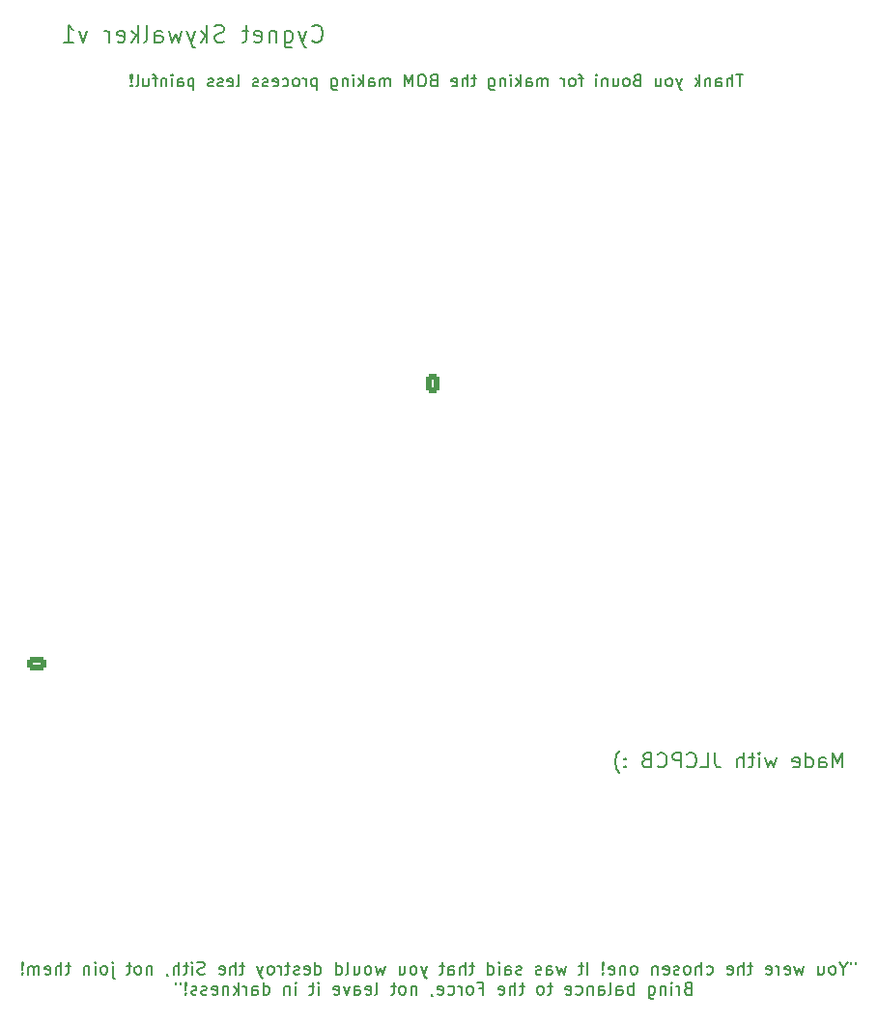
<source format=gbr>
%TF.GenerationSoftware,KiCad,Pcbnew,9.0.4*%
%TF.CreationDate,2025-10-16T15:09:17-07:00*%
%TF.ProjectId,Cygnet Skywalker v1,4379676e-6574-4205-936b-7977616c6b65,rev?*%
%TF.SameCoordinates,Original*%
%TF.FileFunction,Legend,Bot*%
%TF.FilePolarity,Positive*%
%FSLAX46Y46*%
G04 Gerber Fmt 4.6, Leading zero omitted, Abs format (unit mm)*
G04 Created by KiCad (PCBNEW 9.0.4) date 2025-10-16 15:09:17*
%MOMM*%
%LPD*%
G01*
G04 APERTURE LIST*
G04 Aperture macros list*
%AMRoundRect*
0 Rectangle with rounded corners*
0 $1 Rounding radius*
0 $2 $3 $4 $5 $6 $7 $8 $9 X,Y pos of 4 corners*
0 Add a 4 corners polygon primitive as box body*
4,1,4,$2,$3,$4,$5,$6,$7,$8,$9,$2,$3,0*
0 Add four circle primitives for the rounded corners*
1,1,$1+$1,$2,$3*
1,1,$1+$1,$4,$5*
1,1,$1+$1,$6,$7*
1,1,$1+$1,$8,$9*
0 Add four rect primitives between the rounded corners*
20,1,$1+$1,$2,$3,$4,$5,0*
20,1,$1+$1,$4,$5,$6,$7,0*
20,1,$1+$1,$6,$7,$8,$9,0*
20,1,$1+$1,$8,$9,$2,$3,0*%
G04 Aperture macros list end*
%ADD10C,0.150000*%
%ADD11C,0.200000*%
%ADD12C,0.000000*%
%ADD13C,1.900000*%
%ADD14C,2.300000*%
%ADD15C,2.500000*%
%ADD16RoundRect,0.250000X-0.575000X0.350000X-0.575000X-0.350000X0.575000X-0.350000X0.575000X0.350000X0*%
%ADD17O,1.650000X1.200000*%
%ADD18R,1.700000X1.700000*%
%ADD19C,1.700000*%
%ADD20C,5.600000*%
%ADD21R,1.000000X1.000000*%
%ADD22C,1.000000*%
%ADD23RoundRect,0.250000X-0.350000X-0.575000X0.350000X-0.575000X0.350000X0.575000X-0.350000X0.575000X0*%
%ADD24O,1.200000X1.650000*%
%ADD25O,1.550000X1.000000*%
%ADD26O,0.950000X1.250000*%
G04 APERTURE END LIST*
D10*
X252171316Y-73343700D02*
X251571316Y-73343700D01*
X251871316Y-74393700D02*
X251871316Y-73343700D01*
X251221316Y-74393700D02*
X251221316Y-73343700D01*
X250771316Y-74393700D02*
X250771316Y-73843700D01*
X250771316Y-73843700D02*
X250821316Y-73743700D01*
X250821316Y-73743700D02*
X250921316Y-73693700D01*
X250921316Y-73693700D02*
X251071316Y-73693700D01*
X251071316Y-73693700D02*
X251171316Y-73743700D01*
X251171316Y-73743700D02*
X251221316Y-73793700D01*
X249821316Y-74393700D02*
X249821316Y-73843700D01*
X249821316Y-73843700D02*
X249871316Y-73743700D01*
X249871316Y-73743700D02*
X249971316Y-73693700D01*
X249971316Y-73693700D02*
X250171316Y-73693700D01*
X250171316Y-73693700D02*
X250271316Y-73743700D01*
X249821316Y-74343700D02*
X249921316Y-74393700D01*
X249921316Y-74393700D02*
X250171316Y-74393700D01*
X250171316Y-74393700D02*
X250271316Y-74343700D01*
X250271316Y-74343700D02*
X250321316Y-74243700D01*
X250321316Y-74243700D02*
X250321316Y-74143700D01*
X250321316Y-74143700D02*
X250271316Y-74043700D01*
X250271316Y-74043700D02*
X250171316Y-73993700D01*
X250171316Y-73993700D02*
X249921316Y-73993700D01*
X249921316Y-73993700D02*
X249821316Y-73943700D01*
X249321316Y-73693700D02*
X249321316Y-74393700D01*
X249321316Y-73793700D02*
X249271316Y-73743700D01*
X249271316Y-73743700D02*
X249171316Y-73693700D01*
X249171316Y-73693700D02*
X249021316Y-73693700D01*
X249021316Y-73693700D02*
X248921316Y-73743700D01*
X248921316Y-73743700D02*
X248871316Y-73843700D01*
X248871316Y-73843700D02*
X248871316Y-74393700D01*
X248371316Y-74393700D02*
X248371316Y-73343700D01*
X248271316Y-73993700D02*
X247971316Y-74393700D01*
X247971316Y-73693700D02*
X248371316Y-74093700D01*
X246821316Y-73693700D02*
X246571316Y-74393700D01*
X246321316Y-73693700D02*
X246571316Y-74393700D01*
X246571316Y-74393700D02*
X246671316Y-74643700D01*
X246671316Y-74643700D02*
X246721316Y-74693700D01*
X246721316Y-74693700D02*
X246821316Y-74743700D01*
X245771316Y-74393700D02*
X245871316Y-74343700D01*
X245871316Y-74343700D02*
X245921316Y-74293700D01*
X245921316Y-74293700D02*
X245971316Y-74193700D01*
X245971316Y-74193700D02*
X245971316Y-73893700D01*
X245971316Y-73893700D02*
X245921316Y-73793700D01*
X245921316Y-73793700D02*
X245871316Y-73743700D01*
X245871316Y-73743700D02*
X245771316Y-73693700D01*
X245771316Y-73693700D02*
X245621316Y-73693700D01*
X245621316Y-73693700D02*
X245521316Y-73743700D01*
X245521316Y-73743700D02*
X245471316Y-73793700D01*
X245471316Y-73793700D02*
X245421316Y-73893700D01*
X245421316Y-73893700D02*
X245421316Y-74193700D01*
X245421316Y-74193700D02*
X245471316Y-74293700D01*
X245471316Y-74293700D02*
X245521316Y-74343700D01*
X245521316Y-74343700D02*
X245621316Y-74393700D01*
X245621316Y-74393700D02*
X245771316Y-74393700D01*
X244521316Y-73693700D02*
X244521316Y-74393700D01*
X244971316Y-73693700D02*
X244971316Y-74243700D01*
X244971316Y-74243700D02*
X244921316Y-74343700D01*
X244921316Y-74343700D02*
X244821316Y-74393700D01*
X244821316Y-74393700D02*
X244671316Y-74393700D01*
X244671316Y-74393700D02*
X244571316Y-74343700D01*
X244571316Y-74343700D02*
X244521316Y-74293700D01*
X242871316Y-73843700D02*
X242721316Y-73893700D01*
X242721316Y-73893700D02*
X242671316Y-73943700D01*
X242671316Y-73943700D02*
X242621316Y-74043700D01*
X242621316Y-74043700D02*
X242621316Y-74193700D01*
X242621316Y-74193700D02*
X242671316Y-74293700D01*
X242671316Y-74293700D02*
X242721316Y-74343700D01*
X242721316Y-74343700D02*
X242821316Y-74393700D01*
X242821316Y-74393700D02*
X243221316Y-74393700D01*
X243221316Y-74393700D02*
X243221316Y-73343700D01*
X243221316Y-73343700D02*
X242871316Y-73343700D01*
X242871316Y-73343700D02*
X242771316Y-73393700D01*
X242771316Y-73393700D02*
X242721316Y-73443700D01*
X242721316Y-73443700D02*
X242671316Y-73543700D01*
X242671316Y-73543700D02*
X242671316Y-73643700D01*
X242671316Y-73643700D02*
X242721316Y-73743700D01*
X242721316Y-73743700D02*
X242771316Y-73793700D01*
X242771316Y-73793700D02*
X242871316Y-73843700D01*
X242871316Y-73843700D02*
X243221316Y-73843700D01*
X242021316Y-74393700D02*
X242121316Y-74343700D01*
X242121316Y-74343700D02*
X242171316Y-74293700D01*
X242171316Y-74293700D02*
X242221316Y-74193700D01*
X242221316Y-74193700D02*
X242221316Y-73893700D01*
X242221316Y-73893700D02*
X242171316Y-73793700D01*
X242171316Y-73793700D02*
X242121316Y-73743700D01*
X242121316Y-73743700D02*
X242021316Y-73693700D01*
X242021316Y-73693700D02*
X241871316Y-73693700D01*
X241871316Y-73693700D02*
X241771316Y-73743700D01*
X241771316Y-73743700D02*
X241721316Y-73793700D01*
X241721316Y-73793700D02*
X241671316Y-73893700D01*
X241671316Y-73893700D02*
X241671316Y-74193700D01*
X241671316Y-74193700D02*
X241721316Y-74293700D01*
X241721316Y-74293700D02*
X241771316Y-74343700D01*
X241771316Y-74343700D02*
X241871316Y-74393700D01*
X241871316Y-74393700D02*
X242021316Y-74393700D01*
X240771316Y-73693700D02*
X240771316Y-74393700D01*
X241221316Y-73693700D02*
X241221316Y-74243700D01*
X241221316Y-74243700D02*
X241171316Y-74343700D01*
X241171316Y-74343700D02*
X241071316Y-74393700D01*
X241071316Y-74393700D02*
X240921316Y-74393700D01*
X240921316Y-74393700D02*
X240821316Y-74343700D01*
X240821316Y-74343700D02*
X240771316Y-74293700D01*
X240271316Y-73693700D02*
X240271316Y-74393700D01*
X240271316Y-73793700D02*
X240221316Y-73743700D01*
X240221316Y-73743700D02*
X240121316Y-73693700D01*
X240121316Y-73693700D02*
X239971316Y-73693700D01*
X239971316Y-73693700D02*
X239871316Y-73743700D01*
X239871316Y-73743700D02*
X239821316Y-73843700D01*
X239821316Y-73843700D02*
X239821316Y-74393700D01*
X239321316Y-74393700D02*
X239321316Y-73693700D01*
X239321316Y-73343700D02*
X239371316Y-73393700D01*
X239371316Y-73393700D02*
X239321316Y-73443700D01*
X239321316Y-73443700D02*
X239271316Y-73393700D01*
X239271316Y-73393700D02*
X239321316Y-73343700D01*
X239321316Y-73343700D02*
X239321316Y-73443700D01*
X238171316Y-73693700D02*
X237771316Y-73693700D01*
X238021316Y-74393700D02*
X238021316Y-73493700D01*
X238021316Y-73493700D02*
X237971316Y-73393700D01*
X237971316Y-73393700D02*
X237871316Y-73343700D01*
X237871316Y-73343700D02*
X237771316Y-73343700D01*
X237271316Y-74393700D02*
X237371316Y-74343700D01*
X237371316Y-74343700D02*
X237421316Y-74293700D01*
X237421316Y-74293700D02*
X237471316Y-74193700D01*
X237471316Y-74193700D02*
X237471316Y-73893700D01*
X237471316Y-73893700D02*
X237421316Y-73793700D01*
X237421316Y-73793700D02*
X237371316Y-73743700D01*
X237371316Y-73743700D02*
X237271316Y-73693700D01*
X237271316Y-73693700D02*
X237121316Y-73693700D01*
X237121316Y-73693700D02*
X237021316Y-73743700D01*
X237021316Y-73743700D02*
X236971316Y-73793700D01*
X236971316Y-73793700D02*
X236921316Y-73893700D01*
X236921316Y-73893700D02*
X236921316Y-74193700D01*
X236921316Y-74193700D02*
X236971316Y-74293700D01*
X236971316Y-74293700D02*
X237021316Y-74343700D01*
X237021316Y-74343700D02*
X237121316Y-74393700D01*
X237121316Y-74393700D02*
X237271316Y-74393700D01*
X236471316Y-74393700D02*
X236471316Y-73693700D01*
X236471316Y-73893700D02*
X236421316Y-73793700D01*
X236421316Y-73793700D02*
X236371316Y-73743700D01*
X236371316Y-73743700D02*
X236271316Y-73693700D01*
X236271316Y-73693700D02*
X236171316Y-73693700D01*
X235021316Y-74393700D02*
X235021316Y-73693700D01*
X235021316Y-73793700D02*
X234971316Y-73743700D01*
X234971316Y-73743700D02*
X234871316Y-73693700D01*
X234871316Y-73693700D02*
X234721316Y-73693700D01*
X234721316Y-73693700D02*
X234621316Y-73743700D01*
X234621316Y-73743700D02*
X234571316Y-73843700D01*
X234571316Y-73843700D02*
X234571316Y-74393700D01*
X234571316Y-73843700D02*
X234521316Y-73743700D01*
X234521316Y-73743700D02*
X234421316Y-73693700D01*
X234421316Y-73693700D02*
X234271316Y-73693700D01*
X234271316Y-73693700D02*
X234171316Y-73743700D01*
X234171316Y-73743700D02*
X234121316Y-73843700D01*
X234121316Y-73843700D02*
X234121316Y-74393700D01*
X233171316Y-74393700D02*
X233171316Y-73843700D01*
X233171316Y-73843700D02*
X233221316Y-73743700D01*
X233221316Y-73743700D02*
X233321316Y-73693700D01*
X233321316Y-73693700D02*
X233521316Y-73693700D01*
X233521316Y-73693700D02*
X233621316Y-73743700D01*
X233171316Y-74343700D02*
X233271316Y-74393700D01*
X233271316Y-74393700D02*
X233521316Y-74393700D01*
X233521316Y-74393700D02*
X233621316Y-74343700D01*
X233621316Y-74343700D02*
X233671316Y-74243700D01*
X233671316Y-74243700D02*
X233671316Y-74143700D01*
X233671316Y-74143700D02*
X233621316Y-74043700D01*
X233621316Y-74043700D02*
X233521316Y-73993700D01*
X233521316Y-73993700D02*
X233271316Y-73993700D01*
X233271316Y-73993700D02*
X233171316Y-73943700D01*
X232671316Y-74393700D02*
X232671316Y-73343700D01*
X232571316Y-73993700D02*
X232271316Y-74393700D01*
X232271316Y-73693700D02*
X232671316Y-74093700D01*
X231821316Y-74393700D02*
X231821316Y-73693700D01*
X231821316Y-73343700D02*
X231871316Y-73393700D01*
X231871316Y-73393700D02*
X231821316Y-73443700D01*
X231821316Y-73443700D02*
X231771316Y-73393700D01*
X231771316Y-73393700D02*
X231821316Y-73343700D01*
X231821316Y-73343700D02*
X231821316Y-73443700D01*
X231321316Y-73693700D02*
X231321316Y-74393700D01*
X231321316Y-73793700D02*
X231271316Y-73743700D01*
X231271316Y-73743700D02*
X231171316Y-73693700D01*
X231171316Y-73693700D02*
X231021316Y-73693700D01*
X231021316Y-73693700D02*
X230921316Y-73743700D01*
X230921316Y-73743700D02*
X230871316Y-73843700D01*
X230871316Y-73843700D02*
X230871316Y-74393700D01*
X229921316Y-73693700D02*
X229921316Y-74543700D01*
X229921316Y-74543700D02*
X229971316Y-74643700D01*
X229971316Y-74643700D02*
X230021316Y-74693700D01*
X230021316Y-74693700D02*
X230121316Y-74743700D01*
X230121316Y-74743700D02*
X230271316Y-74743700D01*
X230271316Y-74743700D02*
X230371316Y-74693700D01*
X229921316Y-74343700D02*
X230021316Y-74393700D01*
X230021316Y-74393700D02*
X230221316Y-74393700D01*
X230221316Y-74393700D02*
X230321316Y-74343700D01*
X230321316Y-74343700D02*
X230371316Y-74293700D01*
X230371316Y-74293700D02*
X230421316Y-74193700D01*
X230421316Y-74193700D02*
X230421316Y-73893700D01*
X230421316Y-73893700D02*
X230371316Y-73793700D01*
X230371316Y-73793700D02*
X230321316Y-73743700D01*
X230321316Y-73743700D02*
X230221316Y-73693700D01*
X230221316Y-73693700D02*
X230021316Y-73693700D01*
X230021316Y-73693700D02*
X229921316Y-73743700D01*
X228771316Y-73693700D02*
X228371316Y-73693700D01*
X228621316Y-73343700D02*
X228621316Y-74243700D01*
X228621316Y-74243700D02*
X228571316Y-74343700D01*
X228571316Y-74343700D02*
X228471316Y-74393700D01*
X228471316Y-74393700D02*
X228371316Y-74393700D01*
X228021316Y-74393700D02*
X228021316Y-73343700D01*
X227571316Y-74393700D02*
X227571316Y-73843700D01*
X227571316Y-73843700D02*
X227621316Y-73743700D01*
X227621316Y-73743700D02*
X227721316Y-73693700D01*
X227721316Y-73693700D02*
X227871316Y-73693700D01*
X227871316Y-73693700D02*
X227971316Y-73743700D01*
X227971316Y-73743700D02*
X228021316Y-73793700D01*
X226671316Y-74343700D02*
X226771316Y-74393700D01*
X226771316Y-74393700D02*
X226971316Y-74393700D01*
X226971316Y-74393700D02*
X227071316Y-74343700D01*
X227071316Y-74343700D02*
X227121316Y-74243700D01*
X227121316Y-74243700D02*
X227121316Y-73843700D01*
X227121316Y-73843700D02*
X227071316Y-73743700D01*
X227071316Y-73743700D02*
X226971316Y-73693700D01*
X226971316Y-73693700D02*
X226771316Y-73693700D01*
X226771316Y-73693700D02*
X226671316Y-73743700D01*
X226671316Y-73743700D02*
X226621316Y-73843700D01*
X226621316Y-73843700D02*
X226621316Y-73943700D01*
X226621316Y-73943700D02*
X227121316Y-74043700D01*
X225021316Y-73843700D02*
X224871316Y-73893700D01*
X224871316Y-73893700D02*
X224821316Y-73943700D01*
X224821316Y-73943700D02*
X224771316Y-74043700D01*
X224771316Y-74043700D02*
X224771316Y-74193700D01*
X224771316Y-74193700D02*
X224821316Y-74293700D01*
X224821316Y-74293700D02*
X224871316Y-74343700D01*
X224871316Y-74343700D02*
X224971316Y-74393700D01*
X224971316Y-74393700D02*
X225371316Y-74393700D01*
X225371316Y-74393700D02*
X225371316Y-73343700D01*
X225371316Y-73343700D02*
X225021316Y-73343700D01*
X225021316Y-73343700D02*
X224921316Y-73393700D01*
X224921316Y-73393700D02*
X224871316Y-73443700D01*
X224871316Y-73443700D02*
X224821316Y-73543700D01*
X224821316Y-73543700D02*
X224821316Y-73643700D01*
X224821316Y-73643700D02*
X224871316Y-73743700D01*
X224871316Y-73743700D02*
X224921316Y-73793700D01*
X224921316Y-73793700D02*
X225021316Y-73843700D01*
X225021316Y-73843700D02*
X225371316Y-73843700D01*
X224121316Y-73343700D02*
X223921316Y-73343700D01*
X223921316Y-73343700D02*
X223821316Y-73393700D01*
X223821316Y-73393700D02*
X223721316Y-73493700D01*
X223721316Y-73493700D02*
X223671316Y-73693700D01*
X223671316Y-73693700D02*
X223671316Y-74043700D01*
X223671316Y-74043700D02*
X223721316Y-74243700D01*
X223721316Y-74243700D02*
X223821316Y-74343700D01*
X223821316Y-74343700D02*
X223921316Y-74393700D01*
X223921316Y-74393700D02*
X224121316Y-74393700D01*
X224121316Y-74393700D02*
X224221316Y-74343700D01*
X224221316Y-74343700D02*
X224321316Y-74243700D01*
X224321316Y-74243700D02*
X224371316Y-74043700D01*
X224371316Y-74043700D02*
X224371316Y-73693700D01*
X224371316Y-73693700D02*
X224321316Y-73493700D01*
X224321316Y-73493700D02*
X224221316Y-73393700D01*
X224221316Y-73393700D02*
X224121316Y-73343700D01*
X223221316Y-74393700D02*
X223221316Y-73343700D01*
X223221316Y-73343700D02*
X222871316Y-74093700D01*
X222871316Y-74093700D02*
X222521316Y-73343700D01*
X222521316Y-73343700D02*
X222521316Y-74393700D01*
X221221316Y-74393700D02*
X221221316Y-73693700D01*
X221221316Y-73793700D02*
X221171316Y-73743700D01*
X221171316Y-73743700D02*
X221071316Y-73693700D01*
X221071316Y-73693700D02*
X220921316Y-73693700D01*
X220921316Y-73693700D02*
X220821316Y-73743700D01*
X220821316Y-73743700D02*
X220771316Y-73843700D01*
X220771316Y-73843700D02*
X220771316Y-74393700D01*
X220771316Y-73843700D02*
X220721316Y-73743700D01*
X220721316Y-73743700D02*
X220621316Y-73693700D01*
X220621316Y-73693700D02*
X220471316Y-73693700D01*
X220471316Y-73693700D02*
X220371316Y-73743700D01*
X220371316Y-73743700D02*
X220321316Y-73843700D01*
X220321316Y-73843700D02*
X220321316Y-74393700D01*
X219371316Y-74393700D02*
X219371316Y-73843700D01*
X219371316Y-73843700D02*
X219421316Y-73743700D01*
X219421316Y-73743700D02*
X219521316Y-73693700D01*
X219521316Y-73693700D02*
X219721316Y-73693700D01*
X219721316Y-73693700D02*
X219821316Y-73743700D01*
X219371316Y-74343700D02*
X219471316Y-74393700D01*
X219471316Y-74393700D02*
X219721316Y-74393700D01*
X219721316Y-74393700D02*
X219821316Y-74343700D01*
X219821316Y-74343700D02*
X219871316Y-74243700D01*
X219871316Y-74243700D02*
X219871316Y-74143700D01*
X219871316Y-74143700D02*
X219821316Y-74043700D01*
X219821316Y-74043700D02*
X219721316Y-73993700D01*
X219721316Y-73993700D02*
X219471316Y-73993700D01*
X219471316Y-73993700D02*
X219371316Y-73943700D01*
X218871316Y-74393700D02*
X218871316Y-73343700D01*
X218771316Y-73993700D02*
X218471316Y-74393700D01*
X218471316Y-73693700D02*
X218871316Y-74093700D01*
X218021316Y-74393700D02*
X218021316Y-73693700D01*
X218021316Y-73343700D02*
X218071316Y-73393700D01*
X218071316Y-73393700D02*
X218021316Y-73443700D01*
X218021316Y-73443700D02*
X217971316Y-73393700D01*
X217971316Y-73393700D02*
X218021316Y-73343700D01*
X218021316Y-73343700D02*
X218021316Y-73443700D01*
X217521316Y-73693700D02*
X217521316Y-74393700D01*
X217521316Y-73793700D02*
X217471316Y-73743700D01*
X217471316Y-73743700D02*
X217371316Y-73693700D01*
X217371316Y-73693700D02*
X217221316Y-73693700D01*
X217221316Y-73693700D02*
X217121316Y-73743700D01*
X217121316Y-73743700D02*
X217071316Y-73843700D01*
X217071316Y-73843700D02*
X217071316Y-74393700D01*
X216121316Y-73693700D02*
X216121316Y-74543700D01*
X216121316Y-74543700D02*
X216171316Y-74643700D01*
X216171316Y-74643700D02*
X216221316Y-74693700D01*
X216221316Y-74693700D02*
X216321316Y-74743700D01*
X216321316Y-74743700D02*
X216471316Y-74743700D01*
X216471316Y-74743700D02*
X216571316Y-74693700D01*
X216121316Y-74343700D02*
X216221316Y-74393700D01*
X216221316Y-74393700D02*
X216421316Y-74393700D01*
X216421316Y-74393700D02*
X216521316Y-74343700D01*
X216521316Y-74343700D02*
X216571316Y-74293700D01*
X216571316Y-74293700D02*
X216621316Y-74193700D01*
X216621316Y-74193700D02*
X216621316Y-73893700D01*
X216621316Y-73893700D02*
X216571316Y-73793700D01*
X216571316Y-73793700D02*
X216521316Y-73743700D01*
X216521316Y-73743700D02*
X216421316Y-73693700D01*
X216421316Y-73693700D02*
X216221316Y-73693700D01*
X216221316Y-73693700D02*
X216121316Y-73743700D01*
X214821316Y-73693700D02*
X214821316Y-74743700D01*
X214821316Y-73743700D02*
X214721316Y-73693700D01*
X214721316Y-73693700D02*
X214521316Y-73693700D01*
X214521316Y-73693700D02*
X214421316Y-73743700D01*
X214421316Y-73743700D02*
X214371316Y-73793700D01*
X214371316Y-73793700D02*
X214321316Y-73893700D01*
X214321316Y-73893700D02*
X214321316Y-74193700D01*
X214321316Y-74193700D02*
X214371316Y-74293700D01*
X214371316Y-74293700D02*
X214421316Y-74343700D01*
X214421316Y-74343700D02*
X214521316Y-74393700D01*
X214521316Y-74393700D02*
X214721316Y-74393700D01*
X214721316Y-74393700D02*
X214821316Y-74343700D01*
X213871316Y-74393700D02*
X213871316Y-73693700D01*
X213871316Y-73893700D02*
X213821316Y-73793700D01*
X213821316Y-73793700D02*
X213771316Y-73743700D01*
X213771316Y-73743700D02*
X213671316Y-73693700D01*
X213671316Y-73693700D02*
X213571316Y-73693700D01*
X213071316Y-74393700D02*
X213171316Y-74343700D01*
X213171316Y-74343700D02*
X213221316Y-74293700D01*
X213221316Y-74293700D02*
X213271316Y-74193700D01*
X213271316Y-74193700D02*
X213271316Y-73893700D01*
X213271316Y-73893700D02*
X213221316Y-73793700D01*
X213221316Y-73793700D02*
X213171316Y-73743700D01*
X213171316Y-73743700D02*
X213071316Y-73693700D01*
X213071316Y-73693700D02*
X212921316Y-73693700D01*
X212921316Y-73693700D02*
X212821316Y-73743700D01*
X212821316Y-73743700D02*
X212771316Y-73793700D01*
X212771316Y-73793700D02*
X212721316Y-73893700D01*
X212721316Y-73893700D02*
X212721316Y-74193700D01*
X212721316Y-74193700D02*
X212771316Y-74293700D01*
X212771316Y-74293700D02*
X212821316Y-74343700D01*
X212821316Y-74343700D02*
X212921316Y-74393700D01*
X212921316Y-74393700D02*
X213071316Y-74393700D01*
X211821316Y-74343700D02*
X211921316Y-74393700D01*
X211921316Y-74393700D02*
X212121316Y-74393700D01*
X212121316Y-74393700D02*
X212221316Y-74343700D01*
X212221316Y-74343700D02*
X212271316Y-74293700D01*
X212271316Y-74293700D02*
X212321316Y-74193700D01*
X212321316Y-74193700D02*
X212321316Y-73893700D01*
X212321316Y-73893700D02*
X212271316Y-73793700D01*
X212271316Y-73793700D02*
X212221316Y-73743700D01*
X212221316Y-73743700D02*
X212121316Y-73693700D01*
X212121316Y-73693700D02*
X211921316Y-73693700D01*
X211921316Y-73693700D02*
X211821316Y-73743700D01*
X210971316Y-74343700D02*
X211071316Y-74393700D01*
X211071316Y-74393700D02*
X211271316Y-74393700D01*
X211271316Y-74393700D02*
X211371316Y-74343700D01*
X211371316Y-74343700D02*
X211421316Y-74243700D01*
X211421316Y-74243700D02*
X211421316Y-73843700D01*
X211421316Y-73843700D02*
X211371316Y-73743700D01*
X211371316Y-73743700D02*
X211271316Y-73693700D01*
X211271316Y-73693700D02*
X211071316Y-73693700D01*
X211071316Y-73693700D02*
X210971316Y-73743700D01*
X210971316Y-73743700D02*
X210921316Y-73843700D01*
X210921316Y-73843700D02*
X210921316Y-73943700D01*
X210921316Y-73943700D02*
X211421316Y-74043700D01*
X210521316Y-74343700D02*
X210421316Y-74393700D01*
X210421316Y-74393700D02*
X210221316Y-74393700D01*
X210221316Y-74393700D02*
X210121316Y-74343700D01*
X210121316Y-74343700D02*
X210071316Y-74243700D01*
X210071316Y-74243700D02*
X210071316Y-74193700D01*
X210071316Y-74193700D02*
X210121316Y-74093700D01*
X210121316Y-74093700D02*
X210221316Y-74043700D01*
X210221316Y-74043700D02*
X210371316Y-74043700D01*
X210371316Y-74043700D02*
X210471316Y-73993700D01*
X210471316Y-73993700D02*
X210521316Y-73893700D01*
X210521316Y-73893700D02*
X210521316Y-73843700D01*
X210521316Y-73843700D02*
X210471316Y-73743700D01*
X210471316Y-73743700D02*
X210371316Y-73693700D01*
X210371316Y-73693700D02*
X210221316Y-73693700D01*
X210221316Y-73693700D02*
X210121316Y-73743700D01*
X209671316Y-74343700D02*
X209571316Y-74393700D01*
X209571316Y-74393700D02*
X209371316Y-74393700D01*
X209371316Y-74393700D02*
X209271316Y-74343700D01*
X209271316Y-74343700D02*
X209221316Y-74243700D01*
X209221316Y-74243700D02*
X209221316Y-74193700D01*
X209221316Y-74193700D02*
X209271316Y-74093700D01*
X209271316Y-74093700D02*
X209371316Y-74043700D01*
X209371316Y-74043700D02*
X209521316Y-74043700D01*
X209521316Y-74043700D02*
X209621316Y-73993700D01*
X209621316Y-73993700D02*
X209671316Y-73893700D01*
X209671316Y-73893700D02*
X209671316Y-73843700D01*
X209671316Y-73843700D02*
X209621316Y-73743700D01*
X209621316Y-73743700D02*
X209521316Y-73693700D01*
X209521316Y-73693700D02*
X209371316Y-73693700D01*
X209371316Y-73693700D02*
X209271316Y-73743700D01*
X207821316Y-74393700D02*
X207921316Y-74343700D01*
X207921316Y-74343700D02*
X207971316Y-74243700D01*
X207971316Y-74243700D02*
X207971316Y-73343700D01*
X207021316Y-74343700D02*
X207121316Y-74393700D01*
X207121316Y-74393700D02*
X207321316Y-74393700D01*
X207321316Y-74393700D02*
X207421316Y-74343700D01*
X207421316Y-74343700D02*
X207471316Y-74243700D01*
X207471316Y-74243700D02*
X207471316Y-73843700D01*
X207471316Y-73843700D02*
X207421316Y-73743700D01*
X207421316Y-73743700D02*
X207321316Y-73693700D01*
X207321316Y-73693700D02*
X207121316Y-73693700D01*
X207121316Y-73693700D02*
X207021316Y-73743700D01*
X207021316Y-73743700D02*
X206971316Y-73843700D01*
X206971316Y-73843700D02*
X206971316Y-73943700D01*
X206971316Y-73943700D02*
X207471316Y-74043700D01*
X206571316Y-74343700D02*
X206471316Y-74393700D01*
X206471316Y-74393700D02*
X206271316Y-74393700D01*
X206271316Y-74393700D02*
X206171316Y-74343700D01*
X206171316Y-74343700D02*
X206121316Y-74243700D01*
X206121316Y-74243700D02*
X206121316Y-74193700D01*
X206121316Y-74193700D02*
X206171316Y-74093700D01*
X206171316Y-74093700D02*
X206271316Y-74043700D01*
X206271316Y-74043700D02*
X206421316Y-74043700D01*
X206421316Y-74043700D02*
X206521316Y-73993700D01*
X206521316Y-73993700D02*
X206571316Y-73893700D01*
X206571316Y-73893700D02*
X206571316Y-73843700D01*
X206571316Y-73843700D02*
X206521316Y-73743700D01*
X206521316Y-73743700D02*
X206421316Y-73693700D01*
X206421316Y-73693700D02*
X206271316Y-73693700D01*
X206271316Y-73693700D02*
X206171316Y-73743700D01*
X205721316Y-74343700D02*
X205621316Y-74393700D01*
X205621316Y-74393700D02*
X205421316Y-74393700D01*
X205421316Y-74393700D02*
X205321316Y-74343700D01*
X205321316Y-74343700D02*
X205271316Y-74243700D01*
X205271316Y-74243700D02*
X205271316Y-74193700D01*
X205271316Y-74193700D02*
X205321316Y-74093700D01*
X205321316Y-74093700D02*
X205421316Y-74043700D01*
X205421316Y-74043700D02*
X205571316Y-74043700D01*
X205571316Y-74043700D02*
X205671316Y-73993700D01*
X205671316Y-73993700D02*
X205721316Y-73893700D01*
X205721316Y-73893700D02*
X205721316Y-73843700D01*
X205721316Y-73843700D02*
X205671316Y-73743700D01*
X205671316Y-73743700D02*
X205571316Y-73693700D01*
X205571316Y-73693700D02*
X205421316Y-73693700D01*
X205421316Y-73693700D02*
X205321316Y-73743700D01*
X204021316Y-73693700D02*
X204021316Y-74743700D01*
X204021316Y-73743700D02*
X203921316Y-73693700D01*
X203921316Y-73693700D02*
X203721316Y-73693700D01*
X203721316Y-73693700D02*
X203621316Y-73743700D01*
X203621316Y-73743700D02*
X203571316Y-73793700D01*
X203571316Y-73793700D02*
X203521316Y-73893700D01*
X203521316Y-73893700D02*
X203521316Y-74193700D01*
X203521316Y-74193700D02*
X203571316Y-74293700D01*
X203571316Y-74293700D02*
X203621316Y-74343700D01*
X203621316Y-74343700D02*
X203721316Y-74393700D01*
X203721316Y-74393700D02*
X203921316Y-74393700D01*
X203921316Y-74393700D02*
X204021316Y-74343700D01*
X202621316Y-74393700D02*
X202621316Y-73843700D01*
X202621316Y-73843700D02*
X202671316Y-73743700D01*
X202671316Y-73743700D02*
X202771316Y-73693700D01*
X202771316Y-73693700D02*
X202971316Y-73693700D01*
X202971316Y-73693700D02*
X203071316Y-73743700D01*
X202621316Y-74343700D02*
X202721316Y-74393700D01*
X202721316Y-74393700D02*
X202971316Y-74393700D01*
X202971316Y-74393700D02*
X203071316Y-74343700D01*
X203071316Y-74343700D02*
X203121316Y-74243700D01*
X203121316Y-74243700D02*
X203121316Y-74143700D01*
X203121316Y-74143700D02*
X203071316Y-74043700D01*
X203071316Y-74043700D02*
X202971316Y-73993700D01*
X202971316Y-73993700D02*
X202721316Y-73993700D01*
X202721316Y-73993700D02*
X202621316Y-73943700D01*
X202121316Y-74393700D02*
X202121316Y-73693700D01*
X202121316Y-73343700D02*
X202171316Y-73393700D01*
X202171316Y-73393700D02*
X202121316Y-73443700D01*
X202121316Y-73443700D02*
X202071316Y-73393700D01*
X202071316Y-73393700D02*
X202121316Y-73343700D01*
X202121316Y-73343700D02*
X202121316Y-73443700D01*
X201621316Y-73693700D02*
X201621316Y-74393700D01*
X201621316Y-73793700D02*
X201571316Y-73743700D01*
X201571316Y-73743700D02*
X201471316Y-73693700D01*
X201471316Y-73693700D02*
X201321316Y-73693700D01*
X201321316Y-73693700D02*
X201221316Y-73743700D01*
X201221316Y-73743700D02*
X201171316Y-73843700D01*
X201171316Y-73843700D02*
X201171316Y-74393700D01*
X200821316Y-73693700D02*
X200421316Y-73693700D01*
X200671316Y-74393700D02*
X200671316Y-73493700D01*
X200671316Y-73493700D02*
X200621316Y-73393700D01*
X200621316Y-73393700D02*
X200521316Y-73343700D01*
X200521316Y-73343700D02*
X200421316Y-73343700D01*
X199621316Y-73693700D02*
X199621316Y-74393700D01*
X200071316Y-73693700D02*
X200071316Y-74243700D01*
X200071316Y-74243700D02*
X200021316Y-74343700D01*
X200021316Y-74343700D02*
X199921316Y-74393700D01*
X199921316Y-74393700D02*
X199771316Y-74393700D01*
X199771316Y-74393700D02*
X199671316Y-74343700D01*
X199671316Y-74343700D02*
X199621316Y-74293700D01*
X198971316Y-74393700D02*
X199071316Y-74343700D01*
X199071316Y-74343700D02*
X199121316Y-74243700D01*
X199121316Y-74243700D02*
X199121316Y-73343700D01*
X198571316Y-74293700D02*
X198521316Y-74343700D01*
X198521316Y-74343700D02*
X198571316Y-74393700D01*
X198571316Y-74393700D02*
X198621316Y-74343700D01*
X198621316Y-74343700D02*
X198571316Y-74293700D01*
X198571316Y-74293700D02*
X198571316Y-74393700D01*
X198571316Y-73993700D02*
X198621316Y-73393700D01*
X198621316Y-73393700D02*
X198571316Y-73343700D01*
X198571316Y-73343700D02*
X198521316Y-73393700D01*
X198521316Y-73393700D02*
X198571316Y-73993700D01*
X198571316Y-73993700D02*
X198571316Y-73343700D01*
X262080947Y-151126642D02*
X262080947Y-151336166D01*
X261661899Y-151126642D02*
X261661899Y-151336166D01*
X260980947Y-151702833D02*
X260980947Y-152226642D01*
X261347614Y-151126642D02*
X260980947Y-151702833D01*
X260980947Y-151702833D02*
X260614280Y-151126642D01*
X260090471Y-152226642D02*
X260195233Y-152174262D01*
X260195233Y-152174262D02*
X260247614Y-152121881D01*
X260247614Y-152121881D02*
X260299995Y-152017119D01*
X260299995Y-152017119D02*
X260299995Y-151702833D01*
X260299995Y-151702833D02*
X260247614Y-151598071D01*
X260247614Y-151598071D02*
X260195233Y-151545690D01*
X260195233Y-151545690D02*
X260090471Y-151493309D01*
X260090471Y-151493309D02*
X259933328Y-151493309D01*
X259933328Y-151493309D02*
X259828566Y-151545690D01*
X259828566Y-151545690D02*
X259776185Y-151598071D01*
X259776185Y-151598071D02*
X259723804Y-151702833D01*
X259723804Y-151702833D02*
X259723804Y-152017119D01*
X259723804Y-152017119D02*
X259776185Y-152121881D01*
X259776185Y-152121881D02*
X259828566Y-152174262D01*
X259828566Y-152174262D02*
X259933328Y-152226642D01*
X259933328Y-152226642D02*
X260090471Y-152226642D01*
X258780947Y-151493309D02*
X258780947Y-152226642D01*
X259252376Y-151493309D02*
X259252376Y-152069500D01*
X259252376Y-152069500D02*
X259199995Y-152174262D01*
X259199995Y-152174262D02*
X259095233Y-152226642D01*
X259095233Y-152226642D02*
X258938090Y-152226642D01*
X258938090Y-152226642D02*
X258833328Y-152174262D01*
X258833328Y-152174262D02*
X258780947Y-152121881D01*
X257523805Y-151493309D02*
X257314281Y-152226642D01*
X257314281Y-152226642D02*
X257104757Y-151702833D01*
X257104757Y-151702833D02*
X256895233Y-152226642D01*
X256895233Y-152226642D02*
X256685709Y-151493309D01*
X255847614Y-152174262D02*
X255952376Y-152226642D01*
X255952376Y-152226642D02*
X256161900Y-152226642D01*
X256161900Y-152226642D02*
X256266662Y-152174262D01*
X256266662Y-152174262D02*
X256319043Y-152069500D01*
X256319043Y-152069500D02*
X256319043Y-151650452D01*
X256319043Y-151650452D02*
X256266662Y-151545690D01*
X256266662Y-151545690D02*
X256161900Y-151493309D01*
X256161900Y-151493309D02*
X255952376Y-151493309D01*
X255952376Y-151493309D02*
X255847614Y-151545690D01*
X255847614Y-151545690D02*
X255795233Y-151650452D01*
X255795233Y-151650452D02*
X255795233Y-151755214D01*
X255795233Y-151755214D02*
X256319043Y-151859976D01*
X255323805Y-152226642D02*
X255323805Y-151493309D01*
X255323805Y-151702833D02*
X255271424Y-151598071D01*
X255271424Y-151598071D02*
X255219043Y-151545690D01*
X255219043Y-151545690D02*
X255114281Y-151493309D01*
X255114281Y-151493309D02*
X255009519Y-151493309D01*
X254223805Y-152174262D02*
X254328567Y-152226642D01*
X254328567Y-152226642D02*
X254538091Y-152226642D01*
X254538091Y-152226642D02*
X254642853Y-152174262D01*
X254642853Y-152174262D02*
X254695234Y-152069500D01*
X254695234Y-152069500D02*
X254695234Y-151650452D01*
X254695234Y-151650452D02*
X254642853Y-151545690D01*
X254642853Y-151545690D02*
X254538091Y-151493309D01*
X254538091Y-151493309D02*
X254328567Y-151493309D01*
X254328567Y-151493309D02*
X254223805Y-151545690D01*
X254223805Y-151545690D02*
X254171424Y-151650452D01*
X254171424Y-151650452D02*
X254171424Y-151755214D01*
X254171424Y-151755214D02*
X254695234Y-151859976D01*
X253019044Y-151493309D02*
X252599996Y-151493309D01*
X252861901Y-151126642D02*
X252861901Y-152069500D01*
X252861901Y-152069500D02*
X252809520Y-152174262D01*
X252809520Y-152174262D02*
X252704758Y-152226642D01*
X252704758Y-152226642D02*
X252599996Y-152226642D01*
X252233330Y-152226642D02*
X252233330Y-151126642D01*
X251761901Y-152226642D02*
X251761901Y-151650452D01*
X251761901Y-151650452D02*
X251814282Y-151545690D01*
X251814282Y-151545690D02*
X251919044Y-151493309D01*
X251919044Y-151493309D02*
X252076187Y-151493309D01*
X252076187Y-151493309D02*
X252180949Y-151545690D01*
X252180949Y-151545690D02*
X252233330Y-151598071D01*
X250819044Y-152174262D02*
X250923806Y-152226642D01*
X250923806Y-152226642D02*
X251133330Y-152226642D01*
X251133330Y-152226642D02*
X251238092Y-152174262D01*
X251238092Y-152174262D02*
X251290473Y-152069500D01*
X251290473Y-152069500D02*
X251290473Y-151650452D01*
X251290473Y-151650452D02*
X251238092Y-151545690D01*
X251238092Y-151545690D02*
X251133330Y-151493309D01*
X251133330Y-151493309D02*
X250923806Y-151493309D01*
X250923806Y-151493309D02*
X250819044Y-151545690D01*
X250819044Y-151545690D02*
X250766663Y-151650452D01*
X250766663Y-151650452D02*
X250766663Y-151755214D01*
X250766663Y-151755214D02*
X251290473Y-151859976D01*
X248985711Y-152174262D02*
X249090473Y-152226642D01*
X249090473Y-152226642D02*
X249299997Y-152226642D01*
X249299997Y-152226642D02*
X249404759Y-152174262D01*
X249404759Y-152174262D02*
X249457140Y-152121881D01*
X249457140Y-152121881D02*
X249509521Y-152017119D01*
X249509521Y-152017119D02*
X249509521Y-151702833D01*
X249509521Y-151702833D02*
X249457140Y-151598071D01*
X249457140Y-151598071D02*
X249404759Y-151545690D01*
X249404759Y-151545690D02*
X249299997Y-151493309D01*
X249299997Y-151493309D02*
X249090473Y-151493309D01*
X249090473Y-151493309D02*
X248985711Y-151545690D01*
X248514283Y-152226642D02*
X248514283Y-151126642D01*
X248042854Y-152226642D02*
X248042854Y-151650452D01*
X248042854Y-151650452D02*
X248095235Y-151545690D01*
X248095235Y-151545690D02*
X248199997Y-151493309D01*
X248199997Y-151493309D02*
X248357140Y-151493309D01*
X248357140Y-151493309D02*
X248461902Y-151545690D01*
X248461902Y-151545690D02*
X248514283Y-151598071D01*
X247361902Y-152226642D02*
X247466664Y-152174262D01*
X247466664Y-152174262D02*
X247519045Y-152121881D01*
X247519045Y-152121881D02*
X247571426Y-152017119D01*
X247571426Y-152017119D02*
X247571426Y-151702833D01*
X247571426Y-151702833D02*
X247519045Y-151598071D01*
X247519045Y-151598071D02*
X247466664Y-151545690D01*
X247466664Y-151545690D02*
X247361902Y-151493309D01*
X247361902Y-151493309D02*
X247204759Y-151493309D01*
X247204759Y-151493309D02*
X247099997Y-151545690D01*
X247099997Y-151545690D02*
X247047616Y-151598071D01*
X247047616Y-151598071D02*
X246995235Y-151702833D01*
X246995235Y-151702833D02*
X246995235Y-152017119D01*
X246995235Y-152017119D02*
X247047616Y-152121881D01*
X247047616Y-152121881D02*
X247099997Y-152174262D01*
X247099997Y-152174262D02*
X247204759Y-152226642D01*
X247204759Y-152226642D02*
X247361902Y-152226642D01*
X246576188Y-152174262D02*
X246471426Y-152226642D01*
X246471426Y-152226642D02*
X246261902Y-152226642D01*
X246261902Y-152226642D02*
X246157140Y-152174262D01*
X246157140Y-152174262D02*
X246104759Y-152069500D01*
X246104759Y-152069500D02*
X246104759Y-152017119D01*
X246104759Y-152017119D02*
X246157140Y-151912357D01*
X246157140Y-151912357D02*
X246261902Y-151859976D01*
X246261902Y-151859976D02*
X246419045Y-151859976D01*
X246419045Y-151859976D02*
X246523807Y-151807595D01*
X246523807Y-151807595D02*
X246576188Y-151702833D01*
X246576188Y-151702833D02*
X246576188Y-151650452D01*
X246576188Y-151650452D02*
X246523807Y-151545690D01*
X246523807Y-151545690D02*
X246419045Y-151493309D01*
X246419045Y-151493309D02*
X246261902Y-151493309D01*
X246261902Y-151493309D02*
X246157140Y-151545690D01*
X245214283Y-152174262D02*
X245319045Y-152226642D01*
X245319045Y-152226642D02*
X245528569Y-152226642D01*
X245528569Y-152226642D02*
X245633331Y-152174262D01*
X245633331Y-152174262D02*
X245685712Y-152069500D01*
X245685712Y-152069500D02*
X245685712Y-151650452D01*
X245685712Y-151650452D02*
X245633331Y-151545690D01*
X245633331Y-151545690D02*
X245528569Y-151493309D01*
X245528569Y-151493309D02*
X245319045Y-151493309D01*
X245319045Y-151493309D02*
X245214283Y-151545690D01*
X245214283Y-151545690D02*
X245161902Y-151650452D01*
X245161902Y-151650452D02*
X245161902Y-151755214D01*
X245161902Y-151755214D02*
X245685712Y-151859976D01*
X244690474Y-151493309D02*
X244690474Y-152226642D01*
X244690474Y-151598071D02*
X244638093Y-151545690D01*
X244638093Y-151545690D02*
X244533331Y-151493309D01*
X244533331Y-151493309D02*
X244376188Y-151493309D01*
X244376188Y-151493309D02*
X244271426Y-151545690D01*
X244271426Y-151545690D02*
X244219045Y-151650452D01*
X244219045Y-151650452D02*
X244219045Y-152226642D01*
X242699998Y-152226642D02*
X242804760Y-152174262D01*
X242804760Y-152174262D02*
X242857141Y-152121881D01*
X242857141Y-152121881D02*
X242909522Y-152017119D01*
X242909522Y-152017119D02*
X242909522Y-151702833D01*
X242909522Y-151702833D02*
X242857141Y-151598071D01*
X242857141Y-151598071D02*
X242804760Y-151545690D01*
X242804760Y-151545690D02*
X242699998Y-151493309D01*
X242699998Y-151493309D02*
X242542855Y-151493309D01*
X242542855Y-151493309D02*
X242438093Y-151545690D01*
X242438093Y-151545690D02*
X242385712Y-151598071D01*
X242385712Y-151598071D02*
X242333331Y-151702833D01*
X242333331Y-151702833D02*
X242333331Y-152017119D01*
X242333331Y-152017119D02*
X242385712Y-152121881D01*
X242385712Y-152121881D02*
X242438093Y-152174262D01*
X242438093Y-152174262D02*
X242542855Y-152226642D01*
X242542855Y-152226642D02*
X242699998Y-152226642D01*
X241861903Y-151493309D02*
X241861903Y-152226642D01*
X241861903Y-151598071D02*
X241809522Y-151545690D01*
X241809522Y-151545690D02*
X241704760Y-151493309D01*
X241704760Y-151493309D02*
X241547617Y-151493309D01*
X241547617Y-151493309D02*
X241442855Y-151545690D01*
X241442855Y-151545690D02*
X241390474Y-151650452D01*
X241390474Y-151650452D02*
X241390474Y-152226642D01*
X240447617Y-152174262D02*
X240552379Y-152226642D01*
X240552379Y-152226642D02*
X240761903Y-152226642D01*
X240761903Y-152226642D02*
X240866665Y-152174262D01*
X240866665Y-152174262D02*
X240919046Y-152069500D01*
X240919046Y-152069500D02*
X240919046Y-151650452D01*
X240919046Y-151650452D02*
X240866665Y-151545690D01*
X240866665Y-151545690D02*
X240761903Y-151493309D01*
X240761903Y-151493309D02*
X240552379Y-151493309D01*
X240552379Y-151493309D02*
X240447617Y-151545690D01*
X240447617Y-151545690D02*
X240395236Y-151650452D01*
X240395236Y-151650452D02*
X240395236Y-151755214D01*
X240395236Y-151755214D02*
X240919046Y-151859976D01*
X239923808Y-152121881D02*
X239871427Y-152174262D01*
X239871427Y-152174262D02*
X239923808Y-152226642D01*
X239923808Y-152226642D02*
X239976189Y-152174262D01*
X239976189Y-152174262D02*
X239923808Y-152121881D01*
X239923808Y-152121881D02*
X239923808Y-152226642D01*
X239923808Y-151807595D02*
X239976189Y-151179023D01*
X239976189Y-151179023D02*
X239923808Y-151126642D01*
X239923808Y-151126642D02*
X239871427Y-151179023D01*
X239871427Y-151179023D02*
X239923808Y-151807595D01*
X239923808Y-151807595D02*
X239923808Y-151126642D01*
X238561903Y-152226642D02*
X238561903Y-151126642D01*
X238195236Y-151493309D02*
X237776188Y-151493309D01*
X238038093Y-151126642D02*
X238038093Y-152069500D01*
X238038093Y-152069500D02*
X237985712Y-152174262D01*
X237985712Y-152174262D02*
X237880950Y-152226642D01*
X237880950Y-152226642D02*
X237776188Y-152226642D01*
X236676189Y-151493309D02*
X236466665Y-152226642D01*
X236466665Y-152226642D02*
X236257141Y-151702833D01*
X236257141Y-151702833D02*
X236047617Y-152226642D01*
X236047617Y-152226642D02*
X235838093Y-151493309D01*
X234947617Y-152226642D02*
X234947617Y-151650452D01*
X234947617Y-151650452D02*
X234999998Y-151545690D01*
X234999998Y-151545690D02*
X235104760Y-151493309D01*
X235104760Y-151493309D02*
X235314284Y-151493309D01*
X235314284Y-151493309D02*
X235419046Y-151545690D01*
X234947617Y-152174262D02*
X235052379Y-152226642D01*
X235052379Y-152226642D02*
X235314284Y-152226642D01*
X235314284Y-152226642D02*
X235419046Y-152174262D01*
X235419046Y-152174262D02*
X235471427Y-152069500D01*
X235471427Y-152069500D02*
X235471427Y-151964738D01*
X235471427Y-151964738D02*
X235419046Y-151859976D01*
X235419046Y-151859976D02*
X235314284Y-151807595D01*
X235314284Y-151807595D02*
X235052379Y-151807595D01*
X235052379Y-151807595D02*
X234947617Y-151755214D01*
X234476189Y-152174262D02*
X234371427Y-152226642D01*
X234371427Y-152226642D02*
X234161903Y-152226642D01*
X234161903Y-152226642D02*
X234057141Y-152174262D01*
X234057141Y-152174262D02*
X234004760Y-152069500D01*
X234004760Y-152069500D02*
X234004760Y-152017119D01*
X234004760Y-152017119D02*
X234057141Y-151912357D01*
X234057141Y-151912357D02*
X234161903Y-151859976D01*
X234161903Y-151859976D02*
X234319046Y-151859976D01*
X234319046Y-151859976D02*
X234423808Y-151807595D01*
X234423808Y-151807595D02*
X234476189Y-151702833D01*
X234476189Y-151702833D02*
X234476189Y-151650452D01*
X234476189Y-151650452D02*
X234423808Y-151545690D01*
X234423808Y-151545690D02*
X234319046Y-151493309D01*
X234319046Y-151493309D02*
X234161903Y-151493309D01*
X234161903Y-151493309D02*
X234057141Y-151545690D01*
X232747618Y-152174262D02*
X232642856Y-152226642D01*
X232642856Y-152226642D02*
X232433332Y-152226642D01*
X232433332Y-152226642D02*
X232328570Y-152174262D01*
X232328570Y-152174262D02*
X232276189Y-152069500D01*
X232276189Y-152069500D02*
X232276189Y-152017119D01*
X232276189Y-152017119D02*
X232328570Y-151912357D01*
X232328570Y-151912357D02*
X232433332Y-151859976D01*
X232433332Y-151859976D02*
X232590475Y-151859976D01*
X232590475Y-151859976D02*
X232695237Y-151807595D01*
X232695237Y-151807595D02*
X232747618Y-151702833D01*
X232747618Y-151702833D02*
X232747618Y-151650452D01*
X232747618Y-151650452D02*
X232695237Y-151545690D01*
X232695237Y-151545690D02*
X232590475Y-151493309D01*
X232590475Y-151493309D02*
X232433332Y-151493309D01*
X232433332Y-151493309D02*
X232328570Y-151545690D01*
X231333332Y-152226642D02*
X231333332Y-151650452D01*
X231333332Y-151650452D02*
X231385713Y-151545690D01*
X231385713Y-151545690D02*
X231490475Y-151493309D01*
X231490475Y-151493309D02*
X231699999Y-151493309D01*
X231699999Y-151493309D02*
X231804761Y-151545690D01*
X231333332Y-152174262D02*
X231438094Y-152226642D01*
X231438094Y-152226642D02*
X231699999Y-152226642D01*
X231699999Y-152226642D02*
X231804761Y-152174262D01*
X231804761Y-152174262D02*
X231857142Y-152069500D01*
X231857142Y-152069500D02*
X231857142Y-151964738D01*
X231857142Y-151964738D02*
X231804761Y-151859976D01*
X231804761Y-151859976D02*
X231699999Y-151807595D01*
X231699999Y-151807595D02*
X231438094Y-151807595D01*
X231438094Y-151807595D02*
X231333332Y-151755214D01*
X230809523Y-152226642D02*
X230809523Y-151493309D01*
X230809523Y-151126642D02*
X230861904Y-151179023D01*
X230861904Y-151179023D02*
X230809523Y-151231404D01*
X230809523Y-151231404D02*
X230757142Y-151179023D01*
X230757142Y-151179023D02*
X230809523Y-151126642D01*
X230809523Y-151126642D02*
X230809523Y-151231404D01*
X229814284Y-152226642D02*
X229814284Y-151126642D01*
X229814284Y-152174262D02*
X229919046Y-152226642D01*
X229919046Y-152226642D02*
X230128570Y-152226642D01*
X230128570Y-152226642D02*
X230233332Y-152174262D01*
X230233332Y-152174262D02*
X230285713Y-152121881D01*
X230285713Y-152121881D02*
X230338094Y-152017119D01*
X230338094Y-152017119D02*
X230338094Y-151702833D01*
X230338094Y-151702833D02*
X230285713Y-151598071D01*
X230285713Y-151598071D02*
X230233332Y-151545690D01*
X230233332Y-151545690D02*
X230128570Y-151493309D01*
X230128570Y-151493309D02*
X229919046Y-151493309D01*
X229919046Y-151493309D02*
X229814284Y-151545690D01*
X228609523Y-151493309D02*
X228190475Y-151493309D01*
X228452380Y-151126642D02*
X228452380Y-152069500D01*
X228452380Y-152069500D02*
X228399999Y-152174262D01*
X228399999Y-152174262D02*
X228295237Y-152226642D01*
X228295237Y-152226642D02*
X228190475Y-152226642D01*
X227823809Y-152226642D02*
X227823809Y-151126642D01*
X227352380Y-152226642D02*
X227352380Y-151650452D01*
X227352380Y-151650452D02*
X227404761Y-151545690D01*
X227404761Y-151545690D02*
X227509523Y-151493309D01*
X227509523Y-151493309D02*
X227666666Y-151493309D01*
X227666666Y-151493309D02*
X227771428Y-151545690D01*
X227771428Y-151545690D02*
X227823809Y-151598071D01*
X226357142Y-152226642D02*
X226357142Y-151650452D01*
X226357142Y-151650452D02*
X226409523Y-151545690D01*
X226409523Y-151545690D02*
X226514285Y-151493309D01*
X226514285Y-151493309D02*
X226723809Y-151493309D01*
X226723809Y-151493309D02*
X226828571Y-151545690D01*
X226357142Y-152174262D02*
X226461904Y-152226642D01*
X226461904Y-152226642D02*
X226723809Y-152226642D01*
X226723809Y-152226642D02*
X226828571Y-152174262D01*
X226828571Y-152174262D02*
X226880952Y-152069500D01*
X226880952Y-152069500D02*
X226880952Y-151964738D01*
X226880952Y-151964738D02*
X226828571Y-151859976D01*
X226828571Y-151859976D02*
X226723809Y-151807595D01*
X226723809Y-151807595D02*
X226461904Y-151807595D01*
X226461904Y-151807595D02*
X226357142Y-151755214D01*
X225990476Y-151493309D02*
X225571428Y-151493309D01*
X225833333Y-151126642D02*
X225833333Y-152069500D01*
X225833333Y-152069500D02*
X225780952Y-152174262D01*
X225780952Y-152174262D02*
X225676190Y-152226642D01*
X225676190Y-152226642D02*
X225571428Y-152226642D01*
X224471429Y-151493309D02*
X224209524Y-152226642D01*
X223947619Y-151493309D02*
X224209524Y-152226642D01*
X224209524Y-152226642D02*
X224314286Y-152488547D01*
X224314286Y-152488547D02*
X224366667Y-152540928D01*
X224366667Y-152540928D02*
X224471429Y-152593309D01*
X223371429Y-152226642D02*
X223476191Y-152174262D01*
X223476191Y-152174262D02*
X223528572Y-152121881D01*
X223528572Y-152121881D02*
X223580953Y-152017119D01*
X223580953Y-152017119D02*
X223580953Y-151702833D01*
X223580953Y-151702833D02*
X223528572Y-151598071D01*
X223528572Y-151598071D02*
X223476191Y-151545690D01*
X223476191Y-151545690D02*
X223371429Y-151493309D01*
X223371429Y-151493309D02*
X223214286Y-151493309D01*
X223214286Y-151493309D02*
X223109524Y-151545690D01*
X223109524Y-151545690D02*
X223057143Y-151598071D01*
X223057143Y-151598071D02*
X223004762Y-151702833D01*
X223004762Y-151702833D02*
X223004762Y-152017119D01*
X223004762Y-152017119D02*
X223057143Y-152121881D01*
X223057143Y-152121881D02*
X223109524Y-152174262D01*
X223109524Y-152174262D02*
X223214286Y-152226642D01*
X223214286Y-152226642D02*
X223371429Y-152226642D01*
X222061905Y-151493309D02*
X222061905Y-152226642D01*
X222533334Y-151493309D02*
X222533334Y-152069500D01*
X222533334Y-152069500D02*
X222480953Y-152174262D01*
X222480953Y-152174262D02*
X222376191Y-152226642D01*
X222376191Y-152226642D02*
X222219048Y-152226642D01*
X222219048Y-152226642D02*
X222114286Y-152174262D01*
X222114286Y-152174262D02*
X222061905Y-152121881D01*
X220804763Y-151493309D02*
X220595239Y-152226642D01*
X220595239Y-152226642D02*
X220385715Y-151702833D01*
X220385715Y-151702833D02*
X220176191Y-152226642D01*
X220176191Y-152226642D02*
X219966667Y-151493309D01*
X219390477Y-152226642D02*
X219495239Y-152174262D01*
X219495239Y-152174262D02*
X219547620Y-152121881D01*
X219547620Y-152121881D02*
X219600001Y-152017119D01*
X219600001Y-152017119D02*
X219600001Y-151702833D01*
X219600001Y-151702833D02*
X219547620Y-151598071D01*
X219547620Y-151598071D02*
X219495239Y-151545690D01*
X219495239Y-151545690D02*
X219390477Y-151493309D01*
X219390477Y-151493309D02*
X219233334Y-151493309D01*
X219233334Y-151493309D02*
X219128572Y-151545690D01*
X219128572Y-151545690D02*
X219076191Y-151598071D01*
X219076191Y-151598071D02*
X219023810Y-151702833D01*
X219023810Y-151702833D02*
X219023810Y-152017119D01*
X219023810Y-152017119D02*
X219076191Y-152121881D01*
X219076191Y-152121881D02*
X219128572Y-152174262D01*
X219128572Y-152174262D02*
X219233334Y-152226642D01*
X219233334Y-152226642D02*
X219390477Y-152226642D01*
X218080953Y-151493309D02*
X218080953Y-152226642D01*
X218552382Y-151493309D02*
X218552382Y-152069500D01*
X218552382Y-152069500D02*
X218500001Y-152174262D01*
X218500001Y-152174262D02*
X218395239Y-152226642D01*
X218395239Y-152226642D02*
X218238096Y-152226642D01*
X218238096Y-152226642D02*
X218133334Y-152174262D01*
X218133334Y-152174262D02*
X218080953Y-152121881D01*
X217400001Y-152226642D02*
X217504763Y-152174262D01*
X217504763Y-152174262D02*
X217557144Y-152069500D01*
X217557144Y-152069500D02*
X217557144Y-151126642D01*
X216509525Y-152226642D02*
X216509525Y-151126642D01*
X216509525Y-152174262D02*
X216614287Y-152226642D01*
X216614287Y-152226642D02*
X216823811Y-152226642D01*
X216823811Y-152226642D02*
X216928573Y-152174262D01*
X216928573Y-152174262D02*
X216980954Y-152121881D01*
X216980954Y-152121881D02*
X217033335Y-152017119D01*
X217033335Y-152017119D02*
X217033335Y-151702833D01*
X217033335Y-151702833D02*
X216980954Y-151598071D01*
X216980954Y-151598071D02*
X216928573Y-151545690D01*
X216928573Y-151545690D02*
X216823811Y-151493309D01*
X216823811Y-151493309D02*
X216614287Y-151493309D01*
X216614287Y-151493309D02*
X216509525Y-151545690D01*
X214676192Y-152226642D02*
X214676192Y-151126642D01*
X214676192Y-152174262D02*
X214780954Y-152226642D01*
X214780954Y-152226642D02*
X214990478Y-152226642D01*
X214990478Y-152226642D02*
X215095240Y-152174262D01*
X215095240Y-152174262D02*
X215147621Y-152121881D01*
X215147621Y-152121881D02*
X215200002Y-152017119D01*
X215200002Y-152017119D02*
X215200002Y-151702833D01*
X215200002Y-151702833D02*
X215147621Y-151598071D01*
X215147621Y-151598071D02*
X215095240Y-151545690D01*
X215095240Y-151545690D02*
X214990478Y-151493309D01*
X214990478Y-151493309D02*
X214780954Y-151493309D01*
X214780954Y-151493309D02*
X214676192Y-151545690D01*
X213733335Y-152174262D02*
X213838097Y-152226642D01*
X213838097Y-152226642D02*
X214047621Y-152226642D01*
X214047621Y-152226642D02*
X214152383Y-152174262D01*
X214152383Y-152174262D02*
X214204764Y-152069500D01*
X214204764Y-152069500D02*
X214204764Y-151650452D01*
X214204764Y-151650452D02*
X214152383Y-151545690D01*
X214152383Y-151545690D02*
X214047621Y-151493309D01*
X214047621Y-151493309D02*
X213838097Y-151493309D01*
X213838097Y-151493309D02*
X213733335Y-151545690D01*
X213733335Y-151545690D02*
X213680954Y-151650452D01*
X213680954Y-151650452D02*
X213680954Y-151755214D01*
X213680954Y-151755214D02*
X214204764Y-151859976D01*
X213261907Y-152174262D02*
X213157145Y-152226642D01*
X213157145Y-152226642D02*
X212947621Y-152226642D01*
X212947621Y-152226642D02*
X212842859Y-152174262D01*
X212842859Y-152174262D02*
X212790478Y-152069500D01*
X212790478Y-152069500D02*
X212790478Y-152017119D01*
X212790478Y-152017119D02*
X212842859Y-151912357D01*
X212842859Y-151912357D02*
X212947621Y-151859976D01*
X212947621Y-151859976D02*
X213104764Y-151859976D01*
X213104764Y-151859976D02*
X213209526Y-151807595D01*
X213209526Y-151807595D02*
X213261907Y-151702833D01*
X213261907Y-151702833D02*
X213261907Y-151650452D01*
X213261907Y-151650452D02*
X213209526Y-151545690D01*
X213209526Y-151545690D02*
X213104764Y-151493309D01*
X213104764Y-151493309D02*
X212947621Y-151493309D01*
X212947621Y-151493309D02*
X212842859Y-151545690D01*
X212476193Y-151493309D02*
X212057145Y-151493309D01*
X212319050Y-151126642D02*
X212319050Y-152069500D01*
X212319050Y-152069500D02*
X212266669Y-152174262D01*
X212266669Y-152174262D02*
X212161907Y-152226642D01*
X212161907Y-152226642D02*
X212057145Y-152226642D01*
X211690479Y-152226642D02*
X211690479Y-151493309D01*
X211690479Y-151702833D02*
X211638098Y-151598071D01*
X211638098Y-151598071D02*
X211585717Y-151545690D01*
X211585717Y-151545690D02*
X211480955Y-151493309D01*
X211480955Y-151493309D02*
X211376193Y-151493309D01*
X210852384Y-152226642D02*
X210957146Y-152174262D01*
X210957146Y-152174262D02*
X211009527Y-152121881D01*
X211009527Y-152121881D02*
X211061908Y-152017119D01*
X211061908Y-152017119D02*
X211061908Y-151702833D01*
X211061908Y-151702833D02*
X211009527Y-151598071D01*
X211009527Y-151598071D02*
X210957146Y-151545690D01*
X210957146Y-151545690D02*
X210852384Y-151493309D01*
X210852384Y-151493309D02*
X210695241Y-151493309D01*
X210695241Y-151493309D02*
X210590479Y-151545690D01*
X210590479Y-151545690D02*
X210538098Y-151598071D01*
X210538098Y-151598071D02*
X210485717Y-151702833D01*
X210485717Y-151702833D02*
X210485717Y-152017119D01*
X210485717Y-152017119D02*
X210538098Y-152121881D01*
X210538098Y-152121881D02*
X210590479Y-152174262D01*
X210590479Y-152174262D02*
X210695241Y-152226642D01*
X210695241Y-152226642D02*
X210852384Y-152226642D01*
X210119051Y-151493309D02*
X209857146Y-152226642D01*
X209595241Y-151493309D02*
X209857146Y-152226642D01*
X209857146Y-152226642D02*
X209961908Y-152488547D01*
X209961908Y-152488547D02*
X210014289Y-152540928D01*
X210014289Y-152540928D02*
X210119051Y-152593309D01*
X208495242Y-151493309D02*
X208076194Y-151493309D01*
X208338099Y-151126642D02*
X208338099Y-152069500D01*
X208338099Y-152069500D02*
X208285718Y-152174262D01*
X208285718Y-152174262D02*
X208180956Y-152226642D01*
X208180956Y-152226642D02*
X208076194Y-152226642D01*
X207709528Y-152226642D02*
X207709528Y-151126642D01*
X207238099Y-152226642D02*
X207238099Y-151650452D01*
X207238099Y-151650452D02*
X207290480Y-151545690D01*
X207290480Y-151545690D02*
X207395242Y-151493309D01*
X207395242Y-151493309D02*
X207552385Y-151493309D01*
X207552385Y-151493309D02*
X207657147Y-151545690D01*
X207657147Y-151545690D02*
X207709528Y-151598071D01*
X206295242Y-152174262D02*
X206400004Y-152226642D01*
X206400004Y-152226642D02*
X206609528Y-152226642D01*
X206609528Y-152226642D02*
X206714290Y-152174262D01*
X206714290Y-152174262D02*
X206766671Y-152069500D01*
X206766671Y-152069500D02*
X206766671Y-151650452D01*
X206766671Y-151650452D02*
X206714290Y-151545690D01*
X206714290Y-151545690D02*
X206609528Y-151493309D01*
X206609528Y-151493309D02*
X206400004Y-151493309D01*
X206400004Y-151493309D02*
X206295242Y-151545690D01*
X206295242Y-151545690D02*
X206242861Y-151650452D01*
X206242861Y-151650452D02*
X206242861Y-151755214D01*
X206242861Y-151755214D02*
X206766671Y-151859976D01*
X204985719Y-152174262D02*
X204828576Y-152226642D01*
X204828576Y-152226642D02*
X204566671Y-152226642D01*
X204566671Y-152226642D02*
X204461909Y-152174262D01*
X204461909Y-152174262D02*
X204409528Y-152121881D01*
X204409528Y-152121881D02*
X204357147Y-152017119D01*
X204357147Y-152017119D02*
X204357147Y-151912357D01*
X204357147Y-151912357D02*
X204409528Y-151807595D01*
X204409528Y-151807595D02*
X204461909Y-151755214D01*
X204461909Y-151755214D02*
X204566671Y-151702833D01*
X204566671Y-151702833D02*
X204776195Y-151650452D01*
X204776195Y-151650452D02*
X204880957Y-151598071D01*
X204880957Y-151598071D02*
X204933338Y-151545690D01*
X204933338Y-151545690D02*
X204985719Y-151440928D01*
X204985719Y-151440928D02*
X204985719Y-151336166D01*
X204985719Y-151336166D02*
X204933338Y-151231404D01*
X204933338Y-151231404D02*
X204880957Y-151179023D01*
X204880957Y-151179023D02*
X204776195Y-151126642D01*
X204776195Y-151126642D02*
X204514290Y-151126642D01*
X204514290Y-151126642D02*
X204357147Y-151179023D01*
X203885719Y-152226642D02*
X203885719Y-151493309D01*
X203885719Y-151126642D02*
X203938100Y-151179023D01*
X203938100Y-151179023D02*
X203885719Y-151231404D01*
X203885719Y-151231404D02*
X203833338Y-151179023D01*
X203833338Y-151179023D02*
X203885719Y-151126642D01*
X203885719Y-151126642D02*
X203885719Y-151231404D01*
X203519052Y-151493309D02*
X203100004Y-151493309D01*
X203361909Y-151126642D02*
X203361909Y-152069500D01*
X203361909Y-152069500D02*
X203309528Y-152174262D01*
X203309528Y-152174262D02*
X203204766Y-152226642D01*
X203204766Y-152226642D02*
X203100004Y-152226642D01*
X202733338Y-152226642D02*
X202733338Y-151126642D01*
X202261909Y-152226642D02*
X202261909Y-151650452D01*
X202261909Y-151650452D02*
X202314290Y-151545690D01*
X202314290Y-151545690D02*
X202419052Y-151493309D01*
X202419052Y-151493309D02*
X202576195Y-151493309D01*
X202576195Y-151493309D02*
X202680957Y-151545690D01*
X202680957Y-151545690D02*
X202733338Y-151598071D01*
X201685719Y-152174262D02*
X201685719Y-152226642D01*
X201685719Y-152226642D02*
X201738100Y-152331404D01*
X201738100Y-152331404D02*
X201790481Y-152383785D01*
X200376195Y-151493309D02*
X200376195Y-152226642D01*
X200376195Y-151598071D02*
X200323814Y-151545690D01*
X200323814Y-151545690D02*
X200219052Y-151493309D01*
X200219052Y-151493309D02*
X200061909Y-151493309D01*
X200061909Y-151493309D02*
X199957147Y-151545690D01*
X199957147Y-151545690D02*
X199904766Y-151650452D01*
X199904766Y-151650452D02*
X199904766Y-152226642D01*
X199223814Y-152226642D02*
X199328576Y-152174262D01*
X199328576Y-152174262D02*
X199380957Y-152121881D01*
X199380957Y-152121881D02*
X199433338Y-152017119D01*
X199433338Y-152017119D02*
X199433338Y-151702833D01*
X199433338Y-151702833D02*
X199380957Y-151598071D01*
X199380957Y-151598071D02*
X199328576Y-151545690D01*
X199328576Y-151545690D02*
X199223814Y-151493309D01*
X199223814Y-151493309D02*
X199066671Y-151493309D01*
X199066671Y-151493309D02*
X198961909Y-151545690D01*
X198961909Y-151545690D02*
X198909528Y-151598071D01*
X198909528Y-151598071D02*
X198857147Y-151702833D01*
X198857147Y-151702833D02*
X198857147Y-152017119D01*
X198857147Y-152017119D02*
X198909528Y-152121881D01*
X198909528Y-152121881D02*
X198961909Y-152174262D01*
X198961909Y-152174262D02*
X199066671Y-152226642D01*
X199066671Y-152226642D02*
X199223814Y-152226642D01*
X198542862Y-151493309D02*
X198123814Y-151493309D01*
X198385719Y-151126642D02*
X198385719Y-152069500D01*
X198385719Y-152069500D02*
X198333338Y-152174262D01*
X198333338Y-152174262D02*
X198228576Y-152226642D01*
X198228576Y-152226642D02*
X198123814Y-152226642D01*
X196919053Y-151493309D02*
X196919053Y-152436166D01*
X196919053Y-152436166D02*
X196971434Y-152540928D01*
X196971434Y-152540928D02*
X197076196Y-152593309D01*
X197076196Y-152593309D02*
X197128577Y-152593309D01*
X196919053Y-151126642D02*
X196971434Y-151179023D01*
X196971434Y-151179023D02*
X196919053Y-151231404D01*
X196919053Y-151231404D02*
X196866672Y-151179023D01*
X196866672Y-151179023D02*
X196919053Y-151126642D01*
X196919053Y-151126642D02*
X196919053Y-151231404D01*
X196238100Y-152226642D02*
X196342862Y-152174262D01*
X196342862Y-152174262D02*
X196395243Y-152121881D01*
X196395243Y-152121881D02*
X196447624Y-152017119D01*
X196447624Y-152017119D02*
X196447624Y-151702833D01*
X196447624Y-151702833D02*
X196395243Y-151598071D01*
X196395243Y-151598071D02*
X196342862Y-151545690D01*
X196342862Y-151545690D02*
X196238100Y-151493309D01*
X196238100Y-151493309D02*
X196080957Y-151493309D01*
X196080957Y-151493309D02*
X195976195Y-151545690D01*
X195976195Y-151545690D02*
X195923814Y-151598071D01*
X195923814Y-151598071D02*
X195871433Y-151702833D01*
X195871433Y-151702833D02*
X195871433Y-152017119D01*
X195871433Y-152017119D02*
X195923814Y-152121881D01*
X195923814Y-152121881D02*
X195976195Y-152174262D01*
X195976195Y-152174262D02*
X196080957Y-152226642D01*
X196080957Y-152226642D02*
X196238100Y-152226642D01*
X195400005Y-152226642D02*
X195400005Y-151493309D01*
X195400005Y-151126642D02*
X195452386Y-151179023D01*
X195452386Y-151179023D02*
X195400005Y-151231404D01*
X195400005Y-151231404D02*
X195347624Y-151179023D01*
X195347624Y-151179023D02*
X195400005Y-151126642D01*
X195400005Y-151126642D02*
X195400005Y-151231404D01*
X194876195Y-151493309D02*
X194876195Y-152226642D01*
X194876195Y-151598071D02*
X194823814Y-151545690D01*
X194823814Y-151545690D02*
X194719052Y-151493309D01*
X194719052Y-151493309D02*
X194561909Y-151493309D01*
X194561909Y-151493309D02*
X194457147Y-151545690D01*
X194457147Y-151545690D02*
X194404766Y-151650452D01*
X194404766Y-151650452D02*
X194404766Y-152226642D01*
X193200005Y-151493309D02*
X192780957Y-151493309D01*
X193042862Y-151126642D02*
X193042862Y-152069500D01*
X193042862Y-152069500D02*
X192990481Y-152174262D01*
X192990481Y-152174262D02*
X192885719Y-152226642D01*
X192885719Y-152226642D02*
X192780957Y-152226642D01*
X192414291Y-152226642D02*
X192414291Y-151126642D01*
X191942862Y-152226642D02*
X191942862Y-151650452D01*
X191942862Y-151650452D02*
X191995243Y-151545690D01*
X191995243Y-151545690D02*
X192100005Y-151493309D01*
X192100005Y-151493309D02*
X192257148Y-151493309D01*
X192257148Y-151493309D02*
X192361910Y-151545690D01*
X192361910Y-151545690D02*
X192414291Y-151598071D01*
X191000005Y-152174262D02*
X191104767Y-152226642D01*
X191104767Y-152226642D02*
X191314291Y-152226642D01*
X191314291Y-152226642D02*
X191419053Y-152174262D01*
X191419053Y-152174262D02*
X191471434Y-152069500D01*
X191471434Y-152069500D02*
X191471434Y-151650452D01*
X191471434Y-151650452D02*
X191419053Y-151545690D01*
X191419053Y-151545690D02*
X191314291Y-151493309D01*
X191314291Y-151493309D02*
X191104767Y-151493309D01*
X191104767Y-151493309D02*
X191000005Y-151545690D01*
X191000005Y-151545690D02*
X190947624Y-151650452D01*
X190947624Y-151650452D02*
X190947624Y-151755214D01*
X190947624Y-151755214D02*
X191471434Y-151859976D01*
X190476196Y-152226642D02*
X190476196Y-151493309D01*
X190476196Y-151598071D02*
X190423815Y-151545690D01*
X190423815Y-151545690D02*
X190319053Y-151493309D01*
X190319053Y-151493309D02*
X190161910Y-151493309D01*
X190161910Y-151493309D02*
X190057148Y-151545690D01*
X190057148Y-151545690D02*
X190004767Y-151650452D01*
X190004767Y-151650452D02*
X190004767Y-152226642D01*
X190004767Y-151650452D02*
X189952386Y-151545690D01*
X189952386Y-151545690D02*
X189847624Y-151493309D01*
X189847624Y-151493309D02*
X189690481Y-151493309D01*
X189690481Y-151493309D02*
X189585720Y-151545690D01*
X189585720Y-151545690D02*
X189533339Y-151650452D01*
X189533339Y-151650452D02*
X189533339Y-152226642D01*
X189009529Y-152121881D02*
X188957148Y-152174262D01*
X188957148Y-152174262D02*
X189009529Y-152226642D01*
X189009529Y-152226642D02*
X189061910Y-152174262D01*
X189061910Y-152174262D02*
X189009529Y-152121881D01*
X189009529Y-152121881D02*
X189009529Y-152226642D01*
X189009529Y-151807595D02*
X189061910Y-151179023D01*
X189061910Y-151179023D02*
X189009529Y-151126642D01*
X189009529Y-151126642D02*
X188957148Y-151179023D01*
X188957148Y-151179023D02*
X189009529Y-151807595D01*
X189009529Y-151807595D02*
X189009529Y-151126642D01*
X247335710Y-153421390D02*
X247178567Y-153473771D01*
X247178567Y-153473771D02*
X247126186Y-153526152D01*
X247126186Y-153526152D02*
X247073805Y-153630914D01*
X247073805Y-153630914D02*
X247073805Y-153788057D01*
X247073805Y-153788057D02*
X247126186Y-153892819D01*
X247126186Y-153892819D02*
X247178567Y-153945200D01*
X247178567Y-153945200D02*
X247283329Y-153997580D01*
X247283329Y-153997580D02*
X247702377Y-153997580D01*
X247702377Y-153997580D02*
X247702377Y-152897580D01*
X247702377Y-152897580D02*
X247335710Y-152897580D01*
X247335710Y-152897580D02*
X247230948Y-152949961D01*
X247230948Y-152949961D02*
X247178567Y-153002342D01*
X247178567Y-153002342D02*
X247126186Y-153107104D01*
X247126186Y-153107104D02*
X247126186Y-153211866D01*
X247126186Y-153211866D02*
X247178567Y-153316628D01*
X247178567Y-153316628D02*
X247230948Y-153369009D01*
X247230948Y-153369009D02*
X247335710Y-153421390D01*
X247335710Y-153421390D02*
X247702377Y-153421390D01*
X246602377Y-153997580D02*
X246602377Y-153264247D01*
X246602377Y-153473771D02*
X246549996Y-153369009D01*
X246549996Y-153369009D02*
X246497615Y-153316628D01*
X246497615Y-153316628D02*
X246392853Y-153264247D01*
X246392853Y-153264247D02*
X246288091Y-153264247D01*
X245921425Y-153997580D02*
X245921425Y-153264247D01*
X245921425Y-152897580D02*
X245973806Y-152949961D01*
X245973806Y-152949961D02*
X245921425Y-153002342D01*
X245921425Y-153002342D02*
X245869044Y-152949961D01*
X245869044Y-152949961D02*
X245921425Y-152897580D01*
X245921425Y-152897580D02*
X245921425Y-153002342D01*
X245397615Y-153264247D02*
X245397615Y-153997580D01*
X245397615Y-153369009D02*
X245345234Y-153316628D01*
X245345234Y-153316628D02*
X245240472Y-153264247D01*
X245240472Y-153264247D02*
X245083329Y-153264247D01*
X245083329Y-153264247D02*
X244978567Y-153316628D01*
X244978567Y-153316628D02*
X244926186Y-153421390D01*
X244926186Y-153421390D02*
X244926186Y-153997580D01*
X243930948Y-153264247D02*
X243930948Y-154154723D01*
X243930948Y-154154723D02*
X243983329Y-154259485D01*
X243983329Y-154259485D02*
X244035710Y-154311866D01*
X244035710Y-154311866D02*
X244140472Y-154364247D01*
X244140472Y-154364247D02*
X244297615Y-154364247D01*
X244297615Y-154364247D02*
X244402377Y-154311866D01*
X243930948Y-153945200D02*
X244035710Y-153997580D01*
X244035710Y-153997580D02*
X244245234Y-153997580D01*
X244245234Y-153997580D02*
X244349996Y-153945200D01*
X244349996Y-153945200D02*
X244402377Y-153892819D01*
X244402377Y-153892819D02*
X244454758Y-153788057D01*
X244454758Y-153788057D02*
X244454758Y-153473771D01*
X244454758Y-153473771D02*
X244402377Y-153369009D01*
X244402377Y-153369009D02*
X244349996Y-153316628D01*
X244349996Y-153316628D02*
X244245234Y-153264247D01*
X244245234Y-153264247D02*
X244035710Y-153264247D01*
X244035710Y-153264247D02*
X243930948Y-153316628D01*
X242569044Y-153997580D02*
X242569044Y-152897580D01*
X242569044Y-153316628D02*
X242464282Y-153264247D01*
X242464282Y-153264247D02*
X242254758Y-153264247D01*
X242254758Y-153264247D02*
X242149996Y-153316628D01*
X242149996Y-153316628D02*
X242097615Y-153369009D01*
X242097615Y-153369009D02*
X242045234Y-153473771D01*
X242045234Y-153473771D02*
X242045234Y-153788057D01*
X242045234Y-153788057D02*
X242097615Y-153892819D01*
X242097615Y-153892819D02*
X242149996Y-153945200D01*
X242149996Y-153945200D02*
X242254758Y-153997580D01*
X242254758Y-153997580D02*
X242464282Y-153997580D01*
X242464282Y-153997580D02*
X242569044Y-153945200D01*
X241102377Y-153997580D02*
X241102377Y-153421390D01*
X241102377Y-153421390D02*
X241154758Y-153316628D01*
X241154758Y-153316628D02*
X241259520Y-153264247D01*
X241259520Y-153264247D02*
X241469044Y-153264247D01*
X241469044Y-153264247D02*
X241573806Y-153316628D01*
X241102377Y-153945200D02*
X241207139Y-153997580D01*
X241207139Y-153997580D02*
X241469044Y-153997580D01*
X241469044Y-153997580D02*
X241573806Y-153945200D01*
X241573806Y-153945200D02*
X241626187Y-153840438D01*
X241626187Y-153840438D02*
X241626187Y-153735676D01*
X241626187Y-153735676D02*
X241573806Y-153630914D01*
X241573806Y-153630914D02*
X241469044Y-153578533D01*
X241469044Y-153578533D02*
X241207139Y-153578533D01*
X241207139Y-153578533D02*
X241102377Y-153526152D01*
X240421425Y-153997580D02*
X240526187Y-153945200D01*
X240526187Y-153945200D02*
X240578568Y-153840438D01*
X240578568Y-153840438D02*
X240578568Y-152897580D01*
X239530949Y-153997580D02*
X239530949Y-153421390D01*
X239530949Y-153421390D02*
X239583330Y-153316628D01*
X239583330Y-153316628D02*
X239688092Y-153264247D01*
X239688092Y-153264247D02*
X239897616Y-153264247D01*
X239897616Y-153264247D02*
X240002378Y-153316628D01*
X239530949Y-153945200D02*
X239635711Y-153997580D01*
X239635711Y-153997580D02*
X239897616Y-153997580D01*
X239897616Y-153997580D02*
X240002378Y-153945200D01*
X240002378Y-153945200D02*
X240054759Y-153840438D01*
X240054759Y-153840438D02*
X240054759Y-153735676D01*
X240054759Y-153735676D02*
X240002378Y-153630914D01*
X240002378Y-153630914D02*
X239897616Y-153578533D01*
X239897616Y-153578533D02*
X239635711Y-153578533D01*
X239635711Y-153578533D02*
X239530949Y-153526152D01*
X239007140Y-153264247D02*
X239007140Y-153997580D01*
X239007140Y-153369009D02*
X238954759Y-153316628D01*
X238954759Y-153316628D02*
X238849997Y-153264247D01*
X238849997Y-153264247D02*
X238692854Y-153264247D01*
X238692854Y-153264247D02*
X238588092Y-153316628D01*
X238588092Y-153316628D02*
X238535711Y-153421390D01*
X238535711Y-153421390D02*
X238535711Y-153997580D01*
X237540473Y-153945200D02*
X237645235Y-153997580D01*
X237645235Y-153997580D02*
X237854759Y-153997580D01*
X237854759Y-153997580D02*
X237959521Y-153945200D01*
X237959521Y-153945200D02*
X238011902Y-153892819D01*
X238011902Y-153892819D02*
X238064283Y-153788057D01*
X238064283Y-153788057D02*
X238064283Y-153473771D01*
X238064283Y-153473771D02*
X238011902Y-153369009D01*
X238011902Y-153369009D02*
X237959521Y-153316628D01*
X237959521Y-153316628D02*
X237854759Y-153264247D01*
X237854759Y-153264247D02*
X237645235Y-153264247D01*
X237645235Y-153264247D02*
X237540473Y-153316628D01*
X236649997Y-153945200D02*
X236754759Y-153997580D01*
X236754759Y-153997580D02*
X236964283Y-153997580D01*
X236964283Y-153997580D02*
X237069045Y-153945200D01*
X237069045Y-153945200D02*
X237121426Y-153840438D01*
X237121426Y-153840438D02*
X237121426Y-153421390D01*
X237121426Y-153421390D02*
X237069045Y-153316628D01*
X237069045Y-153316628D02*
X236964283Y-153264247D01*
X236964283Y-153264247D02*
X236754759Y-153264247D01*
X236754759Y-153264247D02*
X236649997Y-153316628D01*
X236649997Y-153316628D02*
X236597616Y-153421390D01*
X236597616Y-153421390D02*
X236597616Y-153526152D01*
X236597616Y-153526152D02*
X237121426Y-153630914D01*
X235445236Y-153264247D02*
X235026188Y-153264247D01*
X235288093Y-152897580D02*
X235288093Y-153840438D01*
X235288093Y-153840438D02*
X235235712Y-153945200D01*
X235235712Y-153945200D02*
X235130950Y-153997580D01*
X235130950Y-153997580D02*
X235026188Y-153997580D01*
X234502379Y-153997580D02*
X234607141Y-153945200D01*
X234607141Y-153945200D02*
X234659522Y-153892819D01*
X234659522Y-153892819D02*
X234711903Y-153788057D01*
X234711903Y-153788057D02*
X234711903Y-153473771D01*
X234711903Y-153473771D02*
X234659522Y-153369009D01*
X234659522Y-153369009D02*
X234607141Y-153316628D01*
X234607141Y-153316628D02*
X234502379Y-153264247D01*
X234502379Y-153264247D02*
X234345236Y-153264247D01*
X234345236Y-153264247D02*
X234240474Y-153316628D01*
X234240474Y-153316628D02*
X234188093Y-153369009D01*
X234188093Y-153369009D02*
X234135712Y-153473771D01*
X234135712Y-153473771D02*
X234135712Y-153788057D01*
X234135712Y-153788057D02*
X234188093Y-153892819D01*
X234188093Y-153892819D02*
X234240474Y-153945200D01*
X234240474Y-153945200D02*
X234345236Y-153997580D01*
X234345236Y-153997580D02*
X234502379Y-153997580D01*
X232983332Y-153264247D02*
X232564284Y-153264247D01*
X232826189Y-152897580D02*
X232826189Y-153840438D01*
X232826189Y-153840438D02*
X232773808Y-153945200D01*
X232773808Y-153945200D02*
X232669046Y-153997580D01*
X232669046Y-153997580D02*
X232564284Y-153997580D01*
X232197618Y-153997580D02*
X232197618Y-152897580D01*
X231726189Y-153997580D02*
X231726189Y-153421390D01*
X231726189Y-153421390D02*
X231778570Y-153316628D01*
X231778570Y-153316628D02*
X231883332Y-153264247D01*
X231883332Y-153264247D02*
X232040475Y-153264247D01*
X232040475Y-153264247D02*
X232145237Y-153316628D01*
X232145237Y-153316628D02*
X232197618Y-153369009D01*
X230783332Y-153945200D02*
X230888094Y-153997580D01*
X230888094Y-153997580D02*
X231097618Y-153997580D01*
X231097618Y-153997580D02*
X231202380Y-153945200D01*
X231202380Y-153945200D02*
X231254761Y-153840438D01*
X231254761Y-153840438D02*
X231254761Y-153421390D01*
X231254761Y-153421390D02*
X231202380Y-153316628D01*
X231202380Y-153316628D02*
X231097618Y-153264247D01*
X231097618Y-153264247D02*
X230888094Y-153264247D01*
X230888094Y-153264247D02*
X230783332Y-153316628D01*
X230783332Y-153316628D02*
X230730951Y-153421390D01*
X230730951Y-153421390D02*
X230730951Y-153526152D01*
X230730951Y-153526152D02*
X231254761Y-153630914D01*
X229054761Y-153421390D02*
X229421428Y-153421390D01*
X229421428Y-153997580D02*
X229421428Y-152897580D01*
X229421428Y-152897580D02*
X228897618Y-152897580D01*
X228321428Y-153997580D02*
X228426190Y-153945200D01*
X228426190Y-153945200D02*
X228478571Y-153892819D01*
X228478571Y-153892819D02*
X228530952Y-153788057D01*
X228530952Y-153788057D02*
X228530952Y-153473771D01*
X228530952Y-153473771D02*
X228478571Y-153369009D01*
X228478571Y-153369009D02*
X228426190Y-153316628D01*
X228426190Y-153316628D02*
X228321428Y-153264247D01*
X228321428Y-153264247D02*
X228164285Y-153264247D01*
X228164285Y-153264247D02*
X228059523Y-153316628D01*
X228059523Y-153316628D02*
X228007142Y-153369009D01*
X228007142Y-153369009D02*
X227954761Y-153473771D01*
X227954761Y-153473771D02*
X227954761Y-153788057D01*
X227954761Y-153788057D02*
X228007142Y-153892819D01*
X228007142Y-153892819D02*
X228059523Y-153945200D01*
X228059523Y-153945200D02*
X228164285Y-153997580D01*
X228164285Y-153997580D02*
X228321428Y-153997580D01*
X227483333Y-153997580D02*
X227483333Y-153264247D01*
X227483333Y-153473771D02*
X227430952Y-153369009D01*
X227430952Y-153369009D02*
X227378571Y-153316628D01*
X227378571Y-153316628D02*
X227273809Y-153264247D01*
X227273809Y-153264247D02*
X227169047Y-153264247D01*
X226330952Y-153945200D02*
X226435714Y-153997580D01*
X226435714Y-153997580D02*
X226645238Y-153997580D01*
X226645238Y-153997580D02*
X226750000Y-153945200D01*
X226750000Y-153945200D02*
X226802381Y-153892819D01*
X226802381Y-153892819D02*
X226854762Y-153788057D01*
X226854762Y-153788057D02*
X226854762Y-153473771D01*
X226854762Y-153473771D02*
X226802381Y-153369009D01*
X226802381Y-153369009D02*
X226750000Y-153316628D01*
X226750000Y-153316628D02*
X226645238Y-153264247D01*
X226645238Y-153264247D02*
X226435714Y-153264247D01*
X226435714Y-153264247D02*
X226330952Y-153316628D01*
X225440476Y-153945200D02*
X225545238Y-153997580D01*
X225545238Y-153997580D02*
X225754762Y-153997580D01*
X225754762Y-153997580D02*
X225859524Y-153945200D01*
X225859524Y-153945200D02*
X225911905Y-153840438D01*
X225911905Y-153840438D02*
X225911905Y-153421390D01*
X225911905Y-153421390D02*
X225859524Y-153316628D01*
X225859524Y-153316628D02*
X225754762Y-153264247D01*
X225754762Y-153264247D02*
X225545238Y-153264247D01*
X225545238Y-153264247D02*
X225440476Y-153316628D01*
X225440476Y-153316628D02*
X225388095Y-153421390D01*
X225388095Y-153421390D02*
X225388095Y-153526152D01*
X225388095Y-153526152D02*
X225911905Y-153630914D01*
X224864286Y-153945200D02*
X224864286Y-153997580D01*
X224864286Y-153997580D02*
X224916667Y-154102342D01*
X224916667Y-154102342D02*
X224969048Y-154154723D01*
X223554762Y-153264247D02*
X223554762Y-153997580D01*
X223554762Y-153369009D02*
X223502381Y-153316628D01*
X223502381Y-153316628D02*
X223397619Y-153264247D01*
X223397619Y-153264247D02*
X223240476Y-153264247D01*
X223240476Y-153264247D02*
X223135714Y-153316628D01*
X223135714Y-153316628D02*
X223083333Y-153421390D01*
X223083333Y-153421390D02*
X223083333Y-153997580D01*
X222402381Y-153997580D02*
X222507143Y-153945200D01*
X222507143Y-153945200D02*
X222559524Y-153892819D01*
X222559524Y-153892819D02*
X222611905Y-153788057D01*
X222611905Y-153788057D02*
X222611905Y-153473771D01*
X222611905Y-153473771D02*
X222559524Y-153369009D01*
X222559524Y-153369009D02*
X222507143Y-153316628D01*
X222507143Y-153316628D02*
X222402381Y-153264247D01*
X222402381Y-153264247D02*
X222245238Y-153264247D01*
X222245238Y-153264247D02*
X222140476Y-153316628D01*
X222140476Y-153316628D02*
X222088095Y-153369009D01*
X222088095Y-153369009D02*
X222035714Y-153473771D01*
X222035714Y-153473771D02*
X222035714Y-153788057D01*
X222035714Y-153788057D02*
X222088095Y-153892819D01*
X222088095Y-153892819D02*
X222140476Y-153945200D01*
X222140476Y-153945200D02*
X222245238Y-153997580D01*
X222245238Y-153997580D02*
X222402381Y-153997580D01*
X221721429Y-153264247D02*
X221302381Y-153264247D01*
X221564286Y-152897580D02*
X221564286Y-153840438D01*
X221564286Y-153840438D02*
X221511905Y-153945200D01*
X221511905Y-153945200D02*
X221407143Y-153997580D01*
X221407143Y-153997580D02*
X221302381Y-153997580D01*
X219940477Y-153997580D02*
X220045239Y-153945200D01*
X220045239Y-153945200D02*
X220097620Y-153840438D01*
X220097620Y-153840438D02*
X220097620Y-152897580D01*
X219102382Y-153945200D02*
X219207144Y-153997580D01*
X219207144Y-153997580D02*
X219416668Y-153997580D01*
X219416668Y-153997580D02*
X219521430Y-153945200D01*
X219521430Y-153945200D02*
X219573811Y-153840438D01*
X219573811Y-153840438D02*
X219573811Y-153421390D01*
X219573811Y-153421390D02*
X219521430Y-153316628D01*
X219521430Y-153316628D02*
X219416668Y-153264247D01*
X219416668Y-153264247D02*
X219207144Y-153264247D01*
X219207144Y-153264247D02*
X219102382Y-153316628D01*
X219102382Y-153316628D02*
X219050001Y-153421390D01*
X219050001Y-153421390D02*
X219050001Y-153526152D01*
X219050001Y-153526152D02*
X219573811Y-153630914D01*
X218107144Y-153997580D02*
X218107144Y-153421390D01*
X218107144Y-153421390D02*
X218159525Y-153316628D01*
X218159525Y-153316628D02*
X218264287Y-153264247D01*
X218264287Y-153264247D02*
X218473811Y-153264247D01*
X218473811Y-153264247D02*
X218578573Y-153316628D01*
X218107144Y-153945200D02*
X218211906Y-153997580D01*
X218211906Y-153997580D02*
X218473811Y-153997580D01*
X218473811Y-153997580D02*
X218578573Y-153945200D01*
X218578573Y-153945200D02*
X218630954Y-153840438D01*
X218630954Y-153840438D02*
X218630954Y-153735676D01*
X218630954Y-153735676D02*
X218578573Y-153630914D01*
X218578573Y-153630914D02*
X218473811Y-153578533D01*
X218473811Y-153578533D02*
X218211906Y-153578533D01*
X218211906Y-153578533D02*
X218107144Y-153526152D01*
X217688097Y-153264247D02*
X217426192Y-153997580D01*
X217426192Y-153997580D02*
X217164287Y-153264247D01*
X216326192Y-153945200D02*
X216430954Y-153997580D01*
X216430954Y-153997580D02*
X216640478Y-153997580D01*
X216640478Y-153997580D02*
X216745240Y-153945200D01*
X216745240Y-153945200D02*
X216797621Y-153840438D01*
X216797621Y-153840438D02*
X216797621Y-153421390D01*
X216797621Y-153421390D02*
X216745240Y-153316628D01*
X216745240Y-153316628D02*
X216640478Y-153264247D01*
X216640478Y-153264247D02*
X216430954Y-153264247D01*
X216430954Y-153264247D02*
X216326192Y-153316628D01*
X216326192Y-153316628D02*
X216273811Y-153421390D01*
X216273811Y-153421390D02*
X216273811Y-153526152D01*
X216273811Y-153526152D02*
X216797621Y-153630914D01*
X214964288Y-153997580D02*
X214964288Y-153264247D01*
X214964288Y-152897580D02*
X215016669Y-152949961D01*
X215016669Y-152949961D02*
X214964288Y-153002342D01*
X214964288Y-153002342D02*
X214911907Y-152949961D01*
X214911907Y-152949961D02*
X214964288Y-152897580D01*
X214964288Y-152897580D02*
X214964288Y-153002342D01*
X214597621Y-153264247D02*
X214178573Y-153264247D01*
X214440478Y-152897580D02*
X214440478Y-153840438D01*
X214440478Y-153840438D02*
X214388097Y-153945200D01*
X214388097Y-153945200D02*
X214283335Y-153997580D01*
X214283335Y-153997580D02*
X214178573Y-153997580D01*
X212973812Y-153997580D02*
X212973812Y-153264247D01*
X212973812Y-152897580D02*
X213026193Y-152949961D01*
X213026193Y-152949961D02*
X212973812Y-153002342D01*
X212973812Y-153002342D02*
X212921431Y-152949961D01*
X212921431Y-152949961D02*
X212973812Y-152897580D01*
X212973812Y-152897580D02*
X212973812Y-153002342D01*
X212450002Y-153264247D02*
X212450002Y-153997580D01*
X212450002Y-153369009D02*
X212397621Y-153316628D01*
X212397621Y-153316628D02*
X212292859Y-153264247D01*
X212292859Y-153264247D02*
X212135716Y-153264247D01*
X212135716Y-153264247D02*
X212030954Y-153316628D01*
X212030954Y-153316628D02*
X211978573Y-153421390D01*
X211978573Y-153421390D02*
X211978573Y-153997580D01*
X210145240Y-153997580D02*
X210145240Y-152897580D01*
X210145240Y-153945200D02*
X210250002Y-153997580D01*
X210250002Y-153997580D02*
X210459526Y-153997580D01*
X210459526Y-153997580D02*
X210564288Y-153945200D01*
X210564288Y-153945200D02*
X210616669Y-153892819D01*
X210616669Y-153892819D02*
X210669050Y-153788057D01*
X210669050Y-153788057D02*
X210669050Y-153473771D01*
X210669050Y-153473771D02*
X210616669Y-153369009D01*
X210616669Y-153369009D02*
X210564288Y-153316628D01*
X210564288Y-153316628D02*
X210459526Y-153264247D01*
X210459526Y-153264247D02*
X210250002Y-153264247D01*
X210250002Y-153264247D02*
X210145240Y-153316628D01*
X209150002Y-153997580D02*
X209150002Y-153421390D01*
X209150002Y-153421390D02*
X209202383Y-153316628D01*
X209202383Y-153316628D02*
X209307145Y-153264247D01*
X209307145Y-153264247D02*
X209516669Y-153264247D01*
X209516669Y-153264247D02*
X209621431Y-153316628D01*
X209150002Y-153945200D02*
X209254764Y-153997580D01*
X209254764Y-153997580D02*
X209516669Y-153997580D01*
X209516669Y-153997580D02*
X209621431Y-153945200D01*
X209621431Y-153945200D02*
X209673812Y-153840438D01*
X209673812Y-153840438D02*
X209673812Y-153735676D01*
X209673812Y-153735676D02*
X209621431Y-153630914D01*
X209621431Y-153630914D02*
X209516669Y-153578533D01*
X209516669Y-153578533D02*
X209254764Y-153578533D01*
X209254764Y-153578533D02*
X209150002Y-153526152D01*
X208626193Y-153997580D02*
X208626193Y-153264247D01*
X208626193Y-153473771D02*
X208573812Y-153369009D01*
X208573812Y-153369009D02*
X208521431Y-153316628D01*
X208521431Y-153316628D02*
X208416669Y-153264247D01*
X208416669Y-153264247D02*
X208311907Y-153264247D01*
X207945241Y-153997580D02*
X207945241Y-152897580D01*
X207840479Y-153578533D02*
X207526193Y-153997580D01*
X207526193Y-153264247D02*
X207945241Y-153683295D01*
X207054765Y-153264247D02*
X207054765Y-153997580D01*
X207054765Y-153369009D02*
X207002384Y-153316628D01*
X207002384Y-153316628D02*
X206897622Y-153264247D01*
X206897622Y-153264247D02*
X206740479Y-153264247D01*
X206740479Y-153264247D02*
X206635717Y-153316628D01*
X206635717Y-153316628D02*
X206583336Y-153421390D01*
X206583336Y-153421390D02*
X206583336Y-153997580D01*
X205640479Y-153945200D02*
X205745241Y-153997580D01*
X205745241Y-153997580D02*
X205954765Y-153997580D01*
X205954765Y-153997580D02*
X206059527Y-153945200D01*
X206059527Y-153945200D02*
X206111908Y-153840438D01*
X206111908Y-153840438D02*
X206111908Y-153421390D01*
X206111908Y-153421390D02*
X206059527Y-153316628D01*
X206059527Y-153316628D02*
X205954765Y-153264247D01*
X205954765Y-153264247D02*
X205745241Y-153264247D01*
X205745241Y-153264247D02*
X205640479Y-153316628D01*
X205640479Y-153316628D02*
X205588098Y-153421390D01*
X205588098Y-153421390D02*
X205588098Y-153526152D01*
X205588098Y-153526152D02*
X206111908Y-153630914D01*
X205169051Y-153945200D02*
X205064289Y-153997580D01*
X205064289Y-153997580D02*
X204854765Y-153997580D01*
X204854765Y-153997580D02*
X204750003Y-153945200D01*
X204750003Y-153945200D02*
X204697622Y-153840438D01*
X204697622Y-153840438D02*
X204697622Y-153788057D01*
X204697622Y-153788057D02*
X204750003Y-153683295D01*
X204750003Y-153683295D02*
X204854765Y-153630914D01*
X204854765Y-153630914D02*
X205011908Y-153630914D01*
X205011908Y-153630914D02*
X205116670Y-153578533D01*
X205116670Y-153578533D02*
X205169051Y-153473771D01*
X205169051Y-153473771D02*
X205169051Y-153421390D01*
X205169051Y-153421390D02*
X205116670Y-153316628D01*
X205116670Y-153316628D02*
X205011908Y-153264247D01*
X205011908Y-153264247D02*
X204854765Y-153264247D01*
X204854765Y-153264247D02*
X204750003Y-153316628D01*
X204278575Y-153945200D02*
X204173813Y-153997580D01*
X204173813Y-153997580D02*
X203964289Y-153997580D01*
X203964289Y-153997580D02*
X203859527Y-153945200D01*
X203859527Y-153945200D02*
X203807146Y-153840438D01*
X203807146Y-153840438D02*
X203807146Y-153788057D01*
X203807146Y-153788057D02*
X203859527Y-153683295D01*
X203859527Y-153683295D02*
X203964289Y-153630914D01*
X203964289Y-153630914D02*
X204121432Y-153630914D01*
X204121432Y-153630914D02*
X204226194Y-153578533D01*
X204226194Y-153578533D02*
X204278575Y-153473771D01*
X204278575Y-153473771D02*
X204278575Y-153421390D01*
X204278575Y-153421390D02*
X204226194Y-153316628D01*
X204226194Y-153316628D02*
X204121432Y-153264247D01*
X204121432Y-153264247D02*
X203964289Y-153264247D01*
X203964289Y-153264247D02*
X203859527Y-153316628D01*
X203335718Y-153892819D02*
X203283337Y-153945200D01*
X203283337Y-153945200D02*
X203335718Y-153997580D01*
X203335718Y-153997580D02*
X203388099Y-153945200D01*
X203388099Y-153945200D02*
X203335718Y-153892819D01*
X203335718Y-153892819D02*
X203335718Y-153997580D01*
X203335718Y-153578533D02*
X203388099Y-152949961D01*
X203388099Y-152949961D02*
X203335718Y-152897580D01*
X203335718Y-152897580D02*
X203283337Y-152949961D01*
X203283337Y-152949961D02*
X203335718Y-153578533D01*
X203335718Y-153578533D02*
X203335718Y-152897580D01*
X202864289Y-152897580D02*
X202864289Y-153107104D01*
X202445241Y-152897580D02*
X202445241Y-153107104D01*
D11*
X260908898Y-134090504D02*
X260908898Y-132790504D01*
X260908898Y-132790504D02*
X260475564Y-133719076D01*
X260475564Y-133719076D02*
X260042231Y-132790504D01*
X260042231Y-132790504D02*
X260042231Y-134090504D01*
X258866041Y-134090504D02*
X258866041Y-133409552D01*
X258866041Y-133409552D02*
X258927946Y-133285742D01*
X258927946Y-133285742D02*
X259051755Y-133223838D01*
X259051755Y-133223838D02*
X259299374Y-133223838D01*
X259299374Y-133223838D02*
X259423184Y-133285742D01*
X258866041Y-134028600D02*
X258989850Y-134090504D01*
X258989850Y-134090504D02*
X259299374Y-134090504D01*
X259299374Y-134090504D02*
X259423184Y-134028600D01*
X259423184Y-134028600D02*
X259485088Y-133904790D01*
X259485088Y-133904790D02*
X259485088Y-133780980D01*
X259485088Y-133780980D02*
X259423184Y-133657171D01*
X259423184Y-133657171D02*
X259299374Y-133595266D01*
X259299374Y-133595266D02*
X258989850Y-133595266D01*
X258989850Y-133595266D02*
X258866041Y-133533361D01*
X257689851Y-134090504D02*
X257689851Y-132790504D01*
X257689851Y-134028600D02*
X257813660Y-134090504D01*
X257813660Y-134090504D02*
X258061279Y-134090504D01*
X258061279Y-134090504D02*
X258185089Y-134028600D01*
X258185089Y-134028600D02*
X258246994Y-133966695D01*
X258246994Y-133966695D02*
X258308898Y-133842885D01*
X258308898Y-133842885D02*
X258308898Y-133471457D01*
X258308898Y-133471457D02*
X258246994Y-133347647D01*
X258246994Y-133347647D02*
X258185089Y-133285742D01*
X258185089Y-133285742D02*
X258061279Y-133223838D01*
X258061279Y-133223838D02*
X257813660Y-133223838D01*
X257813660Y-133223838D02*
X257689851Y-133285742D01*
X256575566Y-134028600D02*
X256699375Y-134090504D01*
X256699375Y-134090504D02*
X256946994Y-134090504D01*
X256946994Y-134090504D02*
X257070804Y-134028600D01*
X257070804Y-134028600D02*
X257132708Y-133904790D01*
X257132708Y-133904790D02*
X257132708Y-133409552D01*
X257132708Y-133409552D02*
X257070804Y-133285742D01*
X257070804Y-133285742D02*
X256946994Y-133223838D01*
X256946994Y-133223838D02*
X256699375Y-133223838D01*
X256699375Y-133223838D02*
X256575566Y-133285742D01*
X256575566Y-133285742D02*
X256513661Y-133409552D01*
X256513661Y-133409552D02*
X256513661Y-133533361D01*
X256513661Y-133533361D02*
X257132708Y-133657171D01*
X255089851Y-133223838D02*
X254842232Y-134090504D01*
X254842232Y-134090504D02*
X254594613Y-133471457D01*
X254594613Y-133471457D02*
X254346994Y-134090504D01*
X254346994Y-134090504D02*
X254099375Y-133223838D01*
X253604137Y-134090504D02*
X253604137Y-133223838D01*
X253604137Y-132790504D02*
X253666041Y-132852409D01*
X253666041Y-132852409D02*
X253604137Y-132914314D01*
X253604137Y-132914314D02*
X253542232Y-132852409D01*
X253542232Y-132852409D02*
X253604137Y-132790504D01*
X253604137Y-132790504D02*
X253604137Y-132914314D01*
X253170803Y-133223838D02*
X252675565Y-133223838D01*
X252985089Y-132790504D02*
X252985089Y-133904790D01*
X252985089Y-133904790D02*
X252923184Y-134028600D01*
X252923184Y-134028600D02*
X252799374Y-134090504D01*
X252799374Y-134090504D02*
X252675565Y-134090504D01*
X252242232Y-134090504D02*
X252242232Y-132790504D01*
X251685089Y-134090504D02*
X251685089Y-133409552D01*
X251685089Y-133409552D02*
X251746994Y-133285742D01*
X251746994Y-133285742D02*
X251870803Y-133223838D01*
X251870803Y-133223838D02*
X252056517Y-133223838D01*
X252056517Y-133223838D02*
X252180327Y-133285742D01*
X252180327Y-133285742D02*
X252242232Y-133347647D01*
X249704137Y-132790504D02*
X249704137Y-133719076D01*
X249704137Y-133719076D02*
X249766042Y-133904790D01*
X249766042Y-133904790D02*
X249889851Y-134028600D01*
X249889851Y-134028600D02*
X250075566Y-134090504D01*
X250075566Y-134090504D02*
X250199375Y-134090504D01*
X248466042Y-134090504D02*
X249085090Y-134090504D01*
X249085090Y-134090504D02*
X249085090Y-132790504D01*
X247289852Y-133966695D02*
X247351756Y-134028600D01*
X247351756Y-134028600D02*
X247537471Y-134090504D01*
X247537471Y-134090504D02*
X247661280Y-134090504D01*
X247661280Y-134090504D02*
X247846994Y-134028600D01*
X247846994Y-134028600D02*
X247970804Y-133904790D01*
X247970804Y-133904790D02*
X248032709Y-133780980D01*
X248032709Y-133780980D02*
X248094613Y-133533361D01*
X248094613Y-133533361D02*
X248094613Y-133347647D01*
X248094613Y-133347647D02*
X248032709Y-133100028D01*
X248032709Y-133100028D02*
X247970804Y-132976219D01*
X247970804Y-132976219D02*
X247846994Y-132852409D01*
X247846994Y-132852409D02*
X247661280Y-132790504D01*
X247661280Y-132790504D02*
X247537471Y-132790504D01*
X247537471Y-132790504D02*
X247351756Y-132852409D01*
X247351756Y-132852409D02*
X247289852Y-132914314D01*
X246732709Y-134090504D02*
X246732709Y-132790504D01*
X246732709Y-132790504D02*
X246237471Y-132790504D01*
X246237471Y-132790504D02*
X246113661Y-132852409D01*
X246113661Y-132852409D02*
X246051756Y-132914314D01*
X246051756Y-132914314D02*
X245989852Y-133038123D01*
X245989852Y-133038123D02*
X245989852Y-133223838D01*
X245989852Y-133223838D02*
X246051756Y-133347647D01*
X246051756Y-133347647D02*
X246113661Y-133409552D01*
X246113661Y-133409552D02*
X246237471Y-133471457D01*
X246237471Y-133471457D02*
X246732709Y-133471457D01*
X244689852Y-133966695D02*
X244751756Y-134028600D01*
X244751756Y-134028600D02*
X244937471Y-134090504D01*
X244937471Y-134090504D02*
X245061280Y-134090504D01*
X245061280Y-134090504D02*
X245246994Y-134028600D01*
X245246994Y-134028600D02*
X245370804Y-133904790D01*
X245370804Y-133904790D02*
X245432709Y-133780980D01*
X245432709Y-133780980D02*
X245494613Y-133533361D01*
X245494613Y-133533361D02*
X245494613Y-133347647D01*
X245494613Y-133347647D02*
X245432709Y-133100028D01*
X245432709Y-133100028D02*
X245370804Y-132976219D01*
X245370804Y-132976219D02*
X245246994Y-132852409D01*
X245246994Y-132852409D02*
X245061280Y-132790504D01*
X245061280Y-132790504D02*
X244937471Y-132790504D01*
X244937471Y-132790504D02*
X244751756Y-132852409D01*
X244751756Y-132852409D02*
X244689852Y-132914314D01*
X243699375Y-133409552D02*
X243513661Y-133471457D01*
X243513661Y-133471457D02*
X243451756Y-133533361D01*
X243451756Y-133533361D02*
X243389852Y-133657171D01*
X243389852Y-133657171D02*
X243389852Y-133842885D01*
X243389852Y-133842885D02*
X243451756Y-133966695D01*
X243451756Y-133966695D02*
X243513661Y-134028600D01*
X243513661Y-134028600D02*
X243637471Y-134090504D01*
X243637471Y-134090504D02*
X244132709Y-134090504D01*
X244132709Y-134090504D02*
X244132709Y-132790504D01*
X244132709Y-132790504D02*
X243699375Y-132790504D01*
X243699375Y-132790504D02*
X243575566Y-132852409D01*
X243575566Y-132852409D02*
X243513661Y-132914314D01*
X243513661Y-132914314D02*
X243451756Y-133038123D01*
X243451756Y-133038123D02*
X243451756Y-133161933D01*
X243451756Y-133161933D02*
X243513661Y-133285742D01*
X243513661Y-133285742D02*
X243575566Y-133347647D01*
X243575566Y-133347647D02*
X243699375Y-133409552D01*
X243699375Y-133409552D02*
X244132709Y-133409552D01*
X241842233Y-133966695D02*
X241780328Y-134028600D01*
X241780328Y-134028600D02*
X241842233Y-134090504D01*
X241842233Y-134090504D02*
X241904137Y-134028600D01*
X241904137Y-134028600D02*
X241842233Y-133966695D01*
X241842233Y-133966695D02*
X241842233Y-134090504D01*
X241842233Y-133285742D02*
X241780328Y-133347647D01*
X241780328Y-133347647D02*
X241842233Y-133409552D01*
X241842233Y-133409552D02*
X241904137Y-133347647D01*
X241904137Y-133347647D02*
X241842233Y-133285742D01*
X241842233Y-133285742D02*
X241842233Y-133409552D01*
X241346994Y-134585742D02*
X241285089Y-134523838D01*
X241285089Y-134523838D02*
X241161280Y-134338123D01*
X241161280Y-134338123D02*
X241099375Y-134214314D01*
X241099375Y-134214314D02*
X241037470Y-134028600D01*
X241037470Y-134028600D02*
X240975566Y-133719076D01*
X240975566Y-133719076D02*
X240975566Y-133471457D01*
X240975566Y-133471457D02*
X241037470Y-133161933D01*
X241037470Y-133161933D02*
X241099375Y-132976219D01*
X241099375Y-132976219D02*
X241161280Y-132852409D01*
X241161280Y-132852409D02*
X241285089Y-132666695D01*
X241285089Y-132666695D02*
X241346994Y-132604790D01*
X214418570Y-70373171D02*
X214489998Y-70444600D01*
X214489998Y-70444600D02*
X214704284Y-70516028D01*
X214704284Y-70516028D02*
X214847141Y-70516028D01*
X214847141Y-70516028D02*
X215061427Y-70444600D01*
X215061427Y-70444600D02*
X215204284Y-70301742D01*
X215204284Y-70301742D02*
X215275713Y-70158885D01*
X215275713Y-70158885D02*
X215347141Y-69873171D01*
X215347141Y-69873171D02*
X215347141Y-69658885D01*
X215347141Y-69658885D02*
X215275713Y-69373171D01*
X215275713Y-69373171D02*
X215204284Y-69230314D01*
X215204284Y-69230314D02*
X215061427Y-69087457D01*
X215061427Y-69087457D02*
X214847141Y-69016028D01*
X214847141Y-69016028D02*
X214704284Y-69016028D01*
X214704284Y-69016028D02*
X214489998Y-69087457D01*
X214489998Y-69087457D02*
X214418570Y-69158885D01*
X213918570Y-69516028D02*
X213561427Y-70516028D01*
X213204284Y-69516028D02*
X213561427Y-70516028D01*
X213561427Y-70516028D02*
X213704284Y-70873171D01*
X213704284Y-70873171D02*
X213775713Y-70944600D01*
X213775713Y-70944600D02*
X213918570Y-71016028D01*
X211989999Y-69516028D02*
X211989999Y-70730314D01*
X211989999Y-70730314D02*
X212061427Y-70873171D01*
X212061427Y-70873171D02*
X212132856Y-70944600D01*
X212132856Y-70944600D02*
X212275713Y-71016028D01*
X212275713Y-71016028D02*
X212489999Y-71016028D01*
X212489999Y-71016028D02*
X212632856Y-70944600D01*
X211989999Y-70444600D02*
X212132856Y-70516028D01*
X212132856Y-70516028D02*
X212418570Y-70516028D01*
X212418570Y-70516028D02*
X212561427Y-70444600D01*
X212561427Y-70444600D02*
X212632856Y-70373171D01*
X212632856Y-70373171D02*
X212704284Y-70230314D01*
X212704284Y-70230314D02*
X212704284Y-69801742D01*
X212704284Y-69801742D02*
X212632856Y-69658885D01*
X212632856Y-69658885D02*
X212561427Y-69587457D01*
X212561427Y-69587457D02*
X212418570Y-69516028D01*
X212418570Y-69516028D02*
X212132856Y-69516028D01*
X212132856Y-69516028D02*
X211989999Y-69587457D01*
X211275713Y-69516028D02*
X211275713Y-70516028D01*
X211275713Y-69658885D02*
X211204284Y-69587457D01*
X211204284Y-69587457D02*
X211061427Y-69516028D01*
X211061427Y-69516028D02*
X210847141Y-69516028D01*
X210847141Y-69516028D02*
X210704284Y-69587457D01*
X210704284Y-69587457D02*
X210632856Y-69730314D01*
X210632856Y-69730314D02*
X210632856Y-70516028D01*
X209347141Y-70444600D02*
X209489998Y-70516028D01*
X209489998Y-70516028D02*
X209775713Y-70516028D01*
X209775713Y-70516028D02*
X209918570Y-70444600D01*
X209918570Y-70444600D02*
X209989998Y-70301742D01*
X209989998Y-70301742D02*
X209989998Y-69730314D01*
X209989998Y-69730314D02*
X209918570Y-69587457D01*
X209918570Y-69587457D02*
X209775713Y-69516028D01*
X209775713Y-69516028D02*
X209489998Y-69516028D01*
X209489998Y-69516028D02*
X209347141Y-69587457D01*
X209347141Y-69587457D02*
X209275713Y-69730314D01*
X209275713Y-69730314D02*
X209275713Y-69873171D01*
X209275713Y-69873171D02*
X209989998Y-70016028D01*
X208847141Y-69516028D02*
X208275713Y-69516028D01*
X208632856Y-69016028D02*
X208632856Y-70301742D01*
X208632856Y-70301742D02*
X208561427Y-70444600D01*
X208561427Y-70444600D02*
X208418570Y-70516028D01*
X208418570Y-70516028D02*
X208275713Y-70516028D01*
X206704284Y-70444600D02*
X206489999Y-70516028D01*
X206489999Y-70516028D02*
X206132856Y-70516028D01*
X206132856Y-70516028D02*
X205989999Y-70444600D01*
X205989999Y-70444600D02*
X205918570Y-70373171D01*
X205918570Y-70373171D02*
X205847141Y-70230314D01*
X205847141Y-70230314D02*
X205847141Y-70087457D01*
X205847141Y-70087457D02*
X205918570Y-69944600D01*
X205918570Y-69944600D02*
X205989999Y-69873171D01*
X205989999Y-69873171D02*
X206132856Y-69801742D01*
X206132856Y-69801742D02*
X206418570Y-69730314D01*
X206418570Y-69730314D02*
X206561427Y-69658885D01*
X206561427Y-69658885D02*
X206632856Y-69587457D01*
X206632856Y-69587457D02*
X206704284Y-69444600D01*
X206704284Y-69444600D02*
X206704284Y-69301742D01*
X206704284Y-69301742D02*
X206632856Y-69158885D01*
X206632856Y-69158885D02*
X206561427Y-69087457D01*
X206561427Y-69087457D02*
X206418570Y-69016028D01*
X206418570Y-69016028D02*
X206061427Y-69016028D01*
X206061427Y-69016028D02*
X205847141Y-69087457D01*
X205204285Y-70516028D02*
X205204285Y-69016028D01*
X205061428Y-69944600D02*
X204632856Y-70516028D01*
X204632856Y-69516028D02*
X205204285Y-70087457D01*
X204132856Y-69516028D02*
X203775713Y-70516028D01*
X203418570Y-69516028D02*
X203775713Y-70516028D01*
X203775713Y-70516028D02*
X203918570Y-70873171D01*
X203918570Y-70873171D02*
X203989999Y-70944600D01*
X203989999Y-70944600D02*
X204132856Y-71016028D01*
X202989999Y-69516028D02*
X202704285Y-70516028D01*
X202704285Y-70516028D02*
X202418570Y-69801742D01*
X202418570Y-69801742D02*
X202132856Y-70516028D01*
X202132856Y-70516028D02*
X201847142Y-69516028D01*
X200632856Y-70516028D02*
X200632856Y-69730314D01*
X200632856Y-69730314D02*
X200704284Y-69587457D01*
X200704284Y-69587457D02*
X200847141Y-69516028D01*
X200847141Y-69516028D02*
X201132856Y-69516028D01*
X201132856Y-69516028D02*
X201275713Y-69587457D01*
X200632856Y-70444600D02*
X200775713Y-70516028D01*
X200775713Y-70516028D02*
X201132856Y-70516028D01*
X201132856Y-70516028D02*
X201275713Y-70444600D01*
X201275713Y-70444600D02*
X201347141Y-70301742D01*
X201347141Y-70301742D02*
X201347141Y-70158885D01*
X201347141Y-70158885D02*
X201275713Y-70016028D01*
X201275713Y-70016028D02*
X201132856Y-69944600D01*
X201132856Y-69944600D02*
X200775713Y-69944600D01*
X200775713Y-69944600D02*
X200632856Y-69873171D01*
X199704284Y-70516028D02*
X199847141Y-70444600D01*
X199847141Y-70444600D02*
X199918570Y-70301742D01*
X199918570Y-70301742D02*
X199918570Y-69016028D01*
X199132856Y-70516028D02*
X199132856Y-69016028D01*
X198989999Y-69944600D02*
X198561427Y-70516028D01*
X198561427Y-69516028D02*
X199132856Y-70087457D01*
X197347141Y-70444600D02*
X197489998Y-70516028D01*
X197489998Y-70516028D02*
X197775713Y-70516028D01*
X197775713Y-70516028D02*
X197918570Y-70444600D01*
X197918570Y-70444600D02*
X197989998Y-70301742D01*
X197989998Y-70301742D02*
X197989998Y-69730314D01*
X197989998Y-69730314D02*
X197918570Y-69587457D01*
X197918570Y-69587457D02*
X197775713Y-69516028D01*
X197775713Y-69516028D02*
X197489998Y-69516028D01*
X197489998Y-69516028D02*
X197347141Y-69587457D01*
X197347141Y-69587457D02*
X197275713Y-69730314D01*
X197275713Y-69730314D02*
X197275713Y-69873171D01*
X197275713Y-69873171D02*
X197989998Y-70016028D01*
X196632856Y-70516028D02*
X196632856Y-69516028D01*
X196632856Y-69801742D02*
X196561427Y-69658885D01*
X196561427Y-69658885D02*
X196489999Y-69587457D01*
X196489999Y-69587457D02*
X196347141Y-69516028D01*
X196347141Y-69516028D02*
X196204284Y-69516028D01*
X194704285Y-69516028D02*
X194347142Y-70516028D01*
X194347142Y-70516028D02*
X193989999Y-69516028D01*
X192632856Y-70516028D02*
X193489999Y-70516028D01*
X193061428Y-70516028D02*
X193061428Y-69016028D01*
X193061428Y-69016028D02*
X193204285Y-69230314D01*
X193204285Y-69230314D02*
X193347142Y-69373171D01*
X193347142Y-69373171D02*
X193489999Y-69444600D01*
%LPC*%
D12*
%TO.C,G\u002A\u002A\u002A*%
G36*
X243112585Y-111278627D02*
G01*
X243102326Y-111288885D01*
X243092068Y-111278627D01*
X243102326Y-111268368D01*
X243112585Y-111278627D01*
G37*
G36*
X244405154Y-110252779D02*
G01*
X244394895Y-110263037D01*
X244384637Y-110252779D01*
X244394895Y-110242520D01*
X244405154Y-110252779D01*
G37*
G36*
X244425671Y-110683635D02*
G01*
X244415412Y-110693893D01*
X244405154Y-110683635D01*
X244415412Y-110673376D01*
X244425671Y-110683635D01*
G37*
G36*
X244569289Y-110581050D02*
G01*
X244559031Y-110591308D01*
X244548772Y-110581050D01*
X244559031Y-110570791D01*
X244569289Y-110581050D01*
G37*
G36*
X244794976Y-110355363D02*
G01*
X244784717Y-110365622D01*
X244774459Y-110355363D01*
X244784717Y-110345105D01*
X244794976Y-110355363D01*
G37*
G36*
X244897561Y-110047609D02*
G01*
X244887302Y-110057867D01*
X244877044Y-110047609D01*
X244887302Y-110037350D01*
X244897561Y-110047609D01*
G37*
G36*
X245020662Y-110416914D02*
G01*
X245010404Y-110427173D01*
X245000146Y-110416914D01*
X245010404Y-110406656D01*
X245020662Y-110416914D01*
G37*
G36*
X245123247Y-108816591D02*
G01*
X245112989Y-108826850D01*
X245102730Y-108816591D01*
X245112989Y-108806333D01*
X245123247Y-108816591D01*
G37*
G36*
X245266866Y-110416914D02*
G01*
X245256608Y-110427173D01*
X245246349Y-110416914D01*
X245256608Y-110406656D01*
X245266866Y-110416914D01*
G37*
G36*
X245266866Y-110622084D02*
G01*
X245256608Y-110632342D01*
X245246349Y-110622084D01*
X245256608Y-110611825D01*
X245266866Y-110622084D01*
G37*
G36*
X245410485Y-110355363D02*
G01*
X245400226Y-110365622D01*
X245389968Y-110355363D01*
X245400226Y-110345105D01*
X245410485Y-110355363D01*
G37*
G36*
X245759273Y-110847770D02*
G01*
X245749015Y-110858029D01*
X245738756Y-110847770D01*
X245749015Y-110837512D01*
X245759273Y-110847770D01*
G37*
G36*
X246538918Y-110622084D02*
G01*
X246528659Y-110632342D01*
X246518401Y-110622084D01*
X246528659Y-110611825D01*
X246538918Y-110622084D01*
G37*
G36*
X251216785Y-113986866D02*
G01*
X251206527Y-113997124D01*
X251196268Y-113986866D01*
X251206527Y-113976607D01*
X251216785Y-113986866D01*
G37*
G36*
X243905907Y-110269876D02*
G01*
X243909117Y-110276047D01*
X243892230Y-110283554D01*
X243881368Y-110282073D01*
X243878552Y-110269876D01*
X243881559Y-110267421D01*
X243905907Y-110269876D01*
G37*
G36*
X244377798Y-110516080D02*
G01*
X244381007Y-110522251D01*
X244364120Y-110529758D01*
X244353258Y-110528277D01*
X244350442Y-110516080D01*
X244353449Y-110513624D01*
X244377798Y-110516080D01*
G37*
G36*
X243186353Y-111183130D02*
G01*
X243180020Y-111192245D01*
X243162666Y-111206817D01*
X243159798Y-111206618D01*
X243155280Y-111194741D01*
X243177306Y-111174083D01*
X243188772Y-111169091D01*
X243186353Y-111183130D01*
G37*
G36*
X244220501Y-110179758D02*
G01*
X244219712Y-110185714D01*
X244199984Y-110201486D01*
X244195341Y-110201251D01*
X244179467Y-110192439D01*
X244180411Y-110189147D01*
X244199984Y-110170711D01*
X244207931Y-110167505D01*
X244220501Y-110179758D01*
G37*
G36*
X250318783Y-113813260D02*
G01*
X250334556Y-113832989D01*
X250334321Y-113837632D01*
X250325508Y-113853506D01*
X250322217Y-113852561D01*
X250303780Y-113832989D01*
X250300575Y-113825041D01*
X250312828Y-113812472D01*
X250318783Y-113813260D01*
G37*
G36*
X242959185Y-111296845D02*
G01*
X242965412Y-111318291D01*
X242933062Y-111336293D01*
X242913458Y-111341572D01*
X242892028Y-111348056D01*
X242889126Y-111342496D01*
X242886898Y-111311323D01*
X242895152Y-111283899D01*
X242927932Y-111282940D01*
X242959185Y-111296845D01*
G37*
G36*
X252287504Y-113574190D02*
G01*
X252293574Y-113621013D01*
X252289048Y-113690215D01*
X252276668Y-113781696D01*
X252247805Y-113711271D01*
X252240153Y-113691346D01*
X252229738Y-113637498D01*
X252242740Y-113588616D01*
X252253354Y-113569129D01*
X252273282Y-113555108D01*
X252287504Y-113574190D01*
G37*
G36*
X244428883Y-111457215D02*
G01*
X244489769Y-111478440D01*
X244443885Y-111527281D01*
X244422518Y-111550181D01*
X244398058Y-111570930D01*
X244374688Y-111570198D01*
X244333972Y-111552158D01*
X244281376Y-111528194D01*
X244324687Y-111482092D01*
X244345448Y-111461991D01*
X244380660Y-111446664D01*
X244428883Y-111457215D01*
G37*
G36*
X245419570Y-110463917D02*
G01*
X245460936Y-110477104D01*
X245469630Y-110492605D01*
X245452095Y-110518805D01*
X245428758Y-110535949D01*
X245372232Y-110536931D01*
X245360365Y-110534048D01*
X245319000Y-110520860D01*
X245310306Y-110505359D01*
X245327841Y-110479159D01*
X245351178Y-110462015D01*
X245407703Y-110461033D01*
X245419570Y-110463917D01*
G37*
G36*
X251611368Y-113880928D02*
G01*
X251683546Y-113914832D01*
X251711953Y-113936108D01*
X251743926Y-113978762D01*
X251749244Y-114018534D01*
X251724580Y-114044882D01*
X251721417Y-114046024D01*
X251672395Y-114046102D01*
X251617476Y-114024046D01*
X251568055Y-113988006D01*
X251535523Y-113946134D01*
X251531275Y-113906581D01*
X251559505Y-113878575D01*
X251611368Y-113880928D01*
G37*
G36*
X243061379Y-111756818D02*
G01*
X243058122Y-111791466D01*
X243042436Y-111799356D01*
X243022454Y-111769356D01*
X243014636Y-111745877D01*
X243013778Y-111730000D01*
X243030517Y-111730000D01*
X243040776Y-111740258D01*
X243051034Y-111730000D01*
X243040776Y-111719741D01*
X243030517Y-111730000D01*
X243013778Y-111730000D01*
X243012665Y-111709397D01*
X243034032Y-111703816D01*
X243049082Y-111717622D01*
X243052965Y-111730000D01*
X243061379Y-111756818D01*
G37*
G36*
X245396151Y-109376738D02*
G01*
X245476961Y-109385762D01*
X245525021Y-109398979D01*
X245548134Y-109420015D01*
X245554104Y-109452495D01*
X245551071Y-109483146D01*
X245532933Y-109495723D01*
X245487423Y-109490579D01*
X245469735Y-109487056D01*
X245390408Y-109463347D01*
X245337441Y-109433386D01*
X245318158Y-109401048D01*
X245318919Y-109394097D01*
X245338521Y-109377530D01*
X245389968Y-109376241D01*
X245396151Y-109376738D01*
G37*
G36*
X244463586Y-109386557D02*
G01*
X244521974Y-109402444D01*
X244587863Y-109424839D01*
X244649490Y-109449382D01*
X244695093Y-109471713D01*
X244712908Y-109487471D01*
X244706632Y-109496913D01*
X244677003Y-109493380D01*
X244666394Y-109489211D01*
X244616146Y-109471447D01*
X244553754Y-109451088D01*
X244548804Y-109449527D01*
X244477737Y-109424535D01*
X244430234Y-109402944D01*
X244411518Y-109387620D01*
X244426816Y-109381432D01*
X244463586Y-109386557D01*
G37*
G36*
X246443627Y-107047701D02*
G01*
X246531686Y-107081312D01*
X246546710Y-107088432D01*
X246614949Y-107125079D01*
X246651296Y-107155420D01*
X246662019Y-107184415D01*
X246662010Y-107185519D01*
X246645641Y-107217759D01*
X246601237Y-107225644D01*
X246533429Y-107209494D01*
X246446848Y-107169626D01*
X246418219Y-107153047D01*
X246357037Y-107106918D01*
X246332270Y-107069901D01*
X246340636Y-107045413D01*
X246378849Y-107036874D01*
X246443627Y-107047701D01*
G37*
G36*
X248012021Y-108026689D02*
G01*
X248048986Y-108042518D01*
X248074632Y-108093368D01*
X248080871Y-108114031D01*
X248104176Y-108206031D01*
X248113858Y-108274954D01*
X248108775Y-108313425D01*
X248083968Y-108331134D01*
X248054561Y-108315573D01*
X248025250Y-108271176D01*
X247999863Y-108203817D01*
X247982231Y-108119368D01*
X247979129Y-108095557D01*
X247976655Y-108050195D01*
X247986400Y-108030789D01*
X248011759Y-108026688D01*
X248012021Y-108026689D01*
G37*
G36*
X253199716Y-113487705D02*
G01*
X253245909Y-113514225D01*
X253289176Y-113559054D01*
X253324114Y-113612919D01*
X253345317Y-113666547D01*
X253347382Y-113710667D01*
X253324903Y-113736007D01*
X253317136Y-113737971D01*
X253265924Y-113730960D01*
X253204696Y-113701670D01*
X253145742Y-113658741D01*
X253101356Y-113610815D01*
X253083829Y-113566533D01*
X253088417Y-113540473D01*
X253121830Y-113499915D01*
X253178133Y-113484200D01*
X253199716Y-113487705D01*
G37*
G36*
X247563043Y-118680184D02*
G01*
X247635966Y-118738172D01*
X247656314Y-118757627D01*
X247717713Y-118830358D01*
X247746223Y-118892604D01*
X247739881Y-118940546D01*
X247729481Y-118954851D01*
X247713535Y-118959818D01*
X247683444Y-118949511D01*
X247628080Y-118922095D01*
X247556137Y-118875854D01*
X247499618Y-118821542D01*
X247462157Y-118765980D01*
X247447054Y-118715819D01*
X247457612Y-118677709D01*
X247497132Y-118658302D01*
X247508918Y-118658102D01*
X247563043Y-118680184D01*
G37*
G36*
X253880789Y-109742853D02*
G01*
X253941336Y-109788467D01*
X253995036Y-109846343D01*
X254033447Y-109909082D01*
X254048126Y-109969284D01*
X254041374Y-109999752D01*
X254012832Y-110034546D01*
X253980068Y-110043469D01*
X253918848Y-110029577D01*
X253851509Y-109985434D01*
X253785495Y-109914957D01*
X253769758Y-109893336D01*
X253731574Y-109819859D01*
X253730257Y-109762971D01*
X253765711Y-109721731D01*
X253772918Y-109718012D01*
X253821835Y-109716902D01*
X253880789Y-109742853D01*
G37*
G36*
X256293313Y-109944541D02*
G01*
X256355846Y-109977437D01*
X256435027Y-110043470D01*
X256492543Y-110102217D01*
X256523819Y-110151730D01*
X256524538Y-110192795D01*
X256496954Y-110232280D01*
X256486691Y-110241047D01*
X256434868Y-110255775D01*
X256364808Y-110237043D01*
X256274417Y-110184400D01*
X256225557Y-110145625D01*
X256177520Y-110084008D01*
X256167456Y-110025397D01*
X256196424Y-109972664D01*
X256197170Y-109971923D01*
X256242173Y-109943223D01*
X256293313Y-109944541D01*
G37*
G36*
X244095040Y-110152705D02*
G01*
X244064987Y-110179825D01*
X244012682Y-110198580D01*
X243947506Y-110183986D01*
X243925233Y-110172843D01*
X243924553Y-110156183D01*
X243929273Y-110150194D01*
X243974297Y-110150194D01*
X243984556Y-110160452D01*
X243994814Y-110150194D01*
X243984556Y-110139935D01*
X243974297Y-110150194D01*
X243929273Y-110150194D01*
X243950987Y-110122639D01*
X243972988Y-110100615D01*
X244010322Y-110084938D01*
X244066192Y-110089916D01*
X244140867Y-110103925D01*
X244097399Y-110150194D01*
X244095040Y-110152705D01*
G37*
G36*
X247007133Y-116698293D02*
G01*
X247079839Y-116760961D01*
X247135225Y-116819118D01*
X247197774Y-116899414D01*
X247224949Y-116960587D01*
X247216512Y-117002215D01*
X247210177Y-117008938D01*
X247179076Y-117021375D01*
X247136845Y-117007377D01*
X247079142Y-116964701D01*
X247001623Y-116891101D01*
X246974195Y-116862848D01*
X246921918Y-116802699D01*
X246895703Y-116758517D01*
X246891051Y-116723482D01*
X246891627Y-116719739D01*
X246911628Y-116677404D01*
X246950596Y-116670348D01*
X247007133Y-116698293D01*
G37*
G36*
X247903284Y-118349484D02*
G01*
X247961031Y-118378307D01*
X248026124Y-118431245D01*
X248090604Y-118499308D01*
X248146514Y-118573504D01*
X248185896Y-118644843D01*
X248200792Y-118704335D01*
X248196844Y-118734009D01*
X248172316Y-118758570D01*
X248126656Y-118750239D01*
X248061376Y-118709476D01*
X247977991Y-118636738D01*
X247939684Y-118598235D01*
X247870331Y-118516163D01*
X247829085Y-118446797D01*
X247816974Y-118393317D01*
X247835023Y-118358899D01*
X247884260Y-118346720D01*
X247903284Y-118349484D01*
G37*
G36*
X252294735Y-113999399D02*
G01*
X252305697Y-114011731D01*
X252314395Y-114035497D01*
X252307290Y-114071209D01*
X252283300Y-114131340D01*
X252266546Y-114168803D01*
X252238727Y-114224781D01*
X252218429Y-114258030D01*
X252216927Y-114259825D01*
X252189483Y-114284683D01*
X252179642Y-114274970D01*
X252187536Y-114233146D01*
X252213295Y-114161668D01*
X252236364Y-114100830D01*
X252255715Y-114040326D01*
X252263150Y-114003394D01*
X252263462Y-113990742D01*
X252270572Y-113979012D01*
X252294735Y-113999399D01*
G37*
G36*
X248741262Y-117695031D02*
G01*
X248814698Y-117733206D01*
X248894637Y-117807318D01*
X248978163Y-117914943D01*
X249023126Y-117984063D01*
X249053423Y-118042340D01*
X249061211Y-118081317D01*
X249048826Y-118107356D01*
X249031773Y-118118225D01*
X248987605Y-118116093D01*
X248924812Y-118083700D01*
X248840376Y-118019776D01*
X248828265Y-118009566D01*
X248743289Y-117928763D01*
X248682131Y-117853616D01*
X248646408Y-117788155D01*
X248637739Y-117736409D01*
X248657741Y-117702407D01*
X248708033Y-117690178D01*
X248741262Y-117695031D01*
G37*
G36*
X249240788Y-118217340D02*
G01*
X249322545Y-118274670D01*
X249414083Y-118364810D01*
X249468952Y-118428989D01*
X249533605Y-118519484D01*
X249567317Y-118591421D01*
X249568724Y-118642351D01*
X249549994Y-118665457D01*
X249505751Y-118671768D01*
X249444797Y-118652088D01*
X249372506Y-118609722D01*
X249294250Y-118547974D01*
X249215403Y-118470147D01*
X249141338Y-118379547D01*
X249121974Y-118351501D01*
X249089152Y-118284883D01*
X249090033Y-118236496D01*
X249124293Y-118202974D01*
X249171515Y-118194329D01*
X249240788Y-118217340D01*
G37*
G36*
X249532519Y-109247447D02*
G01*
X249562616Y-109300824D01*
X249608399Y-109352036D01*
X249660590Y-109395074D01*
X249599001Y-109456663D01*
X249591830Y-109464220D01*
X249548440Y-109527223D01*
X249523395Y-109592969D01*
X249510905Y-109639636D01*
X249495320Y-109655352D01*
X249479682Y-109631208D01*
X249465337Y-109567787D01*
X249446813Y-109506612D01*
X249390245Y-109434802D01*
X249328050Y-109382469D01*
X249390386Y-109350233D01*
X249442565Y-109308160D01*
X249480776Y-109251947D01*
X249508830Y-109185896D01*
X249532519Y-109247447D01*
G37*
G36*
X254062334Y-109420347D02*
G01*
X254134842Y-109463183D01*
X254218933Y-109543674D01*
X254244365Y-109574589D01*
X254285410Y-109648874D01*
X254294357Y-109715045D01*
X254269709Y-109766527D01*
X254263920Y-109772039D01*
X254233106Y-109788656D01*
X254194416Y-109782017D01*
X254135944Y-109750715D01*
X254109649Y-109732224D01*
X254051191Y-109676571D01*
X253998425Y-109609787D01*
X253960244Y-109543990D01*
X253945541Y-109491294D01*
X253953474Y-109458760D01*
X253986390Y-109421941D01*
X254002283Y-109415624D01*
X254062334Y-109420347D01*
G37*
G36*
X243099411Y-111106250D02*
G01*
X243101492Y-111119535D01*
X243077638Y-111154880D01*
X243062512Y-111171789D01*
X243017298Y-111199450D01*
X242971332Y-111206463D01*
X242939885Y-111189042D01*
X242943104Y-111167489D01*
X242969450Y-111134570D01*
X242979036Y-111126515D01*
X243005043Y-111114844D01*
X243008175Y-111130061D01*
X242984354Y-111164093D01*
X242975402Y-111173918D01*
X242974290Y-111180331D01*
X243003544Y-111164090D01*
X243030747Y-111141964D01*
X243038238Y-111120643D01*
X243041255Y-111110511D01*
X243071298Y-111104233D01*
X243099411Y-111106250D01*
G37*
G36*
X245063744Y-109584619D02*
G01*
X245132324Y-109611046D01*
X245231415Y-109658946D01*
X245251015Y-109668928D01*
X245334063Y-109711283D01*
X245387603Y-109739397D01*
X245417452Y-109757170D01*
X245429427Y-109768503D01*
X245429345Y-109777300D01*
X245423022Y-109787459D01*
X245400481Y-109791868D01*
X245350299Y-109781215D01*
X245282217Y-109758702D01*
X245205573Y-109728307D01*
X245129706Y-109694003D01*
X245063953Y-109659769D01*
X245017654Y-109629579D01*
X245000146Y-109607410D01*
X245002494Y-109592703D01*
X245021769Y-109578795D01*
X245063744Y-109584619D01*
G37*
G36*
X248082650Y-105267091D02*
G01*
X248114248Y-105305324D01*
X248155747Y-105372359D01*
X248203220Y-105462180D01*
X248252883Y-105564757D01*
X248300172Y-105670950D01*
X248328941Y-105749620D01*
X248340709Y-105805074D01*
X248336994Y-105841622D01*
X248334228Y-105848269D01*
X248313025Y-105872171D01*
X248284894Y-105862700D01*
X248248577Y-105818388D01*
X248202813Y-105737765D01*
X248146340Y-105619362D01*
X248094259Y-105498101D01*
X248054617Y-105388214D01*
X248037665Y-105312129D01*
X248043367Y-105269664D01*
X248071682Y-105260635D01*
X248082650Y-105267091D01*
G37*
G36*
X254854875Y-108464139D02*
G01*
X254907501Y-108497171D01*
X254968678Y-108551014D01*
X255031728Y-108617818D01*
X255089975Y-108689735D01*
X255136740Y-108758917D01*
X255165347Y-108817515D01*
X255169119Y-108857680D01*
X255169006Y-108857970D01*
X255139976Y-108883721D01*
X255088181Y-108882678D01*
X255019747Y-108857123D01*
X254940802Y-108809337D01*
X254857474Y-108741603D01*
X254787507Y-108670469D01*
X254746359Y-108608937D01*
X254736625Y-108556002D01*
X254755889Y-108506067D01*
X254787814Y-108473565D01*
X254828702Y-108457544D01*
X254854875Y-108464139D01*
G37*
G36*
X255921003Y-110822704D02*
G01*
X256013509Y-110874145D01*
X256130598Y-110956361D01*
X256140379Y-110963811D01*
X256197708Y-111013207D01*
X256228105Y-111055539D01*
X256239755Y-111101708D01*
X256238027Y-111150092D01*
X256210929Y-111208736D01*
X256175251Y-111237724D01*
X256132149Y-111243813D01*
X256077658Y-111221485D01*
X256004209Y-111169296D01*
X255992972Y-111160336D01*
X255886151Y-111065566D01*
X255814582Y-110981800D01*
X255778903Y-110910271D01*
X255779754Y-110852217D01*
X255817774Y-110808873D01*
X255853665Y-110802314D01*
X255921003Y-110822704D01*
G37*
G36*
X245710337Y-109437267D02*
G01*
X245782724Y-109459001D01*
X245860903Y-109487385D01*
X245949132Y-109525653D01*
X246028628Y-109565903D01*
X246089369Y-109603021D01*
X246121335Y-109631889D01*
X246120177Y-109644553D01*
X246085624Y-109638489D01*
X246062114Y-109631608D01*
X246001237Y-109614841D01*
X245918982Y-109592845D01*
X245826309Y-109568577D01*
X245797306Y-109560995D01*
X245708226Y-109535885D01*
X245652639Y-109515116D01*
X245625275Y-109495298D01*
X245620864Y-109473039D01*
X245634136Y-109444949D01*
X245643145Y-109435123D01*
X245666899Y-109429599D01*
X245710337Y-109437267D01*
G37*
G36*
X246200840Y-106810331D02*
G01*
X246235598Y-106866287D01*
X246283654Y-106916049D01*
X246340976Y-106961139D01*
X246296211Y-106992493D01*
X246292445Y-106995228D01*
X246242885Y-107048832D01*
X246205139Y-107118503D01*
X246190129Y-107184474D01*
X246190121Y-107186497D01*
X246184086Y-107222220D01*
X246170394Y-107223688D01*
X246154233Y-107195389D01*
X246140793Y-107141810D01*
X246123007Y-107080295D01*
X246068667Y-107002372D01*
X246010088Y-106947651D01*
X246070252Y-106913122D01*
X246118568Y-106870727D01*
X246152881Y-106814147D01*
X246175347Y-106749701D01*
X246200840Y-106810331D01*
G37*
G36*
X244177986Y-104588006D02*
G01*
X244199329Y-104619648D01*
X244204130Y-104630830D01*
X244203389Y-104653006D01*
X244184654Y-104680267D01*
X244142811Y-104718895D01*
X244072748Y-104775171D01*
X244013202Y-104821164D01*
X243963605Y-104856319D01*
X243932706Y-104871423D01*
X243913326Y-104869742D01*
X243898287Y-104854542D01*
X243882555Y-104830556D01*
X243872397Y-104806733D01*
X243872484Y-104806326D01*
X243889708Y-104788501D01*
X243930444Y-104754092D01*
X243985551Y-104710144D01*
X244045888Y-104663701D01*
X244102313Y-104621807D01*
X244145684Y-104591504D01*
X244166861Y-104579838D01*
X244177986Y-104588006D01*
G37*
G36*
X245550841Y-109572255D02*
G01*
X245613863Y-109582682D01*
X245687574Y-109597710D01*
X245760595Y-109614936D01*
X245821551Y-109631957D01*
X245859061Y-109646371D01*
X245871881Y-109655061D01*
X245869499Y-109667091D01*
X245830793Y-109678905D01*
X245814639Y-109682767D01*
X245748563Y-109700012D01*
X245677205Y-109720115D01*
X245663222Y-109724198D01*
X245594531Y-109742220D01*
X245555350Y-109745942D01*
X245537697Y-109734675D01*
X245533587Y-109707730D01*
X245529778Y-109676939D01*
X245511407Y-109623905D01*
X245500183Y-109595621D01*
X245500940Y-109570751D01*
X245509887Y-109568830D01*
X245550841Y-109572255D01*
G37*
G36*
X247659856Y-118517043D02*
G01*
X247725971Y-118550432D01*
X247815033Y-118616437D01*
X247899778Y-118687195D01*
X248011131Y-118786838D01*
X248092640Y-118869450D01*
X248142713Y-118933364D01*
X248159758Y-118976916D01*
X248159109Y-118991189D01*
X248150048Y-119016606D01*
X248127603Y-119022807D01*
X248088338Y-119008161D01*
X248028814Y-118971036D01*
X247945596Y-118909800D01*
X247835247Y-118822821D01*
X247831836Y-118820081D01*
X247728191Y-118734059D01*
X247655590Y-118666858D01*
X247610893Y-118614838D01*
X247590957Y-118574362D01*
X247592642Y-118541790D01*
X247615338Y-118515815D01*
X247659856Y-118517043D01*
G37*
G36*
X253443909Y-113180231D02*
G01*
X253513730Y-113211736D01*
X253590787Y-113270163D01*
X253666333Y-113349459D01*
X253690200Y-113380277D01*
X253731160Y-113452573D01*
X253735870Y-113506950D01*
X253704467Y-113544108D01*
X253689492Y-113552194D01*
X253648435Y-113563756D01*
X253601746Y-113555310D01*
X253535302Y-113525285D01*
X253519878Y-113516856D01*
X253461470Y-113477990D01*
X253399912Y-113429152D01*
X253344470Y-113378611D01*
X253304411Y-113334634D01*
X253288998Y-113305491D01*
X253298997Y-113274708D01*
X253332768Y-113229888D01*
X253376687Y-113192249D01*
X253416297Y-113176446D01*
X253443909Y-113180231D01*
G37*
G36*
X247870538Y-116192508D02*
G01*
X247904829Y-116202082D01*
X247949108Y-116230720D01*
X248008810Y-116282568D01*
X248089367Y-116361775D01*
X248103593Y-116376310D01*
X248207422Y-116489366D01*
X248277236Y-116580259D01*
X248313271Y-116649339D01*
X248315763Y-116696957D01*
X248303240Y-116712740D01*
X248265019Y-116725880D01*
X248236779Y-116718999D01*
X248177851Y-116687033D01*
X248104859Y-116634978D01*
X248025278Y-116569461D01*
X247946581Y-116497107D01*
X247876244Y-116424542D01*
X247821741Y-116358392D01*
X247790547Y-116305283D01*
X247785692Y-116250861D01*
X247813423Y-116208817D01*
X247867545Y-116192439D01*
X247870538Y-116192508D01*
G37*
G36*
X248158006Y-118209113D02*
G01*
X248199858Y-118230549D01*
X248253381Y-118272540D01*
X248326287Y-118340213D01*
X248420074Y-118434839D01*
X248506941Y-118531773D01*
X248573691Y-118617089D01*
X248616526Y-118685897D01*
X248631648Y-118733309D01*
X248630439Y-118747866D01*
X248609938Y-118775629D01*
X248565533Y-118773314D01*
X248499106Y-118741973D01*
X248412540Y-118682658D01*
X248307715Y-118596422D01*
X248186512Y-118484318D01*
X248153842Y-118451390D01*
X248085803Y-118369837D01*
X248047714Y-118301295D01*
X248040266Y-118248701D01*
X248064156Y-118214991D01*
X248120075Y-118203102D01*
X248120108Y-118203102D01*
X248158006Y-118209113D01*
G37*
G36*
X256168158Y-110392145D02*
G01*
X256249266Y-110435257D01*
X256358309Y-110501684D01*
X256388685Y-110520940D01*
X256491477Y-110590545D01*
X256560384Y-110646854D01*
X256598133Y-110692977D01*
X256607453Y-110732023D01*
X256591068Y-110767102D01*
X256588370Y-110770150D01*
X256549255Y-110789888D01*
X256487638Y-110787229D01*
X256399992Y-110761545D01*
X256282792Y-110712207D01*
X256195279Y-110665314D01*
X256114323Y-110608340D01*
X256052546Y-110550098D01*
X256016103Y-110496455D01*
X256011149Y-110453278D01*
X256016870Y-110438026D01*
X256039340Y-110395286D01*
X256068504Y-110372900D01*
X256109674Y-110371605D01*
X256168158Y-110392145D01*
G37*
G36*
X247715415Y-105132576D02*
G01*
X247756895Y-105151022D01*
X247769935Y-105183298D01*
X247769246Y-105192964D01*
X247754362Y-105221218D01*
X247715698Y-105242470D01*
X247647501Y-105259006D01*
X247544022Y-105273112D01*
X247516406Y-105276164D01*
X247435242Y-105284978D01*
X247370923Y-105291741D01*
X247335416Y-105295186D01*
X247326225Y-105295163D01*
X247283886Y-105277958D01*
X247253913Y-105243066D01*
X247249888Y-105204835D01*
X247252493Y-105198885D01*
X247266338Y-105182321D01*
X247293419Y-105169451D01*
X247340652Y-105158520D01*
X247414954Y-105147773D01*
X247523238Y-105135455D01*
X247532976Y-105134432D01*
X247641955Y-105127275D01*
X247715415Y-105132576D01*
G37*
G36*
X246904272Y-108221284D02*
G01*
X246930181Y-108221961D01*
X247033866Y-108225827D01*
X247122743Y-108230908D01*
X247188070Y-108236623D01*
X247221107Y-108242389D01*
X247247248Y-108260614D01*
X247253498Y-108298495D01*
X247222936Y-108345070D01*
X247213955Y-108353039D01*
X247171219Y-108370095D01*
X247104963Y-108367625D01*
X247082657Y-108364875D01*
X247010640Y-108357621D01*
X246918682Y-108349729D01*
X246821217Y-108342476D01*
X246738767Y-108335355D01*
X246651054Y-108321358D01*
X246600158Y-108302137D01*
X246583658Y-108276618D01*
X246599135Y-108243723D01*
X246614287Y-108232980D01*
X246647036Y-108224702D01*
X246702152Y-108220298D01*
X246785832Y-108219310D01*
X246904272Y-108221284D01*
G37*
G36*
X246903646Y-107037600D02*
G01*
X246908301Y-107052937D01*
X246936577Y-107101742D01*
X246979746Y-107153063D01*
X247048192Y-107221509D01*
X246989411Y-107264967D01*
X246950119Y-107304561D01*
X246916732Y-107385448D01*
X246914538Y-107397147D01*
X246902490Y-107450053D01*
X246891968Y-107481243D01*
X246886337Y-107481426D01*
X246872473Y-107455011D01*
X246856560Y-107403357D01*
X246848859Y-107377878D01*
X246816445Y-107305728D01*
X246777452Y-107249746D01*
X246722887Y-107192792D01*
X246777694Y-107163496D01*
X246782803Y-107160539D01*
X246828330Y-107118626D01*
X246864246Y-107062391D01*
X246867834Y-107054312D01*
X246886950Y-107015652D01*
X246897072Y-107011223D01*
X246903646Y-107037600D01*
G37*
G36*
X247009863Y-105082504D02*
G01*
X247042252Y-105139641D01*
X247088395Y-105190899D01*
X247088526Y-105191009D01*
X247123531Y-105223294D01*
X247128979Y-105242130D01*
X247108119Y-105258679D01*
X247101964Y-105262884D01*
X247066522Y-105303067D01*
X247030130Y-105362997D01*
X247001658Y-105426310D01*
X246989977Y-105476638D01*
X246989911Y-105481273D01*
X246985643Y-105501202D01*
X246969774Y-105482585D01*
X246958188Y-105455852D01*
X246949571Y-105404068D01*
X246947784Y-105391365D01*
X246925348Y-105342847D01*
X246885506Y-105292575D01*
X246821755Y-105228824D01*
X246877712Y-105188062D01*
X246923484Y-105142708D01*
X246960387Y-105084126D01*
X246987105Y-105020953D01*
X247009863Y-105082504D01*
G37*
G36*
X247995622Y-104966665D02*
G01*
X247995835Y-104970484D01*
X248012280Y-105011716D01*
X248046445Y-105058700D01*
X248086324Y-105097274D01*
X248119914Y-105113279D01*
X248124011Y-105115448D01*
X248114456Y-105135906D01*
X248081847Y-105170947D01*
X248070878Y-105182130D01*
X248025519Y-105245945D01*
X247993792Y-105316468D01*
X247967470Y-105404321D01*
X247941931Y-105317826D01*
X247936956Y-105302693D01*
X247903951Y-105232709D01*
X247863598Y-105176224D01*
X247810803Y-105121119D01*
X247872147Y-105075766D01*
X247877435Y-105071705D01*
X247921303Y-105026045D01*
X247946263Y-104979520D01*
X247950313Y-104965882D01*
X247969302Y-104933980D01*
X247987496Y-104933436D01*
X247995622Y-104966665D01*
G37*
G36*
X244833071Y-109494109D02*
G01*
X244894644Y-109507957D01*
X244949278Y-109524588D01*
X244996615Y-109542585D01*
X244914230Y-109774580D01*
X244877525Y-109878268D01*
X244830208Y-110012508D01*
X244781292Y-110151761D01*
X244736970Y-110278425D01*
X244735585Y-110282386D01*
X244694967Y-110392969D01*
X244659970Y-110477420D01*
X244632579Y-110531326D01*
X244614777Y-110550275D01*
X244578697Y-110547099D01*
X244520928Y-110534524D01*
X244465289Y-110516397D01*
X244424518Y-110497063D01*
X244411353Y-110480869D01*
X244417554Y-110463549D01*
X244436044Y-110411419D01*
X244464676Y-110330492D01*
X244501510Y-110226254D01*
X244544606Y-110104191D01*
X244592026Y-109969788D01*
X244764200Y-109481628D01*
X244833071Y-109494109D01*
G37*
G36*
X248195219Y-108311024D02*
G01*
X248197067Y-108314742D01*
X248233921Y-108369982D01*
X248275810Y-108410241D01*
X248323475Y-108441472D01*
X248263308Y-108497676D01*
X248255536Y-108505321D01*
X248213888Y-108559800D01*
X248189995Y-108613426D01*
X248178394Y-108661404D01*
X248166182Y-108703748D01*
X248159644Y-108707632D01*
X248145434Y-108684027D01*
X248128910Y-108632641D01*
X248127553Y-108627586D01*
X248093264Y-108543255D01*
X248046595Y-108482840D01*
X248038226Y-108475507D01*
X248007112Y-108444857D01*
X247998384Y-108429766D01*
X247998953Y-108429381D01*
X248021860Y-108414731D01*
X248063218Y-108388711D01*
X248108745Y-108348501D01*
X248141424Y-108297926D01*
X248162292Y-108243038D01*
X248195219Y-108311024D01*
G37*
G36*
X250038511Y-117596382D02*
G01*
X250064123Y-117606523D01*
X250126497Y-117644602D01*
X250205218Y-117703217D01*
X250293156Y-117776100D01*
X250383177Y-117856982D01*
X250468150Y-117939596D01*
X250540943Y-118017674D01*
X250594423Y-118084946D01*
X250595441Y-118086417D01*
X250626502Y-118136507D01*
X250633964Y-118168201D01*
X250620850Y-118193979D01*
X250600375Y-118209891D01*
X250553295Y-118214283D01*
X250487102Y-118191633D01*
X250399868Y-118140937D01*
X250289666Y-118061193D01*
X250154568Y-117951399D01*
X250130563Y-117930975D01*
X250027898Y-117838633D01*
X249957382Y-117764786D01*
X249916741Y-117706812D01*
X249903700Y-117662086D01*
X249905804Y-117649379D01*
X249933896Y-117615806D01*
X249983091Y-117595723D01*
X250038511Y-117596382D01*
G37*
G36*
X250705329Y-107804667D02*
G01*
X250732302Y-107849871D01*
X250734298Y-107854462D01*
X250770590Y-107912469D01*
X250814991Y-107955643D01*
X250826491Y-107963334D01*
X250861288Y-107993285D01*
X250859671Y-108015330D01*
X250822337Y-108037211D01*
X250790325Y-108058872D01*
X250745014Y-108123335D01*
X250714617Y-108216470D01*
X250703504Y-108254212D01*
X250686375Y-108270383D01*
X250669167Y-108247956D01*
X250654525Y-108188175D01*
X250636801Y-108126744D01*
X250580093Y-108046583D01*
X250568311Y-108035433D01*
X250529559Y-107993795D01*
X250521880Y-107971655D01*
X250543532Y-107965137D01*
X250570198Y-107956166D01*
X250612152Y-107922917D01*
X250647782Y-107879086D01*
X250662827Y-107839670D01*
X250664989Y-107815865D01*
X250680564Y-107792990D01*
X250705329Y-107804667D01*
G37*
G36*
X255598486Y-111217366D02*
G01*
X255654649Y-111248949D01*
X255730601Y-111297036D01*
X255819921Y-111357047D01*
X255916183Y-111424402D01*
X256012965Y-111494522D01*
X256103842Y-111562827D01*
X256182392Y-111624740D01*
X256242191Y-111675679D01*
X256276814Y-111711065D01*
X256313927Y-111776083D01*
X256322145Y-111846773D01*
X256291554Y-111907908D01*
X256279609Y-111919344D01*
X256226754Y-111942120D01*
X256156042Y-111936437D01*
X256065346Y-111901549D01*
X255952537Y-111836711D01*
X255815487Y-111741178D01*
X255678962Y-111636049D01*
X255572995Y-111544998D01*
X255499662Y-111468994D01*
X255457058Y-111406057D01*
X255443280Y-111354208D01*
X255444245Y-111337629D01*
X255466925Y-111272897D01*
X255512077Y-111225323D01*
X255569501Y-111206817D01*
X255598486Y-111217366D01*
G37*
G36*
X248832187Y-107146893D02*
G01*
X248850045Y-107175574D01*
X248850906Y-107181917D01*
X248838389Y-107224720D01*
X248802339Y-107299481D01*
X248743281Y-107405289D01*
X248661738Y-107541237D01*
X248558232Y-107706413D01*
X248433287Y-107899911D01*
X248377060Y-107985059D01*
X248313318Y-108077195D01*
X248264747Y-108139273D01*
X248227924Y-108174328D01*
X248199426Y-108185393D01*
X248175830Y-108175501D01*
X248153713Y-108147688D01*
X248150449Y-108132770D01*
X248157917Y-108099658D01*
X248180124Y-108048796D01*
X248218581Y-107977572D01*
X248274802Y-107883375D01*
X248350297Y-107763592D01*
X248446578Y-107615613D01*
X248565157Y-107436825D01*
X248588048Y-107402717D01*
X248665943Y-107290600D01*
X248726778Y-107211276D01*
X248773080Y-107162428D01*
X248807374Y-107141739D01*
X248832187Y-107146893D01*
G37*
G36*
X249085722Y-117386440D02*
G01*
X249120722Y-117400207D01*
X249165535Y-117427226D01*
X249224170Y-117470477D01*
X249300633Y-117532942D01*
X249398933Y-117617601D01*
X249523075Y-117727435D01*
X249614616Y-117810694D01*
X249705029Y-117898740D01*
X249766466Y-117967843D01*
X249801223Y-118021027D01*
X249811599Y-118061315D01*
X249799892Y-118091732D01*
X249784692Y-118105379D01*
X249730085Y-118119819D01*
X249660171Y-118105285D01*
X249583636Y-118062933D01*
X249548222Y-118035868D01*
X249477052Y-117976895D01*
X249393940Y-117904100D01*
X249305034Y-117823282D01*
X249216483Y-117740241D01*
X249134434Y-117660777D01*
X249065036Y-117590688D01*
X249014437Y-117535773D01*
X248988786Y-117501834D01*
X248981333Y-117485810D01*
X248973032Y-117430289D01*
X248999847Y-117394939D01*
X249059887Y-117382921D01*
X249085722Y-117386440D01*
G37*
G36*
X251006018Y-113516400D02*
G01*
X251074088Y-113519703D01*
X251155774Y-113525313D01*
X251240854Y-113532426D01*
X251319106Y-113540235D01*
X251380307Y-113547934D01*
X251414235Y-113554719D01*
X251418680Y-113557546D01*
X251437015Y-113589167D01*
X251451657Y-113641569D01*
X251453139Y-113649147D01*
X251472219Y-113714947D01*
X251496655Y-113767682D01*
X251500127Y-113773187D01*
X251515995Y-113813236D01*
X251502883Y-113844620D01*
X251488154Y-113861188D01*
X251468038Y-113871212D01*
X251440489Y-113860091D01*
X251393116Y-113825688D01*
X251358907Y-113802316D01*
X251289692Y-113761601D01*
X251215399Y-113723384D01*
X251174442Y-113702209D01*
X251106874Y-113661066D01*
X251042710Y-113615893D01*
X250989949Y-113572889D01*
X250956588Y-113538251D01*
X250950623Y-113518177D01*
X250961786Y-113516211D01*
X251006018Y-113516400D01*
G37*
G36*
X254379362Y-109196156D02*
G01*
X254411313Y-109200819D01*
X254446793Y-109217504D01*
X254491924Y-109250700D01*
X254552826Y-109304898D01*
X254635623Y-109384587D01*
X254654803Y-109403445D01*
X254729490Y-109478662D01*
X254779473Y-109533727D01*
X254809410Y-109574828D01*
X254823957Y-109608152D01*
X254827771Y-109639886D01*
X254819856Y-109690614D01*
X254782172Y-109738691D01*
X254770624Y-109746650D01*
X254732479Y-109766639D01*
X254697398Y-109764782D01*
X254646242Y-109741470D01*
X254645483Y-109741073D01*
X254600198Y-109708914D01*
X254540088Y-109655219D01*
X254472720Y-109588138D01*
X254405659Y-109515823D01*
X254346471Y-109446427D01*
X254302722Y-109388100D01*
X254281977Y-109348994D01*
X254277584Y-109325471D01*
X254284508Y-109258914D01*
X254319893Y-109213166D01*
X254378721Y-109196155D01*
X254379362Y-109196156D01*
G37*
G36*
X255154012Y-108129388D02*
G01*
X255201533Y-108144566D01*
X255271141Y-108183859D01*
X255356454Y-108242369D01*
X255451092Y-108315197D01*
X255548673Y-108397445D01*
X255642817Y-108484212D01*
X255727143Y-108570602D01*
X255755525Y-108602165D01*
X255803862Y-108662137D01*
X255827023Y-108706979D01*
X255828520Y-108745664D01*
X255811863Y-108787165D01*
X255788758Y-108811795D01*
X255733975Y-108826850D01*
X255729990Y-108826713D01*
X255674642Y-108810609D01*
X255597453Y-108770959D01*
X255505285Y-108712415D01*
X255404999Y-108639629D01*
X255303456Y-108557253D01*
X255207519Y-108469939D01*
X255179383Y-108442383D01*
X255116587Y-108377472D01*
X255078091Y-108329676D01*
X255058760Y-108291895D01*
X255053457Y-108257033D01*
X255066099Y-108195402D01*
X255101941Y-108147665D01*
X255152378Y-108129350D01*
X255154012Y-108129388D01*
G37*
G36*
X246296075Y-107988924D02*
G01*
X246314114Y-108018079D01*
X246337399Y-108068036D01*
X246338573Y-108070780D01*
X246380823Y-108138211D01*
X246434725Y-108185800D01*
X246442540Y-108190328D01*
X246481686Y-108215980D01*
X246497624Y-108231858D01*
X246497200Y-108233297D01*
X246476837Y-108251322D01*
X246435351Y-108277556D01*
X246423755Y-108284926D01*
X246368128Y-108343600D01*
X246328399Y-108423471D01*
X246313231Y-108508178D01*
X246307902Y-108542555D01*
X246292070Y-108560129D01*
X246280116Y-108557623D01*
X246266557Y-108540784D01*
X246254762Y-108500542D01*
X246241402Y-108428228D01*
X246220135Y-108363064D01*
X246161068Y-108280761D01*
X246094210Y-108213903D01*
X246167816Y-108166458D01*
X246222906Y-108118727D01*
X246261052Y-108052334D01*
X246263048Y-108045740D01*
X246279199Y-108003162D01*
X246291828Y-107985863D01*
X246296075Y-107988924D01*
G37*
G36*
X254752231Y-112212705D02*
G01*
X254800887Y-112229364D01*
X254874324Y-112266128D01*
X254966220Y-112318862D01*
X255070247Y-112383426D01*
X255180082Y-112455685D01*
X255289399Y-112531500D01*
X255391873Y-112606734D01*
X255481180Y-112677250D01*
X255550994Y-112738910D01*
X255557704Y-112745411D01*
X255615495Y-112807365D01*
X255642524Y-112854193D01*
X255641341Y-112893716D01*
X255614494Y-112933756D01*
X255585186Y-112956784D01*
X255540579Y-112971276D01*
X255525338Y-112969879D01*
X255461259Y-112950999D01*
X255373563Y-112913290D01*
X255269257Y-112860877D01*
X255155346Y-112797886D01*
X255038836Y-112728441D01*
X254926733Y-112656668D01*
X254826042Y-112586692D01*
X254743769Y-112522637D01*
X254686920Y-112468629D01*
X254641663Y-112397854D01*
X254626336Y-112328470D01*
X254639776Y-112269119D01*
X254680170Y-112227709D01*
X254745706Y-112212149D01*
X254752231Y-112212705D01*
G37*
G36*
X248426478Y-105782043D02*
G01*
X248426589Y-105785146D01*
X248441002Y-105828618D01*
X248472058Y-105877525D01*
X248508912Y-105917446D01*
X248540719Y-105933958D01*
X248554390Y-105937516D01*
X248570097Y-105964733D01*
X248566414Y-105979221D01*
X248539020Y-105995509D01*
X248531707Y-105996622D01*
X248497545Y-106021921D01*
X248463391Y-106070642D01*
X248437108Y-106129520D01*
X248426555Y-106185291D01*
X248425489Y-106205769D01*
X248413519Y-106239308D01*
X248393763Y-106239850D01*
X248373156Y-106210537D01*
X248358637Y-106154515D01*
X248336644Y-106077564D01*
X248284126Y-106011186D01*
X248269609Y-105997995D01*
X248235105Y-105964347D01*
X248221309Y-105946995D01*
X248221396Y-105946524D01*
X248240225Y-105933326D01*
X248281968Y-105913810D01*
X248325065Y-105885952D01*
X248365627Y-105818995D01*
X248378254Y-105787523D01*
X248400699Y-105755055D01*
X248418947Y-105751909D01*
X248426478Y-105782043D01*
G37*
G36*
X248351020Y-117981278D02*
G01*
X248383992Y-117996485D01*
X248427660Y-118026597D01*
X248486598Y-118075147D01*
X248565382Y-118145666D01*
X248668587Y-118241687D01*
X248816747Y-118381880D01*
X248948034Y-118508564D01*
X249052524Y-118612910D01*
X249132300Y-118697375D01*
X249189449Y-118764417D01*
X249226056Y-118816494D01*
X249244207Y-118856065D01*
X249245986Y-118885586D01*
X249233479Y-118907517D01*
X249229591Y-118910921D01*
X249184747Y-118920996D01*
X249117849Y-118903380D01*
X249034804Y-118859499D01*
X249029584Y-118856088D01*
X248974823Y-118814182D01*
X248899130Y-118749164D01*
X248808782Y-118667116D01*
X248710057Y-118574119D01*
X248609231Y-118476255D01*
X248512582Y-118379604D01*
X248426386Y-118290249D01*
X248356921Y-118214270D01*
X248310465Y-118157749D01*
X248309131Y-118155926D01*
X248262650Y-118079100D01*
X248250069Y-118023174D01*
X248271314Y-117988996D01*
X248326310Y-117977415D01*
X248351020Y-117981278D01*
G37*
G36*
X248401599Y-108534116D02*
G01*
X248433880Y-108549785D01*
X248479913Y-108578751D01*
X248542687Y-108623142D01*
X248625194Y-108685085D01*
X248730424Y-108766706D01*
X248861368Y-108870134D01*
X249021017Y-108997495D01*
X249118484Y-109075961D01*
X249203182Y-109145971D01*
X249262469Y-109198331D01*
X249300134Y-109236989D01*
X249319971Y-109265895D01*
X249325771Y-109288997D01*
X249321327Y-109310244D01*
X249312646Y-109325488D01*
X249283779Y-109337781D01*
X249236655Y-109324730D01*
X249167777Y-109285022D01*
X249073649Y-109217346D01*
X249030874Y-109184394D01*
X248949947Y-109120664D01*
X248857275Y-109046446D01*
X248758332Y-108966254D01*
X248658594Y-108884600D01*
X248563536Y-108805998D01*
X248478634Y-108734959D01*
X248409363Y-108675997D01*
X248361198Y-108633625D01*
X248339615Y-108612355D01*
X248337610Y-108609345D01*
X248332428Y-108569812D01*
X248367975Y-108533008D01*
X248380077Y-108529617D01*
X248401599Y-108534116D01*
G37*
G36*
X251739095Y-114100998D02*
G01*
X251760728Y-114127443D01*
X251789263Y-114181023D01*
X251819590Y-114252484D01*
X251825016Y-114266425D01*
X251858267Y-114342678D01*
X251890935Y-114404747D01*
X251916657Y-114440316D01*
X251941043Y-114469978D01*
X251954713Y-114508099D01*
X251951115Y-114527847D01*
X251923722Y-114576127D01*
X251881278Y-114616339D01*
X251838084Y-114633150D01*
X251821151Y-114638084D01*
X251779450Y-114670931D01*
X251732493Y-114727730D01*
X251703006Y-114767060D01*
X251671542Y-114802253D01*
X251655072Y-114811555D01*
X251652365Y-114801576D01*
X251664791Y-114763620D01*
X251696313Y-114709342D01*
X251741773Y-114648440D01*
X251772446Y-114603291D01*
X251801276Y-114511947D01*
X251797715Y-114402692D01*
X251761973Y-114271621D01*
X251759396Y-114264485D01*
X251731199Y-114185310D01*
X251715842Y-114136691D01*
X251712166Y-114111182D01*
X251719014Y-114101336D01*
X251735226Y-114099709D01*
X251739095Y-114100998D01*
G37*
G36*
X254428876Y-113790251D02*
G01*
X254480627Y-113817373D01*
X254553295Y-113862868D01*
X254653267Y-113929263D01*
X254690966Y-113954481D01*
X254789671Y-114019925D01*
X254887448Y-114084079D01*
X254967776Y-114136078D01*
X254996509Y-114154476D01*
X255116392Y-114231615D01*
X255207006Y-114290918D01*
X255272899Y-114335687D01*
X255318621Y-114369223D01*
X255348718Y-114394827D01*
X255367740Y-114415801D01*
X255380234Y-114435446D01*
X255395429Y-114478131D01*
X255395357Y-114518923D01*
X255384760Y-114534504D01*
X255342603Y-114549024D01*
X255270807Y-114542035D01*
X255167760Y-114513290D01*
X255031851Y-114462536D01*
X254789802Y-114347872D01*
X254574384Y-114211096D01*
X254391785Y-114055958D01*
X254354793Y-114017698D01*
X254297286Y-113944978D01*
X254273972Y-113887001D01*
X254283858Y-113839891D01*
X254325946Y-113799776D01*
X254335265Y-113793861D01*
X254362581Y-113781022D01*
X254391656Y-113778976D01*
X254428876Y-113790251D01*
G37*
G36*
X244355025Y-109286025D02*
G01*
X244424433Y-109297868D01*
X244518232Y-109316573D01*
X244630069Y-109340783D01*
X244753591Y-109369143D01*
X244882443Y-109400297D01*
X245010273Y-109432889D01*
X245094240Y-109455263D01*
X245180381Y-109480166D01*
X245241084Y-109501873D01*
X245284698Y-109524071D01*
X245319574Y-109550448D01*
X245354063Y-109584691D01*
X245383525Y-109618552D01*
X245417691Y-109666938D01*
X245431002Y-109699736D01*
X245428619Y-109715859D01*
X245414349Y-109726177D01*
X245392738Y-109715862D01*
X245341601Y-109690594D01*
X245269223Y-109654457D01*
X245183533Y-109611392D01*
X245111723Y-109576877D01*
X245007443Y-109531529D01*
X244910811Y-109494411D01*
X244836010Y-109471244D01*
X244781339Y-109456665D01*
X244699883Y-109432059D01*
X244609937Y-109402689D01*
X244519443Y-109371389D01*
X244436343Y-109340999D01*
X244368578Y-109314353D01*
X244324091Y-109294290D01*
X244310823Y-109283646D01*
X244316362Y-109282397D01*
X244355025Y-109286025D01*
G37*
G36*
X254330267Y-112583846D02*
G01*
X254388886Y-112609972D01*
X254474723Y-112654722D01*
X254487057Y-112661368D01*
X254726142Y-112793299D01*
X254953564Y-112924548D01*
X255164158Y-113051916D01*
X255352760Y-113172203D01*
X255514202Y-113282208D01*
X255643320Y-113378730D01*
X255658204Y-113390751D01*
X255714253Y-113441671D01*
X255742958Y-113482535D01*
X255751034Y-113522292D01*
X255747411Y-113564899D01*
X255737356Y-113593624D01*
X255699327Y-113606588D01*
X255629969Y-113597500D01*
X255533508Y-113566293D01*
X255412831Y-113514328D01*
X255270825Y-113442967D01*
X255110377Y-113353570D01*
X254934374Y-113247499D01*
X254745703Y-113126114D01*
X254651363Y-113062976D01*
X254506630Y-112962555D01*
X254393897Y-112878533D01*
X254310629Y-112808704D01*
X254254291Y-112750865D01*
X254222347Y-112702813D01*
X254212262Y-112662342D01*
X254219014Y-112621732D01*
X254254166Y-112580988D01*
X254263157Y-112576929D01*
X254290984Y-112573710D01*
X254330267Y-112583846D01*
G37*
G36*
X253850733Y-112872221D02*
G01*
X253882731Y-112884258D01*
X253928770Y-112906748D01*
X253992268Y-112941637D01*
X254076645Y-112990872D01*
X254185320Y-113056397D01*
X254321712Y-113140160D01*
X254489241Y-113244105D01*
X254582642Y-113303029D01*
X254765309Y-113424284D01*
X254913927Y-113532631D01*
X255031138Y-113630059D01*
X255119586Y-113718558D01*
X255161307Y-113775641D01*
X255174233Y-113827316D01*
X255151939Y-113869919D01*
X255151005Y-113870840D01*
X255120146Y-113890090D01*
X255078367Y-113894925D01*
X255021830Y-113883907D01*
X254946695Y-113855599D01*
X254849123Y-113808564D01*
X254725274Y-113741364D01*
X254571309Y-113652563D01*
X254512894Y-113617881D01*
X254333807Y-113506863D01*
X254171521Y-113399116D01*
X254029331Y-113297192D01*
X253910534Y-113203646D01*
X253818427Y-113121033D01*
X253756306Y-113051905D01*
X253727468Y-112998817D01*
X253725346Y-112986326D01*
X253737242Y-112930659D01*
X253775778Y-112886605D01*
X253829555Y-112868691D01*
X253850733Y-112872221D01*
G37*
G36*
X248504220Y-106087509D02*
G01*
X248540397Y-106127631D01*
X248570366Y-106159193D01*
X248602421Y-106166470D01*
X248622869Y-106167541D01*
X248631648Y-106201190D01*
X248634092Y-106215750D01*
X248659120Y-106263586D01*
X248703457Y-106314851D01*
X248740751Y-106351168D01*
X248769060Y-106384955D01*
X248769443Y-106401477D01*
X248744190Y-106405848D01*
X248736877Y-106406961D01*
X248702714Y-106432260D01*
X248668561Y-106480981D01*
X248642278Y-106539859D01*
X248631725Y-106595630D01*
X248625476Y-106633942D01*
X248600872Y-106652052D01*
X248579959Y-106640690D01*
X248570020Y-106595630D01*
X248559833Y-106542402D01*
X248531799Y-106478649D01*
X248494641Y-106423489D01*
X248457136Y-106392705D01*
X248433867Y-106377426D01*
X248429068Y-106355096D01*
X248454742Y-106344297D01*
X248469310Y-106343224D01*
X248505651Y-106321852D01*
X248512474Y-106277484D01*
X248488260Y-106215936D01*
X248480351Y-106201587D01*
X248460303Y-106145244D01*
X248460228Y-106102996D01*
X248476182Y-106081524D01*
X248504220Y-106087509D01*
G37*
G36*
X250550445Y-108202630D02*
G01*
X250573903Y-108235451D01*
X250569044Y-108283431D01*
X250535296Y-108336472D01*
X250531249Y-108340893D01*
X250498749Y-108377324D01*
X250445080Y-108438201D01*
X250374876Y-108518210D01*
X250292770Y-108612038D01*
X250203396Y-108714372D01*
X250111386Y-108819900D01*
X250021375Y-108923307D01*
X249937995Y-109019281D01*
X249865879Y-109102510D01*
X249809661Y-109167680D01*
X249773975Y-109209478D01*
X249745330Y-109239472D01*
X249694335Y-109272327D01*
X249652982Y-109272251D01*
X249627018Y-109238126D01*
X249626156Y-109232560D01*
X249632736Y-109208448D01*
X249654835Y-109170294D01*
X249694892Y-109114856D01*
X249755349Y-109038889D01*
X249838642Y-108939152D01*
X249947214Y-108812399D01*
X250005295Y-108745109D01*
X250102905Y-108631965D01*
X250194623Y-108525585D01*
X250275214Y-108432042D01*
X250339447Y-108357408D01*
X250382088Y-108307754D01*
X250386206Y-108302964D01*
X250447535Y-108237392D01*
X250492867Y-108202687D01*
X250527271Y-108194910D01*
X250550445Y-108202630D01*
G37*
G36*
X252469938Y-115569851D02*
G01*
X252552879Y-115604293D01*
X252654864Y-115669546D01*
X252778412Y-115766818D01*
X252838860Y-115817792D01*
X253056963Y-116004178D01*
X253251420Y-116174435D01*
X253420935Y-116327327D01*
X253564214Y-116461618D01*
X253679962Y-116576075D01*
X253766885Y-116669462D01*
X253823686Y-116740543D01*
X253849072Y-116788084D01*
X253846805Y-116831714D01*
X253809492Y-116884312D01*
X253784669Y-116905578D01*
X253744317Y-116923168D01*
X253696117Y-116920980D01*
X253634214Y-116897312D01*
X253552755Y-116850467D01*
X253445886Y-116778744D01*
X253420319Y-116760817D01*
X253342473Y-116704598D01*
X253267577Y-116647316D01*
X253190239Y-116584375D01*
X253105073Y-116511178D01*
X253006688Y-116423130D01*
X252889696Y-116315634D01*
X252748708Y-116184093D01*
X252600195Y-116040152D01*
X252482102Y-115914618D01*
X252397093Y-115809548D01*
X252344542Y-115723922D01*
X252323825Y-115656715D01*
X252334316Y-115606906D01*
X252375390Y-115573472D01*
X252403526Y-115565013D01*
X252469938Y-115569851D01*
G37*
G36*
X243162662Y-111496429D02*
G01*
X243171301Y-111521493D01*
X243189350Y-111580052D01*
X243215253Y-111666698D01*
X243247455Y-111776028D01*
X243284404Y-111902636D01*
X243324544Y-112041115D01*
X243366321Y-112186061D01*
X243408180Y-112332068D01*
X243448568Y-112473730D01*
X243485931Y-112605642D01*
X243518713Y-112722399D01*
X243545360Y-112818594D01*
X243564319Y-112888823D01*
X243574034Y-112927680D01*
X243575338Y-112933963D01*
X243579616Y-112977433D01*
X243567731Y-112983866D01*
X243566786Y-112983227D01*
X243548246Y-112953956D01*
X243532806Y-112904361D01*
X243522930Y-112861668D01*
X243503027Y-112782817D01*
X243476925Y-112683488D01*
X243447385Y-112574020D01*
X243417170Y-112464753D01*
X243389039Y-112366026D01*
X243372489Y-112308337D01*
X243346455Y-112215867D01*
X243316496Y-112108115D01*
X243284478Y-111991932D01*
X243252268Y-111874170D01*
X243221729Y-111761680D01*
X243194730Y-111661316D01*
X243173134Y-111579927D01*
X243158809Y-111524367D01*
X243153619Y-111501486D01*
X243153633Y-111500677D01*
X243162352Y-111495949D01*
X243162662Y-111496429D01*
G37*
G36*
X255264584Y-111625759D02*
G01*
X255305506Y-111638402D01*
X255359990Y-111663621D01*
X255431474Y-111703101D01*
X255523399Y-111758525D01*
X255639203Y-111831579D01*
X255782325Y-111923945D01*
X255956204Y-112037309D01*
X255993588Y-112061707D01*
X256109514Y-112136984D01*
X256217519Y-112206579D01*
X256311011Y-112266277D01*
X256383400Y-112311862D01*
X256428094Y-112339119D01*
X256457617Y-112357367D01*
X256521232Y-112402753D01*
X256568152Y-112444004D01*
X256590744Y-112474305D01*
X256609875Y-112536764D01*
X256597124Y-112594379D01*
X256553378Y-112635632D01*
X256530307Y-112644387D01*
X256446274Y-112649303D01*
X256336587Y-112625082D01*
X256202825Y-112572504D01*
X256046567Y-112492350D01*
X255869395Y-112385403D01*
X255672887Y-112252443D01*
X255458625Y-112094252D01*
X255425974Y-112069009D01*
X255305081Y-111969673D01*
X255218346Y-111886172D01*
X255164036Y-111815801D01*
X255140420Y-111755855D01*
X255145764Y-111703627D01*
X255178337Y-111656413D01*
X255188800Y-111646454D01*
X255209670Y-111631470D01*
X255233785Y-111624010D01*
X255264584Y-111625759D01*
G37*
G36*
X245234917Y-108857396D02*
G01*
X245207068Y-108942976D01*
X245172470Y-109042811D01*
X245073006Y-109322096D01*
X245000671Y-109309324D01*
X244963043Y-109302364D01*
X244899131Y-109287283D01*
X244865994Y-109272172D01*
X244856527Y-109254321D01*
X244856879Y-109251309D01*
X244866238Y-109216999D01*
X244885962Y-109155342D01*
X244912866Y-109075427D01*
X244943767Y-108986345D01*
X244975478Y-108897187D01*
X245001228Y-108826850D01*
X245071955Y-108826850D01*
X245082026Y-108847412D01*
X245118118Y-108864181D01*
X245120051Y-108864446D01*
X245154910Y-108859753D01*
X245164281Y-108826850D01*
X245164270Y-108825013D01*
X245154127Y-108793313D01*
X245118118Y-108789518D01*
X245089420Y-108800308D01*
X245071955Y-108826850D01*
X245001228Y-108826850D01*
X245004817Y-108817045D01*
X245028599Y-108755008D01*
X245043639Y-108720168D01*
X245049405Y-108710295D01*
X245066797Y-108696586D01*
X245098300Y-108697939D01*
X245156211Y-108713638D01*
X245186688Y-108723202D01*
X245236658Y-108740948D01*
X245261160Y-108752754D01*
X245261655Y-108757486D01*
X245253839Y-108793192D01*
X245243919Y-108826850D01*
X245234917Y-108857396D01*
G37*
G36*
X247862356Y-107508329D02*
G01*
X247882889Y-107555298D01*
X247900596Y-107599758D01*
X247930682Y-107611719D01*
X247953415Y-107615892D01*
X247971274Y-107651268D01*
X247975291Y-107664941D01*
X248003596Y-107710813D01*
X248048212Y-107758355D01*
X248080139Y-107787155D01*
X248111513Y-107820869D01*
X248113818Y-107837550D01*
X248089438Y-107842035D01*
X248059098Y-107856192D01*
X248020795Y-107893196D01*
X247988617Y-107938335D01*
X247975105Y-107976827D01*
X247968592Y-108011115D01*
X247951503Y-108061257D01*
X247927902Y-108119014D01*
X247911750Y-108033049D01*
X247898352Y-107980011D01*
X247868923Y-107909986D01*
X247833622Y-107860680D01*
X247798351Y-107842035D01*
X247785465Y-107839953D01*
X247770496Y-107820146D01*
X247779898Y-107791777D01*
X247810969Y-107770226D01*
X247813756Y-107769291D01*
X247843956Y-107750031D01*
X247851998Y-107728887D01*
X247832416Y-107718934D01*
X247826113Y-107716510D01*
X247809945Y-107687635D01*
X247798467Y-107637960D01*
X247794320Y-107582450D01*
X247800145Y-107536065D01*
X247808109Y-107517094D01*
X247834437Y-107494899D01*
X247862356Y-107508329D01*
G37*
G36*
X248755830Y-106522533D02*
G01*
X248794085Y-106586339D01*
X248840716Y-106688218D01*
X248873636Y-106764841D01*
X248898083Y-106816056D01*
X248914164Y-106838458D01*
X248925464Y-106836885D01*
X248935569Y-106816174D01*
X248954716Y-106764895D01*
X248985607Y-106838389D01*
X248987876Y-106843575D01*
X249025948Y-106905977D01*
X249072719Y-106956106D01*
X249128941Y-107000330D01*
X249066122Y-107059011D01*
X249055710Y-107069369D01*
X249013837Y-107124425D01*
X248990156Y-107177239D01*
X248979038Y-107224656D01*
X248968609Y-107263732D01*
X248960004Y-107280526D01*
X248942847Y-107278532D01*
X248925151Y-107244392D01*
X248910656Y-107183298D01*
X248892160Y-107119794D01*
X248834223Y-107039450D01*
X248771410Y-106980774D01*
X248829760Y-106956802D01*
X248855659Y-106945336D01*
X248870109Y-106932650D01*
X248850490Y-106923967D01*
X248822562Y-106901464D01*
X248784936Y-106846377D01*
X248742776Y-106765427D01*
X248736640Y-106752247D01*
X248697500Y-106661168D01*
X248677794Y-106596226D01*
X248675857Y-106549449D01*
X248690024Y-106512867D01*
X248698417Y-106502123D01*
X248724443Y-106495045D01*
X248755830Y-106522533D01*
G37*
G36*
X245372795Y-110657411D02*
G01*
X245392084Y-110683051D01*
X245414982Y-110737042D01*
X245436763Y-110808379D01*
X245450816Y-110862860D01*
X245493250Y-111026127D01*
X245539065Y-111200912D01*
X245585549Y-111376961D01*
X245629988Y-111544021D01*
X245669669Y-111691838D01*
X245701878Y-111810159D01*
X245717646Y-111868104D01*
X245750964Y-111993735D01*
X245783564Y-112120175D01*
X245810215Y-112227280D01*
X245822829Y-112282016D01*
X245836085Y-112349146D01*
X245841427Y-112391400D01*
X245837682Y-112401349D01*
X245836004Y-112399306D01*
X245820800Y-112365964D01*
X245800737Y-112305865D01*
X245779691Y-112230432D01*
X245773081Y-112204683D01*
X245746940Y-112104408D01*
X245716890Y-111990822D01*
X245688199Y-111883877D01*
X245664424Y-111795672D01*
X245631919Y-111674365D01*
X245597257Y-111544438D01*
X245564809Y-111422245D01*
X245535011Y-111309769D01*
X245488913Y-111136218D01*
X245451636Y-110996683D01*
X245422170Y-110887514D01*
X245399508Y-110805058D01*
X245382639Y-110745664D01*
X245370554Y-110705681D01*
X245362244Y-110681458D01*
X245356700Y-110669344D01*
X245353549Y-110659116D01*
X245371724Y-110656969D01*
X245372795Y-110657411D01*
G37*
G36*
X243932103Y-118133540D02*
G01*
X243954983Y-118154152D01*
X243966647Y-118166700D01*
X243973734Y-118181257D01*
X243971370Y-118200279D01*
X243956644Y-118228182D01*
X243926647Y-118269386D01*
X243878465Y-118328307D01*
X243809189Y-118409365D01*
X243715907Y-118516976D01*
X243691276Y-118545269D01*
X243608908Y-118638832D01*
X243536424Y-118719584D01*
X243478031Y-118782940D01*
X243437935Y-118824317D01*
X243420343Y-118839128D01*
X243410103Y-118833949D01*
X243373969Y-118806659D01*
X243319754Y-118761523D01*
X243254515Y-118704878D01*
X243185311Y-118643059D01*
X243119199Y-118582401D01*
X243063238Y-118529242D01*
X243024486Y-118489917D01*
X243010000Y-118470761D01*
X243015017Y-118457630D01*
X243040751Y-118428809D01*
X243051025Y-118421344D01*
X243065631Y-118417744D01*
X243086067Y-118424323D01*
X243117359Y-118444429D01*
X243164532Y-118481416D01*
X243232613Y-118538633D01*
X243326627Y-118619432D01*
X243407308Y-118689014D01*
X243572830Y-118501976D01*
X243632868Y-118434058D01*
X243708472Y-118348352D01*
X243776181Y-118271412D01*
X243826332Y-118214209D01*
X243848602Y-118188787D01*
X243887837Y-118146692D01*
X243912696Y-118129665D01*
X243932103Y-118133540D01*
G37*
G36*
X247462181Y-108120626D02*
G01*
X247470613Y-108145234D01*
X247498969Y-108186262D01*
X247538697Y-108230770D01*
X247580767Y-108269706D01*
X247616147Y-108294018D01*
X247635806Y-108294653D01*
X247643562Y-108287295D01*
X247688379Y-108275421D01*
X247762417Y-108274971D01*
X247858185Y-108286231D01*
X247900319Y-108295381D01*
X247926998Y-108312484D01*
X247929995Y-108342427D01*
X247923618Y-108364599D01*
X247905217Y-108377902D01*
X247865371Y-108382779D01*
X247794332Y-108382081D01*
X247732286Y-108377752D01*
X247670662Y-108367511D01*
X247635587Y-108354139D01*
X247616109Y-108343351D01*
X247575403Y-108341717D01*
X247540744Y-108369745D01*
X247503500Y-108422161D01*
X247474182Y-108482451D01*
X247462258Y-108534483D01*
X247460417Y-108556294D01*
X247446660Y-108578931D01*
X247426781Y-108567668D01*
X247409612Y-108524224D01*
X247392314Y-108458146D01*
X247357317Y-108376584D01*
X247315748Y-108332937D01*
X247304496Y-108326542D01*
X247280882Y-108303158D01*
X247292103Y-108278082D01*
X247339924Y-108244881D01*
X247382755Y-108209387D01*
X247414298Y-108148131D01*
X247420899Y-108123921D01*
X247438414Y-108093397D01*
X247454885Y-108090742D01*
X247462181Y-108120626D01*
G37*
G36*
X248344629Y-116013459D02*
G01*
X248412109Y-116041262D01*
X248423010Y-116047001D01*
X248446821Y-116061143D01*
X248474089Y-116080194D01*
X248507701Y-116106783D01*
X248550548Y-116143539D01*
X248605517Y-116193090D01*
X248675499Y-116258066D01*
X248763381Y-116341094D01*
X248872053Y-116444803D01*
X249004404Y-116571822D01*
X249163323Y-116724780D01*
X249306771Y-116863963D01*
X249440231Y-116996271D01*
X249547126Y-117106143D01*
X249629654Y-117196094D01*
X249690014Y-117268636D01*
X249730406Y-117326285D01*
X249753029Y-117371554D01*
X249760081Y-117406957D01*
X249759654Y-117413876D01*
X249739108Y-117439831D01*
X249687656Y-117439023D01*
X249605195Y-117411455D01*
X249558525Y-117388441D01*
X249459183Y-117325053D01*
X249336562Y-117232593D01*
X249192519Y-117112634D01*
X249028910Y-116966744D01*
X248847589Y-116796495D01*
X248650413Y-116603457D01*
X248603995Y-116557061D01*
X248484272Y-116435773D01*
X248391216Y-116337940D01*
X248322365Y-116260123D01*
X248275257Y-116198882D01*
X248247431Y-116150774D01*
X248236424Y-116112360D01*
X248239775Y-116080200D01*
X248255023Y-116050851D01*
X248262073Y-116041392D01*
X248297968Y-116013298D01*
X248344629Y-116013459D01*
G37*
G36*
X253752312Y-114787751D02*
G01*
X253788765Y-114802049D01*
X253835515Y-114827710D01*
X253895549Y-114866916D01*
X253971853Y-114921851D01*
X254067414Y-114994701D01*
X254185218Y-115087649D01*
X254328251Y-115202879D01*
X254499499Y-115342576D01*
X254598996Y-115424535D01*
X254752637Y-115553835D01*
X254876429Y-115662831D01*
X254972418Y-115754108D01*
X255042654Y-115830251D01*
X255089183Y-115893848D01*
X255114055Y-115947482D01*
X255119317Y-115993739D01*
X255107016Y-116035206D01*
X255079201Y-116074467D01*
X255073711Y-116080050D01*
X255018177Y-116106054D01*
X254944288Y-116104960D01*
X254863120Y-116076656D01*
X254860022Y-116075028D01*
X254800523Y-116038517D01*
X254716574Y-115980454D01*
X254614403Y-115905696D01*
X254500241Y-115819099D01*
X254380317Y-115725520D01*
X254260860Y-115629816D01*
X254148100Y-115536841D01*
X254048266Y-115451453D01*
X253967587Y-115378509D01*
X253856770Y-115271962D01*
X253755840Y-115168826D01*
X253682120Y-115084509D01*
X253632863Y-115015539D01*
X253605323Y-114958444D01*
X253596753Y-114909752D01*
X253597491Y-114890520D01*
X253617872Y-114823640D01*
X253664635Y-114787496D01*
X253735709Y-114783961D01*
X253752312Y-114787751D01*
G37*
G36*
X249241536Y-107067201D02*
G01*
X249280189Y-107076959D01*
X249332113Y-107097448D01*
X249401686Y-107130752D01*
X249493286Y-107178956D01*
X249611291Y-107244142D01*
X249760081Y-107328397D01*
X249770986Y-107334614D01*
X249897219Y-107406242D01*
X250036290Y-107484656D01*
X250172061Y-107560778D01*
X250288393Y-107625533D01*
X250319142Y-107642721D01*
X250406137Y-107693280D01*
X250476695Y-107737151D01*
X250524230Y-107770119D01*
X250542156Y-107787969D01*
X250537749Y-107849101D01*
X250512029Y-107887884D01*
X250506354Y-107891293D01*
X250483785Y-107899346D01*
X250455155Y-107897960D01*
X250414602Y-107884861D01*
X250356262Y-107857780D01*
X250274275Y-107814444D01*
X250162776Y-107752584D01*
X250150291Y-107745592D01*
X250031333Y-107679516D01*
X249905138Y-107610239D01*
X249786014Y-107545578D01*
X249688272Y-107493349D01*
X249555458Y-107423081D01*
X249427113Y-107354275D01*
X249328376Y-107299621D01*
X249255512Y-107256583D01*
X249204786Y-107222625D01*
X249172463Y-107195209D01*
X249154806Y-107171800D01*
X249148081Y-107149861D01*
X249148552Y-107126856D01*
X249149024Y-107123097D01*
X249166035Y-107081996D01*
X249209566Y-107066320D01*
X249211776Y-107066088D01*
X249241536Y-107067201D01*
G37*
G36*
X250631158Y-115708922D02*
G01*
X250687378Y-115734224D01*
X250701680Y-115742584D01*
X250753169Y-115780383D01*
X250825917Y-115840114D01*
X250914360Y-115916989D01*
X251012931Y-116006221D01*
X251116066Y-116103021D01*
X251232524Y-116214223D01*
X251374758Y-116349829D01*
X251522792Y-116490788D01*
X251664815Y-116625854D01*
X251789016Y-116743780D01*
X251852704Y-116804691D01*
X251981855Y-116932740D01*
X252082059Y-117040126D01*
X252155768Y-117129997D01*
X252205433Y-117205501D01*
X252233507Y-117269786D01*
X252242441Y-117326002D01*
X252241591Y-117341192D01*
X252224680Y-117374768D01*
X252184435Y-117380707D01*
X252118682Y-117358838D01*
X252025246Y-117308992D01*
X252014528Y-117302555D01*
X251915055Y-117236180D01*
X251795113Y-117146781D01*
X251659516Y-117038732D01*
X251513077Y-116916407D01*
X251360606Y-116784181D01*
X251206918Y-116646426D01*
X251056824Y-116507518D01*
X250915137Y-116371830D01*
X250786669Y-116243737D01*
X250676233Y-116127613D01*
X250588641Y-116027831D01*
X250528706Y-115948765D01*
X250505907Y-115909694D01*
X250482182Y-115832055D01*
X250494861Y-115768461D01*
X250543759Y-115721705D01*
X250560367Y-115712866D01*
X250594295Y-115702280D01*
X250631158Y-115708922D01*
G37*
G36*
X255677491Y-117361312D02*
G01*
X255718719Y-117402540D01*
X255641441Y-117481680D01*
X255564163Y-117560820D01*
X255802071Y-117782706D01*
X256039979Y-118004592D01*
X256117505Y-117928891D01*
X256156442Y-117891865D01*
X256186698Y-117869934D01*
X256207317Y-117870708D01*
X256228846Y-117890555D01*
X256240539Y-117906546D01*
X256242807Y-117925022D01*
X256231197Y-117950686D01*
X256202099Y-117989164D01*
X256151901Y-118046081D01*
X256076989Y-118127063D01*
X256061380Y-118143752D01*
X255993361Y-118215205D01*
X255936298Y-118273151D01*
X255895781Y-118312011D01*
X255877403Y-118326203D01*
X255861915Y-118315811D01*
X255836307Y-118282677D01*
X255828117Y-118268249D01*
X255823094Y-118241483D01*
X255839187Y-118210974D01*
X255880939Y-118164705D01*
X255952753Y-118090258D01*
X255717354Y-117866689D01*
X255481954Y-117643120D01*
X255404755Y-117718503D01*
X255360906Y-117760179D01*
X255333115Y-117778925D01*
X255313183Y-117775293D01*
X255290136Y-117752540D01*
X255286471Y-117748447D01*
X255274198Y-117731220D01*
X255272499Y-117712840D01*
X255285024Y-117687699D01*
X255315429Y-117650190D01*
X255367367Y-117594706D01*
X255444491Y-117515639D01*
X255636264Y-117320085D01*
X255677491Y-117361312D01*
G37*
G36*
X254011614Y-118735307D02*
G01*
X254043111Y-118772466D01*
X254067099Y-118808630D01*
X254109830Y-118875960D01*
X254161587Y-118959618D01*
X254218551Y-119053198D01*
X254276899Y-119150293D01*
X254332812Y-119244496D01*
X254382468Y-119329400D01*
X254422046Y-119398599D01*
X254447726Y-119445686D01*
X254455686Y-119464254D01*
X254455410Y-119464502D01*
X254434007Y-119478872D01*
X254385117Y-119510105D01*
X254315708Y-119553787D01*
X254232746Y-119605503D01*
X254228793Y-119607955D01*
X254144445Y-119659126D01*
X254071851Y-119701137D01*
X254018637Y-119729703D01*
X253992426Y-119740540D01*
X253973157Y-119733273D01*
X253946047Y-119701784D01*
X253939838Y-119684173D01*
X253945630Y-119663898D01*
X253970680Y-119638968D01*
X254020451Y-119604161D01*
X254100407Y-119554256D01*
X254150263Y-119523360D01*
X254217535Y-119480103D01*
X254265724Y-119447110D01*
X254286758Y-119429772D01*
X254282520Y-119413467D01*
X254260121Y-119366890D01*
X254221915Y-119296510D01*
X254171172Y-119208309D01*
X254111159Y-119108271D01*
X254061020Y-119025420D01*
X254006769Y-118933599D01*
X253963688Y-118858184D01*
X253935273Y-118805321D01*
X253925024Y-118781160D01*
X253932856Y-118763490D01*
X253964675Y-118737283D01*
X253983497Y-118729438D01*
X254011614Y-118735307D01*
G37*
G36*
X253360950Y-115283051D02*
G01*
X253453329Y-115328676D01*
X253470076Y-115340157D01*
X253537939Y-115389794D01*
X253629792Y-115459995D01*
X253740162Y-115546342D01*
X253863580Y-115644416D01*
X253994574Y-115749800D01*
X254127673Y-115858075D01*
X254257406Y-115964825D01*
X254378302Y-116065632D01*
X254484890Y-116156077D01*
X254571699Y-116231743D01*
X254647157Y-116299886D01*
X254762475Y-116410166D01*
X254846612Y-116501097D01*
X254901287Y-116575200D01*
X254928219Y-116634999D01*
X254929128Y-116683017D01*
X254905735Y-116721777D01*
X254891000Y-116733257D01*
X254838756Y-116744844D01*
X254763882Y-116729282D01*
X254662792Y-116686044D01*
X254657034Y-116683179D01*
X254596186Y-116651619D01*
X254536417Y-116617546D01*
X254472146Y-116577186D01*
X254397790Y-116526765D01*
X254307766Y-116462507D01*
X254196492Y-116380639D01*
X254058385Y-116277385D01*
X253991969Y-116227356D01*
X253844529Y-116114752D01*
X253721005Y-116017491D01*
X253614421Y-115929739D01*
X253517803Y-115845659D01*
X253424176Y-115759418D01*
X253326563Y-115665179D01*
X253268402Y-115606855D01*
X253196949Y-115528491D01*
X253153195Y-115467213D01*
X253134478Y-115417654D01*
X253138139Y-115374449D01*
X253161518Y-115332232D01*
X253203521Y-115293490D01*
X253275712Y-115271347D01*
X253360950Y-115283051D01*
G37*
G36*
X247740696Y-107171849D02*
G01*
X247749419Y-107208716D01*
X247752694Y-107224841D01*
X247778377Y-107271069D01*
X247821228Y-107320182D01*
X247858521Y-107356499D01*
X247886831Y-107390286D01*
X247887214Y-107406808D01*
X247861960Y-107411179D01*
X247854861Y-107412265D01*
X247820955Y-107437325D01*
X247786697Y-107485499D01*
X247760179Y-107543375D01*
X247749495Y-107597542D01*
X247746282Y-107635123D01*
X247736298Y-107663664D01*
X247715885Y-107671164D01*
X247696443Y-107642342D01*
X247681926Y-107572804D01*
X247680507Y-107562618D01*
X247667509Y-107501283D01*
X247645056Y-107458204D01*
X247606860Y-107430416D01*
X247546636Y-107414954D01*
X247458096Y-107408851D01*
X247334952Y-107409143D01*
X247333231Y-107409173D01*
X247232730Y-107409783D01*
X247145189Y-107408246D01*
X247079959Y-107404861D01*
X247046392Y-107399927D01*
X247024408Y-107381353D01*
X247010808Y-107337175D01*
X247010808Y-107288077D01*
X247270137Y-107288077D01*
X247293066Y-107288097D01*
X247396297Y-107289105D01*
X247466999Y-107292296D01*
X247512351Y-107298570D01*
X247539532Y-107308831D01*
X247555721Y-107323982D01*
X247555952Y-107324297D01*
X247576191Y-107345872D01*
X247597310Y-107342428D01*
X247633186Y-107311778D01*
X247633369Y-107311606D01*
X247673066Y-107263191D01*
X247696781Y-107214322D01*
X247701153Y-107199927D01*
X247721248Y-107169277D01*
X247740696Y-107171849D01*
G37*
G36*
X243083753Y-117341518D02*
G01*
X243109341Y-117358357D01*
X243155536Y-117399416D01*
X243216138Y-117458887D01*
X243284948Y-117530960D01*
X243285131Y-117531157D01*
X243357417Y-117609646D01*
X243405207Y-117664079D01*
X243432046Y-117700336D01*
X243441479Y-117724301D01*
X243437050Y-117741856D01*
X243422305Y-117758881D01*
X243401619Y-117777597D01*
X243381224Y-117782217D01*
X243355096Y-117764048D01*
X243312430Y-117719186D01*
X243240907Y-117641140D01*
X243002097Y-117864574D01*
X242763288Y-118088008D01*
X242835352Y-118161807D01*
X242880932Y-118211086D01*
X242902639Y-118246181D01*
X242898663Y-118272153D01*
X242871511Y-118298473D01*
X242860481Y-118305323D01*
X242841696Y-118306737D01*
X242816044Y-118293656D01*
X242778306Y-118262145D01*
X242723267Y-118208266D01*
X242645708Y-118128084D01*
X242642639Y-118124876D01*
X242567247Y-118045452D01*
X242516729Y-117989649D01*
X242487435Y-117951906D01*
X242475714Y-117926659D01*
X242477916Y-117908344D01*
X242490391Y-117891399D01*
X242509028Y-117873050D01*
X242528966Y-117868240D01*
X242556389Y-117885507D01*
X242601987Y-117928395D01*
X242679005Y-118003600D01*
X242916566Y-117781334D01*
X243154127Y-117559068D01*
X243078793Y-117481918D01*
X243063408Y-117465934D01*
X243028255Y-117424093D01*
X243018511Y-117396410D01*
X243029758Y-117373079D01*
X243048425Y-117355802D01*
X243082649Y-117341389D01*
X243083753Y-117341518D01*
G37*
G36*
X249173534Y-116000503D02*
G01*
X249177984Y-116003406D01*
X249211691Y-116031558D01*
X249270706Y-116085158D01*
X249352153Y-116161376D01*
X249453156Y-116257381D01*
X249570839Y-116370342D01*
X249702328Y-116497430D01*
X249844745Y-116635813D01*
X249995216Y-116782661D01*
X250150866Y-116935143D01*
X250308818Y-117090429D01*
X250466197Y-117245687D01*
X250620127Y-117398088D01*
X250767733Y-117544801D01*
X250906139Y-117682994D01*
X251032469Y-117809839D01*
X251143849Y-117922503D01*
X251237401Y-118018157D01*
X251310252Y-118093969D01*
X251359524Y-118147110D01*
X251382343Y-118174748D01*
X251386319Y-118181337D01*
X251411614Y-118233002D01*
X251421955Y-118272203D01*
X251421856Y-118274913D01*
X251403307Y-118299821D01*
X251358315Y-118304363D01*
X251295012Y-118289231D01*
X251221533Y-118255120D01*
X251144518Y-118205561D01*
X251039228Y-118127783D01*
X250914292Y-118027984D01*
X250773103Y-117909407D01*
X250619054Y-117775294D01*
X250455536Y-117628886D01*
X250285941Y-117473425D01*
X250113663Y-117312153D01*
X249942092Y-117148312D01*
X249774622Y-116985143D01*
X249614645Y-116825889D01*
X249465552Y-116673790D01*
X249330737Y-116532090D01*
X249213591Y-116404030D01*
X249117507Y-116292852D01*
X249045877Y-116201796D01*
X249002093Y-116134107D01*
X249000835Y-116131663D01*
X248983157Y-116065358D01*
X248998409Y-116013774D01*
X249039771Y-115982225D01*
X249100420Y-115976030D01*
X249173534Y-116000503D01*
G37*
G36*
X249820672Y-115901644D02*
G01*
X249865523Y-115921624D01*
X249918869Y-115954579D01*
X249984091Y-116003223D01*
X250064565Y-116070272D01*
X250163671Y-116158439D01*
X250284785Y-116270440D01*
X250431287Y-116408989D01*
X250485218Y-116460328D01*
X250597934Y-116567407D01*
X250707377Y-116671107D01*
X250806947Y-116765189D01*
X250890043Y-116843411D01*
X250950065Y-116899532D01*
X250989675Y-116936447D01*
X251161491Y-117099355D01*
X251328547Y-117262063D01*
X251487138Y-117420710D01*
X251633559Y-117571434D01*
X251764104Y-117710375D01*
X251875067Y-117833671D01*
X251962742Y-117937461D01*
X252023424Y-118017885D01*
X252046040Y-118065731D01*
X252057981Y-118128283D01*
X252054824Y-118167327D01*
X252036779Y-118181257D01*
X251991301Y-118176812D01*
X251958970Y-118170750D01*
X251904980Y-118155884D01*
X251851061Y-118132446D01*
X251789272Y-118096063D01*
X251711672Y-118042360D01*
X251610322Y-117966964D01*
X251554514Y-117923825D01*
X251420633Y-117815225D01*
X251260116Y-117679328D01*
X251074417Y-117517423D01*
X250864989Y-117330799D01*
X250633286Y-117120746D01*
X250380761Y-116888552D01*
X250108869Y-116635507D01*
X249978781Y-116509213D01*
X249854774Y-116377992D01*
X249754128Y-116258794D01*
X249679254Y-116154710D01*
X249632562Y-116068829D01*
X249616462Y-116004243D01*
X249620940Y-115972922D01*
X249654530Y-115922263D01*
X249713685Y-115893880D01*
X249789669Y-115893367D01*
X249820672Y-115901644D01*
G37*
G36*
X255115008Y-104510622D02*
G01*
X255114435Y-104528684D01*
X255103039Y-104604447D01*
X255081638Y-104668054D01*
X255056374Y-104711912D01*
X255002867Y-104788803D01*
X254938541Y-104869361D01*
X254871635Y-104944032D01*
X254810388Y-105003262D01*
X254763039Y-105037496D01*
X254701694Y-105061758D01*
X254618786Y-105068446D01*
X254531178Y-105040523D01*
X254453421Y-104993479D01*
X254379694Y-104914277D01*
X254343013Y-104820579D01*
X254343775Y-104772716D01*
X254458433Y-104772716D01*
X254469293Y-104840426D01*
X254512754Y-104898831D01*
X254569325Y-104937370D01*
X254636998Y-104948083D01*
X254709599Y-104922024D01*
X254789346Y-104858329D01*
X254878455Y-104756133D01*
X254941218Y-104666013D01*
X254988797Y-104565391D01*
X254999193Y-104481629D01*
X254972425Y-104414486D01*
X254908510Y-104363723D01*
X254853402Y-104344618D01*
X254781140Y-104349556D01*
X254706740Y-104389959D01*
X254627728Y-104467307D01*
X254541628Y-104583079D01*
X254536159Y-104591345D01*
X254480584Y-104691192D01*
X254458433Y-104772716D01*
X254343775Y-104772716D01*
X254344674Y-104716272D01*
X254385975Y-104605245D01*
X254426217Y-104539227D01*
X254490495Y-104451278D01*
X254560916Y-104368934D01*
X254628733Y-104302251D01*
X254685197Y-104261285D01*
X254691688Y-104258037D01*
X254787149Y-104231753D01*
X254883491Y-104239113D01*
X254972581Y-104275397D01*
X255046285Y-104335889D01*
X255096472Y-104415870D01*
X255109336Y-104481629D01*
X255115008Y-104510622D01*
G37*
G36*
X256899588Y-115517437D02*
G01*
X256927614Y-115541294D01*
X256978384Y-115588526D01*
X257047482Y-115654913D01*
X257130494Y-115736233D01*
X257223005Y-115828263D01*
X257535271Y-116141147D01*
X257483185Y-116228344D01*
X257464075Y-116257891D01*
X257430512Y-116299240D01*
X257406616Y-116315417D01*
X257381611Y-116312222D01*
X257322600Y-116300416D01*
X257239406Y-116281630D01*
X257139152Y-116257685D01*
X257028965Y-116230402D01*
X256915968Y-116201602D01*
X256807287Y-116173107D01*
X256710046Y-116146736D01*
X256631372Y-116124312D01*
X256578388Y-116107654D01*
X256558220Y-116098585D01*
X256561131Y-116078282D01*
X256581951Y-116040747D01*
X256583007Y-116039358D01*
X256595115Y-116026279D01*
X256611554Y-116018648D01*
X256638246Y-116017184D01*
X256681110Y-116022607D01*
X256746069Y-116035637D01*
X256839042Y-116056991D01*
X256965950Y-116087389D01*
X257063715Y-116110956D01*
X257173946Y-116137521D01*
X257267125Y-116159972D01*
X257335639Y-116176472D01*
X257371874Y-116185188D01*
X257376727Y-116185811D01*
X257379190Y-116175045D01*
X257356958Y-116142675D01*
X257308685Y-116087124D01*
X257233025Y-116006816D01*
X257128632Y-115900173D01*
X257119419Y-115890869D01*
X257022018Y-115791954D01*
X256950215Y-115717261D01*
X256900647Y-115662559D01*
X256869953Y-115623622D01*
X256854772Y-115596222D01*
X256851743Y-115576128D01*
X256857504Y-115559115D01*
X256875812Y-115531307D01*
X256895825Y-115515380D01*
X256899588Y-115517437D01*
G37*
G36*
X242529633Y-111645935D02*
G01*
X242441849Y-111672186D01*
X242377863Y-111688856D01*
X242331281Y-111697219D01*
X242295707Y-111698551D01*
X242264744Y-111694128D01*
X242231997Y-111685225D01*
X242204522Y-111676734D01*
X242156068Y-111660196D01*
X242133249Y-111649991D01*
X242136837Y-111645875D01*
X242166635Y-111632583D01*
X242180770Y-111627415D01*
X242312423Y-111627415D01*
X242312623Y-111630380D01*
X242331805Y-111652286D01*
X242368103Y-111658291D01*
X242401330Y-111644513D01*
X242413349Y-111627794D01*
X242406055Y-111605160D01*
X242363716Y-111596640D01*
X242330259Y-111602663D01*
X242312423Y-111627415D01*
X242180770Y-111627415D01*
X242227150Y-111610458D01*
X242319820Y-111579024D01*
X242446081Y-111537810D01*
X242607369Y-111486341D01*
X242805122Y-111424143D01*
X243040776Y-111350742D01*
X243116052Y-111327358D01*
X243254040Y-111284374D01*
X243382246Y-111244293D01*
X243493314Y-111209420D01*
X243579891Y-111182062D01*
X243634622Y-111164525D01*
X243703567Y-111143925D01*
X243787353Y-111128459D01*
X243856250Y-111131970D01*
X243923005Y-111153992D01*
X243938920Y-111161470D01*
X243964780Y-111180131D01*
X243953780Y-111192800D01*
X243948258Y-111194723D01*
X243908230Y-111207871D01*
X243837417Y-111230698D01*
X243742032Y-111261212D01*
X243628291Y-111297424D01*
X243502407Y-111337345D01*
X243374961Y-111377715D01*
X243200710Y-111432981D01*
X243020485Y-111490206D01*
X242849319Y-111544615D01*
X242702246Y-111591435D01*
X242647611Y-111608825D01*
X242587306Y-111627794D01*
X242529633Y-111645935D01*
G37*
G36*
X247304675Y-119855640D02*
G01*
X247316492Y-119858938D01*
X247337014Y-119868830D01*
X247352503Y-119887190D01*
X247364039Y-119919441D01*
X247372699Y-119971008D01*
X247379564Y-120047313D01*
X247385711Y-120153780D01*
X247392218Y-120295832D01*
X247395005Y-120355176D01*
X247401081Y-120462143D01*
X247407556Y-120552288D01*
X247413814Y-120617551D01*
X247419241Y-120649867D01*
X247419424Y-120650339D01*
X247431211Y-120650265D01*
X247455499Y-120620221D01*
X247493419Y-120558365D01*
X247546102Y-120462857D01*
X247614679Y-120331854D01*
X247620853Y-120319866D01*
X247676939Y-120211179D01*
X247726170Y-120116164D01*
X247765574Y-120040528D01*
X247792178Y-119989980D01*
X247803010Y-119970226D01*
X247820978Y-119966464D01*
X247859202Y-119975301D01*
X247896664Y-119992245D01*
X247913554Y-120010145D01*
X247906180Y-120029159D01*
X247882561Y-120078656D01*
X247846126Y-120151428D01*
X247800417Y-120240708D01*
X247748974Y-120339728D01*
X247695337Y-120441717D01*
X247643047Y-120539909D01*
X247595645Y-120627535D01*
X247556671Y-120697826D01*
X247529666Y-120744013D01*
X247497970Y-120777685D01*
X247455309Y-120780198D01*
X247424925Y-120773386D01*
X247380113Y-120767688D01*
X247359758Y-120766064D01*
X247338418Y-120757823D01*
X247321773Y-120738111D01*
X247308658Y-120702014D01*
X247297908Y-120644614D01*
X247288357Y-120560994D01*
X247278842Y-120446239D01*
X247268195Y-120295430D01*
X247264866Y-120245807D01*
X247256928Y-120120904D01*
X247250686Y-120012771D01*
X247246451Y-119927448D01*
X247244533Y-119870974D01*
X247245242Y-119849389D01*
X247263327Y-119848149D01*
X247304675Y-119855640D01*
G37*
G36*
X255471798Y-104730714D02*
G01*
X255561440Y-104764380D01*
X255563777Y-104765820D01*
X255644171Y-104838299D01*
X255693950Y-104931802D01*
X255710000Y-105037054D01*
X255689206Y-105144784D01*
X255685082Y-105153833D01*
X255652441Y-105202785D01*
X255599442Y-105267516D01*
X255534440Y-105339107D01*
X255465789Y-105408640D01*
X255401842Y-105467199D01*
X255350953Y-105505864D01*
X255321991Y-105521344D01*
X255229198Y-105543936D01*
X255135479Y-105533246D01*
X255048763Y-105493877D01*
X254976978Y-105430433D01*
X254928053Y-105347520D01*
X254909915Y-105249740D01*
X254917333Y-105186952D01*
X254938036Y-105115408D01*
X254966328Y-105054019D01*
X254996471Y-105018132D01*
X255022876Y-105021764D01*
X255059362Y-105048515D01*
X255086695Y-105078694D01*
X255088945Y-105101914D01*
X255063448Y-105134093D01*
X255045802Y-105157392D01*
X255022610Y-105226480D01*
X255031294Y-105297072D01*
X255067182Y-105359484D01*
X255125601Y-105404032D01*
X255201881Y-105421034D01*
X255241339Y-105418250D01*
X255283663Y-105403908D01*
X255330625Y-105371621D01*
X255393615Y-105315095D01*
X255480317Y-105225797D01*
X255553281Y-105127102D01*
X255588501Y-105040567D01*
X255586395Y-104965064D01*
X255547380Y-104899464D01*
X255546031Y-104898039D01*
X255477455Y-104849805D01*
X255400805Y-104841451D01*
X255314653Y-104872811D01*
X255296004Y-104883117D01*
X255253975Y-104902436D01*
X255227959Y-104901773D01*
X255203572Y-104882365D01*
X255196602Y-104875147D01*
X255180962Y-104846141D01*
X255197344Y-104815460D01*
X255206020Y-104805680D01*
X255281117Y-104753184D01*
X255374034Y-104727589D01*
X255471798Y-104730714D01*
G37*
G36*
X256771864Y-106219245D02*
G01*
X256734667Y-106320987D01*
X256702648Y-106363808D01*
X256641082Y-106426697D01*
X256563574Y-106494949D01*
X256480510Y-106560016D01*
X256402279Y-106613349D01*
X256339268Y-106646399D01*
X256330692Y-106649552D01*
X256231495Y-106664844D01*
X256136423Y-106645398D01*
X256052651Y-106596856D01*
X255987351Y-106524860D01*
X255947698Y-106435052D01*
X255943234Y-106368431D01*
X256058788Y-106368431D01*
X256058832Y-106372147D01*
X256069932Y-106435461D01*
X256094693Y-106486267D01*
X256114752Y-106505656D01*
X256181708Y-106535835D01*
X256262522Y-106539634D01*
X256343429Y-106515440D01*
X256348858Y-106512541D01*
X256400491Y-106477848D01*
X256466226Y-106425488D01*
X256533211Y-106365608D01*
X256542933Y-106356325D01*
X256600839Y-106298071D01*
X256634433Y-106254976D01*
X256649989Y-106217096D01*
X256653780Y-106174486D01*
X256641577Y-106105991D01*
X256596130Y-106041653D01*
X256521478Y-106004199D01*
X256515354Y-106002906D01*
X256448557Y-106008903D01*
X256364610Y-106044036D01*
X256270070Y-106104865D01*
X256171491Y-106187949D01*
X256118398Y-106240245D01*
X256080930Y-106285816D01*
X256063236Y-106325060D01*
X256058788Y-106368431D01*
X255943234Y-106368431D01*
X255940865Y-106333074D01*
X255946690Y-106295862D01*
X255966220Y-106237627D01*
X256002640Y-106182259D01*
X256061939Y-106121583D01*
X256150103Y-106047426D01*
X256178624Y-106025052D01*
X256298481Y-105942893D01*
X256401932Y-105894851D01*
X256492984Y-105880131D01*
X256575642Y-105897938D01*
X256653913Y-105947477D01*
X256725872Y-106025336D01*
X256768709Y-106119661D01*
X256770446Y-106174486D01*
X256771864Y-106219245D01*
G37*
G36*
X242221502Y-116193605D02*
G01*
X242236498Y-116209758D01*
X242250872Y-116244254D01*
X242250447Y-116246176D01*
X242229446Y-116269957D01*
X242181462Y-116310123D01*
X242112937Y-116361563D01*
X242030315Y-116419167D01*
X241952007Y-116472318D01*
X241855604Y-116539962D01*
X241786662Y-116592787D01*
X241740752Y-116635074D01*
X241713445Y-116671109D01*
X241700309Y-116705175D01*
X241696914Y-116741556D01*
X241709353Y-116800754D01*
X241750267Y-116865370D01*
X241809114Y-116912626D01*
X241874860Y-116930790D01*
X241899384Y-116925981D01*
X241965192Y-116896425D01*
X242061726Y-116839910D01*
X242189057Y-116756396D01*
X242233817Y-116726232D01*
X242320533Y-116669341D01*
X242393255Y-116623673D01*
X242445414Y-116593292D01*
X242470443Y-116582262D01*
X242489866Y-116590350D01*
X242517194Y-116622549D01*
X242518369Y-116624820D01*
X242523231Y-116644621D01*
X242513830Y-116666107D01*
X242485095Y-116694392D01*
X242431953Y-116734590D01*
X242349335Y-116791814D01*
X242292914Y-116829812D01*
X242199262Y-116891387D01*
X242112644Y-116946720D01*
X242046387Y-116987215D01*
X241989865Y-117016485D01*
X241920914Y-117043408D01*
X241869214Y-117053895D01*
X241859826Y-117053658D01*
X241778461Y-117030920D01*
X241701277Y-116977394D01*
X241636209Y-116902018D01*
X241591189Y-116813729D01*
X241574150Y-116721465D01*
X241580181Y-116673216D01*
X241603728Y-116619918D01*
X241648625Y-116563058D01*
X241718612Y-116498748D01*
X241817430Y-116423104D01*
X241948821Y-116332238D01*
X241961562Y-116323714D01*
X242057883Y-116260562D01*
X242126829Y-116218623D01*
X242173608Y-116195249D01*
X242203429Y-116187793D01*
X242221502Y-116193605D01*
G37*
G36*
X248932676Y-120093912D02*
G01*
X249057375Y-120100825D01*
X249130357Y-120105507D01*
X249205952Y-120111581D01*
X249252493Y-120118574D01*
X249277019Y-120128430D01*
X249286571Y-120143089D01*
X249288191Y-120164496D01*
X249286637Y-120187005D01*
X249274479Y-120204875D01*
X249241528Y-120212293D01*
X249177677Y-120213764D01*
X249067163Y-120213764D01*
X249054938Y-120300961D01*
X249050826Y-120341838D01*
X249045919Y-120421488D01*
X249042012Y-120519782D01*
X249039700Y-120624103D01*
X249036688Y-120860048D01*
X249141922Y-120866250D01*
X249176389Y-120868650D01*
X249222503Y-120876155D01*
X249242693Y-120891310D01*
X249247157Y-120919252D01*
X249245366Y-120949710D01*
X249238660Y-120974601D01*
X249236587Y-120975480D01*
X249205471Y-120978034D01*
X249145371Y-120978933D01*
X249065980Y-120978407D01*
X248976987Y-120976684D01*
X248888086Y-120973990D01*
X248808967Y-120970555D01*
X248749323Y-120966607D01*
X248718845Y-120962372D01*
X248702165Y-120944142D01*
X248693199Y-120901726D01*
X248694775Y-120876841D01*
X248706779Y-120858599D01*
X248739436Y-120851189D01*
X248802927Y-120849790D01*
X248912656Y-120849790D01*
X248924667Y-120537254D01*
X248926758Y-120478857D01*
X248929592Y-120377211D01*
X248930837Y-120294710D01*
X248930411Y-120238636D01*
X248928233Y-120216273D01*
X248918201Y-120212564D01*
X248876621Y-120205054D01*
X248815680Y-120197824D01*
X248785028Y-120194582D01*
X248738186Y-120185622D01*
X248718911Y-120170601D01*
X248717774Y-120144371D01*
X248717797Y-120144208D01*
X248725727Y-120120341D01*
X248745350Y-120104126D01*
X248782494Y-120094815D01*
X248842993Y-120091659D01*
X248932676Y-120093912D01*
G37*
G36*
X251357270Y-102592172D02*
G01*
X251456630Y-102633137D01*
X251513575Y-102678581D01*
X251559920Y-102749831D01*
X251581316Y-102842360D01*
X251578652Y-102960561D01*
X251552815Y-103108825D01*
X251546236Y-103137373D01*
X251518597Y-103239068D01*
X251488544Y-103312794D01*
X251450927Y-103369012D01*
X251400601Y-103418186D01*
X251394164Y-103423352D01*
X251314953Y-103460865D01*
X251221001Y-103471090D01*
X251124962Y-103455870D01*
X251039492Y-103417050D01*
X250977247Y-103356475D01*
X250964195Y-103333657D01*
X250936517Y-103260521D01*
X250921656Y-103183327D01*
X250924021Y-103121537D01*
X250927016Y-103112896D01*
X250955037Y-103085993D01*
X250993420Y-103083120D01*
X251026185Y-103101758D01*
X251037350Y-103139391D01*
X251037101Y-103142295D01*
X251042694Y-103195065D01*
X251061010Y-103255117D01*
X251104164Y-103315614D01*
X251168738Y-103351525D01*
X251242001Y-103358745D01*
X251312468Y-103336235D01*
X251368655Y-103282955D01*
X251398058Y-103221051D01*
X251424690Y-103132734D01*
X251445294Y-103032405D01*
X251457801Y-102932682D01*
X251460141Y-102846182D01*
X251450244Y-102785523D01*
X251439698Y-102768320D01*
X251394800Y-102731853D01*
X251333339Y-102703616D01*
X251271894Y-102692278D01*
X251268367Y-102692406D01*
X251221677Y-102708887D01*
X251171193Y-102744745D01*
X251130755Y-102788139D01*
X251114200Y-102827225D01*
X251110720Y-102846292D01*
X251081764Y-102870032D01*
X251030210Y-102866062D01*
X251020066Y-102862399D01*
X250997549Y-102840908D01*
X251001008Y-102798057D01*
X251021392Y-102741904D01*
X251079803Y-102663340D01*
X251160694Y-102610227D01*
X251255903Y-102585520D01*
X251357270Y-102592172D01*
G37*
G36*
X245268102Y-103385377D02*
G01*
X245348380Y-103422073D01*
X245425316Y-103493881D01*
X245501217Y-103602722D01*
X245578390Y-103750520D01*
X245595044Y-103787147D01*
X245622400Y-103859816D01*
X245633288Y-103920714D01*
X245631400Y-103986254D01*
X245630338Y-103996318D01*
X245608699Y-104084221D01*
X245561969Y-104152591D01*
X245482294Y-104213394D01*
X245412482Y-104240677D01*
X245320874Y-104251490D01*
X245291124Y-104251013D01*
X245237361Y-104243159D01*
X245193405Y-104219438D01*
X245141350Y-104171913D01*
X245131817Y-104162336D01*
X245084826Y-104111398D01*
X245066134Y-104077876D01*
X245073585Y-104053302D01*
X245105024Y-104029209D01*
X245110201Y-104026045D01*
X245139283Y-104015077D01*
X245165726Y-104027123D01*
X245202791Y-104067360D01*
X245248207Y-104107873D01*
X245318793Y-104134392D01*
X245389859Y-104129472D01*
X245452118Y-104096368D01*
X245496284Y-104038334D01*
X245513070Y-103958624D01*
X245512283Y-103943711D01*
X245494386Y-103867414D01*
X245457796Y-103776131D01*
X245409060Y-103682760D01*
X245354722Y-103600200D01*
X245301328Y-103541350D01*
X245289139Y-103531780D01*
X245216508Y-103500644D01*
X245141189Y-103509926D01*
X245065692Y-103559435D01*
X245053301Y-103571518D01*
X245030539Y-103603920D01*
X245023152Y-103645611D01*
X245027228Y-103712113D01*
X245030243Y-103745062D01*
X245030819Y-103794275D01*
X245020545Y-103819499D01*
X244996507Y-103832124D01*
X244979822Y-103836150D01*
X244942203Y-103828521D01*
X244917782Y-103788910D01*
X244903215Y-103713052D01*
X244902176Y-103702197D01*
X244912648Y-103597069D01*
X244959058Y-103506641D01*
X245037736Y-103435821D01*
X245145013Y-103389518D01*
X245182174Y-103381872D01*
X245268102Y-103385377D01*
G37*
G36*
X249064606Y-102398086D02*
G01*
X249117930Y-102423519D01*
X249160473Y-102455120D01*
X249204684Y-102508476D01*
X249234677Y-102579959D01*
X249253296Y-102677071D01*
X249263386Y-102807318D01*
X249265934Y-102905094D01*
X249259993Y-103022655D01*
X249239974Y-103110548D01*
X249203232Y-103174902D01*
X249147120Y-103221847D01*
X249068992Y-103257511D01*
X249049944Y-103263627D01*
X248945348Y-103274894D01*
X248847125Y-103251563D01*
X248763130Y-103198290D01*
X248701221Y-103119733D01*
X248669255Y-103020549D01*
X248667685Y-103001942D01*
X248678453Y-102973830D01*
X248719081Y-102962742D01*
X248747926Y-102961458D01*
X248774313Y-102975709D01*
X248788451Y-103019790D01*
X248789233Y-103023494D01*
X248823069Y-103093729D01*
X248881451Y-103141249D01*
X248953413Y-103162684D01*
X249027989Y-103154661D01*
X249094212Y-103113808D01*
X249114110Y-103091922D01*
X249130540Y-103063178D01*
X249139715Y-103023380D01*
X249143703Y-102962539D01*
X249144572Y-102870666D01*
X249144113Y-102830841D01*
X249139828Y-102739555D01*
X249132005Y-102662331D01*
X249121831Y-102612648D01*
X249081288Y-102550654D01*
X249015773Y-102504857D01*
X248941565Y-102487108D01*
X248909663Y-102493420D01*
X248853399Y-102528993D01*
X248805612Y-102585650D01*
X248778058Y-102651568D01*
X248769450Y-102685009D01*
X248747204Y-102717553D01*
X248705004Y-102729821D01*
X248676475Y-102732308D01*
X248656512Y-102725572D01*
X248651913Y-102698176D01*
X248657338Y-102640068D01*
X248663933Y-102598681D01*
X248689653Y-102532992D01*
X248741216Y-102470550D01*
X248763248Y-102449285D01*
X248808803Y-102415183D01*
X248859486Y-102397901D01*
X248933230Y-102389906D01*
X249002534Y-102388354D01*
X249064606Y-102398086D01*
G37*
G36*
X244551974Y-112401690D02*
G01*
X244592690Y-112550653D01*
X244634152Y-112701906D01*
X244674714Y-112849466D01*
X244712729Y-112987349D01*
X244746553Y-113109572D01*
X244774538Y-113210151D01*
X244785246Y-113248255D01*
X244795040Y-113283104D01*
X244806412Y-113322446D01*
X244807656Y-113326930D01*
X244803031Y-113347280D01*
X244768235Y-113346374D01*
X244754247Y-113342509D01*
X244733376Y-113327378D01*
X244715426Y-113295253D01*
X244699930Y-113248255D01*
X244733425Y-113248255D01*
X244743683Y-113258514D01*
X244753942Y-113248255D01*
X244743683Y-113237997D01*
X244733425Y-113248255D01*
X244699930Y-113248255D01*
X244696680Y-113238399D01*
X244673421Y-113149081D01*
X244668400Y-113128965D01*
X244639060Y-113015909D01*
X244606913Y-112897698D01*
X244578065Y-112796882D01*
X244571561Y-112774870D01*
X244548727Y-112695188D01*
X244531091Y-112630011D01*
X244522032Y-112591712D01*
X244520414Y-112583341D01*
X244507996Y-112531331D01*
X244490739Y-112468611D01*
X244476251Y-112419142D01*
X244460848Y-112366026D01*
X244487221Y-112366026D01*
X244497480Y-112376284D01*
X244507738Y-112366026D01*
X244497480Y-112355767D01*
X244487221Y-112366026D01*
X244460848Y-112366026D01*
X244425867Y-112245400D01*
X244382138Y-112091873D01*
X244346392Y-111963320D01*
X244319957Y-111864499D01*
X244304162Y-111800169D01*
X244298107Y-111773660D01*
X244282506Y-111712077D01*
X244270033Y-111671259D01*
X244264949Y-111655321D01*
X244272116Y-111646116D01*
X244307072Y-111659301D01*
X244320481Y-111667036D01*
X244337716Y-111684835D01*
X244354896Y-111715585D01*
X244374039Y-111764654D01*
X244397160Y-111837409D01*
X244426276Y-111939218D01*
X244463405Y-112075449D01*
X244479361Y-112134569D01*
X244513649Y-112261001D01*
X244542259Y-112366026D01*
X244551974Y-112401690D01*
G37*
G36*
X252235470Y-102995088D02*
G01*
X252234311Y-103008544D01*
X252229632Y-103088672D01*
X252225820Y-103194784D01*
X252223241Y-103314644D01*
X252222262Y-103436018D01*
X252222262Y-103436725D01*
X252221804Y-103554204D01*
X252220088Y-103636734D01*
X252216392Y-103690362D01*
X252209995Y-103721138D01*
X252200175Y-103735110D01*
X252186212Y-103738329D01*
X252160858Y-103736144D01*
X252124820Y-103717286D01*
X252104501Y-103672860D01*
X252095120Y-103595366D01*
X252088756Y-103483761D01*
X251934879Y-103435497D01*
X251781002Y-103387234D01*
X251724580Y-103454449D01*
X251710771Y-103471434D01*
X251680310Y-103513881D01*
X251668158Y-103539190D01*
X251652476Y-103549480D01*
X251611737Y-103550224D01*
X251573071Y-103538337D01*
X251555315Y-103516527D01*
X251562353Y-103495837D01*
X251589716Y-103445737D01*
X251633677Y-103374847D01*
X251689909Y-103289302D01*
X251691604Y-103286818D01*
X251866371Y-103286818D01*
X251879128Y-103294533D01*
X251923690Y-103313842D01*
X251984697Y-103335835D01*
X252022594Y-103348080D01*
X252073638Y-103363365D01*
X252099369Y-103369338D01*
X252099736Y-103369247D01*
X252105234Y-103347582D01*
X252110330Y-103293255D01*
X252114471Y-103214113D01*
X252117102Y-103118005D01*
X252121274Y-102866672D01*
X251985215Y-103068988D01*
X251933751Y-103148756D01*
X251894183Y-103216425D01*
X251870423Y-103264829D01*
X251866371Y-103286818D01*
X251691604Y-103286818D01*
X251754087Y-103195236D01*
X251821885Y-103098784D01*
X251888977Y-103006081D01*
X251951037Y-102923262D01*
X252003740Y-102856461D01*
X252042759Y-102811813D01*
X252063769Y-102795454D01*
X252069669Y-102795680D01*
X252116652Y-102805617D01*
X252174433Y-102825823D01*
X252248532Y-102856784D01*
X252247598Y-102866672D01*
X252235470Y-102995088D01*
G37*
G36*
X253110901Y-103293002D02*
G01*
X253076820Y-103378181D01*
X253034526Y-103482288D01*
X252986373Y-103599428D01*
X252975274Y-103626155D01*
X252926807Y-103739920D01*
X252882945Y-103838315D01*
X252846353Y-103915661D01*
X252819696Y-103966280D01*
X252805642Y-103984490D01*
X252787721Y-103980302D01*
X252749968Y-103959200D01*
X252743333Y-103953836D01*
X252731295Y-103936447D01*
X252731877Y-103909630D01*
X252746559Y-103864090D01*
X252776822Y-103790527D01*
X252782102Y-103778056D01*
X252810272Y-103709532D01*
X252830118Y-103657920D01*
X252837625Y-103633581D01*
X252828466Y-103624659D01*
X252789954Y-103604907D01*
X252731593Y-103581697D01*
X252680720Y-103560829D01*
X252583403Y-103499044D01*
X252521136Y-103422530D01*
X252495758Y-103334139D01*
X252499709Y-103305308D01*
X252618246Y-103305308D01*
X252623306Y-103366260D01*
X252663143Y-103416824D01*
X252740880Y-103462736D01*
X252814151Y-103494921D01*
X252862484Y-103509767D01*
X252890210Y-103506844D01*
X252905071Y-103487310D01*
X252912313Y-103469196D01*
X252932133Y-103419520D01*
X252957438Y-103356032D01*
X252999520Y-103250401D01*
X252876585Y-103204426D01*
X252792068Y-103179144D01*
X252718033Y-103176327D01*
X252665829Y-103203123D01*
X252630906Y-103260570D01*
X252618246Y-103305308D01*
X252499709Y-103305308D01*
X252509109Y-103236720D01*
X252518363Y-103212711D01*
X252572374Y-103133643D01*
X252648532Y-103080821D01*
X252737277Y-103061583D01*
X252739036Y-103061601D01*
X252787368Y-103068433D01*
X252855460Y-103085286D01*
X252933399Y-103108771D01*
X253011272Y-103135495D01*
X253079168Y-103162067D01*
X253127175Y-103185098D01*
X253145380Y-103201195D01*
X253145015Y-103202995D01*
X253134417Y-103232642D01*
X253127498Y-103250401D01*
X253110901Y-103293002D01*
G37*
G36*
X256522848Y-116197245D02*
G01*
X256558184Y-116218287D01*
X256572567Y-116230516D01*
X256578942Y-116249829D01*
X256565281Y-116280159D01*
X256528858Y-116332078D01*
X256504031Y-116367162D01*
X256478545Y-116407745D01*
X256471785Y-116426009D01*
X256473600Y-116427426D01*
X256510708Y-116454415D01*
X256569726Y-116495409D01*
X256643678Y-116545764D01*
X256725590Y-116600838D01*
X256808486Y-116655990D01*
X256885393Y-116706575D01*
X256949334Y-116747953D01*
X256993335Y-116775480D01*
X257010420Y-116784514D01*
X257013179Y-116780590D01*
X257033064Y-116751409D01*
X257064120Y-116705363D01*
X257076006Y-116687696D01*
X257103907Y-116646386D01*
X257117480Y-116626551D01*
X257126684Y-116622990D01*
X257158375Y-116630470D01*
X257192063Y-116648557D01*
X257207738Y-116668050D01*
X257207459Y-116669786D01*
X257193324Y-116698665D01*
X257160967Y-116753152D01*
X257114738Y-116826151D01*
X257058990Y-116910569D01*
X257056800Y-116913823D01*
X256994205Y-117005022D01*
X256948907Y-117066005D01*
X256916775Y-117101334D01*
X256893676Y-117115575D01*
X256875480Y-117113290D01*
X256849119Y-117096952D01*
X256832329Y-117070832D01*
X256842758Y-117033981D01*
X256880782Y-116976752D01*
X256942248Y-116893170D01*
X256670992Y-116706939D01*
X256399736Y-116520708D01*
X256339273Y-116613657D01*
X256315256Y-116649552D01*
X256286804Y-116683757D01*
X256264457Y-116692027D01*
X256239248Y-116680339D01*
X256214156Y-116661323D01*
X256195918Y-116640464D01*
X256199578Y-116629565D01*
X256221865Y-116590594D01*
X256259576Y-116531600D01*
X256307310Y-116460356D01*
X256359664Y-116384635D01*
X256411237Y-116312209D01*
X256456627Y-116250852D01*
X256490433Y-116208338D01*
X256507253Y-116192439D01*
X256522848Y-116197245D01*
G37*
G36*
X242683665Y-106463867D02*
G01*
X242702246Y-106475725D01*
X242695282Y-106495263D01*
X242669684Y-106530923D01*
X242664251Y-106536770D01*
X242639954Y-106554445D01*
X242608385Y-106554447D01*
X242554261Y-106537668D01*
X242534457Y-106530920D01*
X242480902Y-106515096D01*
X242448333Y-106509085D01*
X242443944Y-106510662D01*
X242417010Y-106535444D01*
X242376646Y-106584008D01*
X242329797Y-106648204D01*
X242234327Y-106786672D01*
X242293340Y-106857851D01*
X242297243Y-106862600D01*
X242340729Y-106927465D01*
X242350733Y-106977103D01*
X242328580Y-107017510D01*
X242314210Y-107029225D01*
X242289414Y-107037001D01*
X242273284Y-107021610D01*
X242236653Y-106978582D01*
X242184642Y-106914009D01*
X242121786Y-106833864D01*
X242052619Y-106744118D01*
X241981675Y-106650743D01*
X241913489Y-106559711D01*
X241852596Y-106476995D01*
X241803530Y-106408566D01*
X241770826Y-106360397D01*
X241759017Y-106338459D01*
X241760638Y-106330950D01*
X241772564Y-106308637D01*
X241869355Y-106308637D01*
X241878457Y-106325704D01*
X241908678Y-106368278D01*
X241955278Y-106429835D01*
X242013473Y-106503893D01*
X242164144Y-106692597D01*
X242241698Y-106579992D01*
X242279516Y-106522372D01*
X242304364Y-106479152D01*
X242310708Y-106459922D01*
X242310669Y-106459888D01*
X242287082Y-106448949D01*
X242235440Y-106429209D01*
X242165260Y-106403931D01*
X242086058Y-106376377D01*
X242007350Y-106349809D01*
X241938652Y-106327488D01*
X241889482Y-106312676D01*
X241869355Y-106308637D01*
X241772564Y-106308637D01*
X241780446Y-106293891D01*
X241815439Y-106246686D01*
X241871309Y-106179851D01*
X242286777Y-106318179D01*
X242332168Y-106333407D01*
X242450284Y-106374178D01*
X242552016Y-106410944D01*
X242631699Y-106441557D01*
X242674476Y-106459922D01*
X242683665Y-106463867D01*
G37*
G36*
X253166950Y-120173130D02*
G01*
X253112273Y-120198042D01*
X253085564Y-120208466D01*
X253057902Y-120207937D01*
X253027776Y-120186342D01*
X252983515Y-120138261D01*
X252909435Y-120053566D01*
X252748221Y-120117171D01*
X252587008Y-120180776D01*
X252596188Y-120291473D01*
X252598838Y-120328185D01*
X252598256Y-120377933D01*
X252587163Y-120404489D01*
X252562490Y-120419510D01*
X252558745Y-120421018D01*
X252513380Y-120435643D01*
X252491364Y-120427739D01*
X252480062Y-120393287D01*
X252476294Y-120366467D01*
X252469434Y-120304052D01*
X252460634Y-120215997D01*
X252450628Y-120110532D01*
X252440156Y-119995884D01*
X252429953Y-119880281D01*
X252420756Y-119771952D01*
X252413303Y-119679124D01*
X252408331Y-119610025D01*
X252408264Y-119608608D01*
X252533434Y-119608608D01*
X252534848Y-119665106D01*
X252540106Y-119741874D01*
X252541911Y-119762574D01*
X252550803Y-119853422D01*
X252560095Y-119934216D01*
X252568046Y-119989523D01*
X252581163Y-120062778D01*
X252704265Y-120013239D01*
X252764616Y-119988644D01*
X252812008Y-119968695D01*
X252831807Y-119959481D01*
X252831841Y-119959426D01*
X252821002Y-119942362D01*
X252790798Y-119901132D01*
X252747218Y-119843477D01*
X252696249Y-119777142D01*
X252643879Y-119709868D01*
X252596095Y-119649400D01*
X252558885Y-119603479D01*
X252538237Y-119579850D01*
X252535960Y-119580868D01*
X252533434Y-119608608D01*
X252408264Y-119608608D01*
X252406576Y-119572884D01*
X252407068Y-119568963D01*
X252429607Y-119539708D01*
X252475571Y-119509083D01*
X252530895Y-119484945D01*
X252581514Y-119475153D01*
X252586736Y-119477720D01*
X252615750Y-119504774D01*
X252664384Y-119557590D01*
X252728566Y-119631521D01*
X252804226Y-119721921D01*
X252887290Y-119824142D01*
X252995699Y-119959426D01*
X253166950Y-120173130D01*
G37*
G36*
X244135230Y-118311394D02*
G01*
X244175104Y-118336624D01*
X244234237Y-118377000D01*
X244305053Y-118427026D01*
X244379980Y-118481208D01*
X244451441Y-118534050D01*
X244511863Y-118580057D01*
X244553670Y-118613734D01*
X244569289Y-118629585D01*
X244561587Y-118645344D01*
X244535753Y-118678043D01*
X244521049Y-118693076D01*
X244500369Y-118701877D01*
X244472432Y-118689735D01*
X244425086Y-118654012D01*
X244399469Y-118634206D01*
X244358017Y-118604582D01*
X244336708Y-118592924D01*
X244335791Y-118593291D01*
X244317180Y-118613155D01*
X244280623Y-118658291D01*
X244231350Y-118721706D01*
X244174595Y-118796403D01*
X244115588Y-118875388D01*
X244059562Y-118951667D01*
X244011750Y-119018244D01*
X243977382Y-119068123D01*
X243961690Y-119094311D01*
X243963359Y-119106358D01*
X243988594Y-119138974D01*
X244034600Y-119176793D01*
X244064191Y-119198242D01*
X244096720Y-119231642D01*
X244098240Y-119263243D01*
X244072172Y-119304688D01*
X244069194Y-119307220D01*
X244045190Y-119305024D01*
X243999404Y-119281796D01*
X243928662Y-119235705D01*
X243829788Y-119164919D01*
X243759252Y-119112738D01*
X243691580Y-119060726D01*
X243649470Y-119024205D01*
X243628377Y-118998511D01*
X243623758Y-118978980D01*
X243631069Y-118960950D01*
X243649410Y-118936559D01*
X243676891Y-118924204D01*
X243714551Y-118938770D01*
X243771508Y-118981599D01*
X243844788Y-119042003D01*
X244032644Y-118787782D01*
X244068583Y-118738830D01*
X244128665Y-118655421D01*
X244176743Y-118586608D01*
X244208612Y-118538469D01*
X244220063Y-118517079D01*
X244215370Y-118508434D01*
X244185912Y-118479810D01*
X244138449Y-118443171D01*
X244118390Y-118428731D01*
X244081151Y-118396973D01*
X244071080Y-118372717D01*
X244082271Y-118345716D01*
X244101005Y-118321045D01*
X244122825Y-118305686D01*
X244135230Y-118311394D01*
G37*
G36*
X254613108Y-118326838D02*
G01*
X254627246Y-118340333D01*
X254640732Y-118374375D01*
X254619883Y-118411959D01*
X254562638Y-118458464D01*
X254482157Y-118514236D01*
X254666048Y-118763879D01*
X254698709Y-118807918D01*
X254760897Y-118890025D01*
X254813152Y-118956731D01*
X254850763Y-119002091D01*
X254869023Y-119020158D01*
X254875764Y-119020180D01*
X254910393Y-119005225D01*
X254957331Y-118973995D01*
X254994043Y-118947195D01*
X255035611Y-118925423D01*
X255063440Y-118929704D01*
X255087631Y-118958868D01*
X255092384Y-118968522D01*
X255092166Y-118987279D01*
X255076556Y-119011317D01*
X255041069Y-119045299D01*
X254981220Y-119093888D01*
X254892526Y-119161749D01*
X254863572Y-119183618D01*
X254783685Y-119243337D01*
X254728563Y-119282108D01*
X254692064Y-119302894D01*
X254668043Y-119308656D01*
X254650356Y-119302358D01*
X254632860Y-119286962D01*
X254628557Y-119282764D01*
X254605080Y-119255653D01*
X254609256Y-119235099D01*
X254643118Y-119204809D01*
X254688590Y-119168688D01*
X254732893Y-119135641D01*
X254738989Y-119131012D01*
X254748718Y-119117768D01*
X254747864Y-119098217D01*
X254733625Y-119067052D01*
X254703199Y-119018963D01*
X254653787Y-118948641D01*
X254582586Y-118850778D01*
X254544188Y-118798616D01*
X254483246Y-118717102D01*
X254433284Y-118651881D01*
X254398659Y-118608605D01*
X254383729Y-118592924D01*
X254378113Y-118595083D01*
X254347204Y-118614681D01*
X254301361Y-118648069D01*
X254294033Y-118653503D01*
X254232366Y-118684556D01*
X254185349Y-118680021D01*
X254156168Y-118640071D01*
X254156234Y-118637996D01*
X254174962Y-118614573D01*
X254220154Y-118573703D01*
X254285831Y-118520515D01*
X254366011Y-118460136D01*
X254457661Y-118394519D01*
X254522822Y-118351257D01*
X254566786Y-118327533D01*
X254595049Y-118320381D01*
X254613108Y-118326838D01*
G37*
G36*
X256002189Y-105202389D02*
G01*
X256031209Y-105232697D01*
X256036734Y-105247575D01*
X256032164Y-105268531D01*
X256012142Y-105297930D01*
X255972783Y-105340386D01*
X255910202Y-105400512D01*
X255820516Y-105482921D01*
X255765636Y-105532849D01*
X255666417Y-105623628D01*
X255596468Y-105689535D01*
X255555084Y-105732502D01*
X255541561Y-105754460D01*
X255555195Y-105757340D01*
X255595282Y-105743073D01*
X255661117Y-105713590D01*
X255751997Y-105670823D01*
X255763170Y-105665538D01*
X255867971Y-105615676D01*
X255968349Y-105567453D01*
X256053394Y-105526133D01*
X256112199Y-105496981D01*
X256216902Y-105443911D01*
X256295518Y-105524422D01*
X256326974Y-105558175D01*
X256357147Y-105595391D01*
X256365210Y-105613183D01*
X256364022Y-105614274D01*
X256341266Y-105635103D01*
X256293864Y-105678459D01*
X256226505Y-105740053D01*
X256143882Y-105815595D01*
X256050683Y-105900797D01*
X256031193Y-105918582D01*
X255939231Y-106001639D01*
X255858147Y-106073492D01*
X255792752Y-106129975D01*
X255747854Y-106166920D01*
X255728263Y-106180161D01*
X255712998Y-106171103D01*
X255689031Y-106138283D01*
X255682169Y-106117866D01*
X255687584Y-106094137D01*
X255710487Y-106062172D01*
X255755388Y-106015761D01*
X255826799Y-105948699D01*
X255862400Y-105915766D01*
X255950913Y-105833225D01*
X256038341Y-105750938D01*
X256110081Y-105682619D01*
X256233183Y-105564245D01*
X255867036Y-105740958D01*
X255500890Y-105917671D01*
X255430436Y-105849385D01*
X255408292Y-105826406D01*
X255375915Y-105784615D01*
X255365726Y-105757705D01*
X255371914Y-105748051D01*
X255403688Y-105713203D01*
X255457228Y-105659956D01*
X255526821Y-105593509D01*
X255606756Y-105519059D01*
X255691321Y-105441803D01*
X255774805Y-105366938D01*
X255851497Y-105299663D01*
X255915685Y-105245175D01*
X255961657Y-105208670D01*
X255983703Y-105195347D01*
X256002189Y-105202389D01*
G37*
G36*
X256252316Y-116888915D02*
G01*
X256313040Y-116938108D01*
X256351561Y-116998263D01*
X256361120Y-117070766D01*
X256342417Y-117161845D01*
X256296155Y-117277722D01*
X256287242Y-117297636D01*
X256258381Y-117370595D01*
X256240828Y-117429239D01*
X256238101Y-117462375D01*
X256250554Y-117490692D01*
X256297649Y-117544042D01*
X256358441Y-117565518D01*
X256424735Y-117555626D01*
X256488338Y-117514867D01*
X256541054Y-117443747D01*
X256566516Y-117374585D01*
X256563209Y-117296460D01*
X256520420Y-117222029D01*
X256504686Y-117202806D01*
X256475386Y-117157113D01*
X256474590Y-117124585D01*
X256500645Y-117094570D01*
X256522891Y-117082599D01*
X256550919Y-117090938D01*
X256593101Y-117126796D01*
X256650976Y-117202966D01*
X256681632Y-117301135D01*
X256673812Y-117404744D01*
X256666199Y-117429099D01*
X256614180Y-117528690D01*
X256538062Y-117614675D01*
X256449301Y-117673348D01*
X256422838Y-117682642D01*
X256337448Y-117687091D01*
X256252069Y-117660416D01*
X256178452Y-117607716D01*
X256128353Y-117534092D01*
X256119539Y-117509998D01*
X256110860Y-117455688D01*
X256119287Y-117394229D01*
X256146693Y-117316615D01*
X256194950Y-117213840D01*
X256221377Y-117157113D01*
X256240022Y-117095627D01*
X256235813Y-117049906D01*
X256209486Y-117009604D01*
X256188298Y-116990717D01*
X256129475Y-116971786D01*
X256064603Y-116990065D01*
X255999363Y-117044607D01*
X255986658Y-117059833D01*
X255943600Y-117138386D01*
X255941245Y-117214336D01*
X255979490Y-117288957D01*
X256005397Y-117325360D01*
X256010225Y-117351371D01*
X255991339Y-117376598D01*
X255989761Y-117378145D01*
X255947043Y-117398085D01*
X255901899Y-117377590D01*
X255853813Y-117316432D01*
X255825930Y-117257400D01*
X255815631Y-117164872D01*
X255845760Y-117068521D01*
X255911409Y-116968022D01*
X255990829Y-116896144D01*
X256077630Y-116857450D01*
X256166548Y-116854265D01*
X256252316Y-116888915D01*
G37*
G36*
X245349196Y-119103980D02*
G01*
X245393891Y-119120930D01*
X245462110Y-119152598D01*
X245560339Y-119201001D01*
X245628929Y-119235768D01*
X245715597Y-119283451D01*
X245770191Y-119320966D01*
X245796366Y-119351773D01*
X245797779Y-119379331D01*
X245778084Y-119407101D01*
X245765511Y-119413968D01*
X245727286Y-119408489D01*
X245664173Y-119378078D01*
X245629721Y-119359600D01*
X245586071Y-119339131D01*
X245566487Y-119334313D01*
X245565126Y-119336246D01*
X245548474Y-119366026D01*
X245519161Y-119422450D01*
X245481092Y-119497612D01*
X245438168Y-119583608D01*
X245394296Y-119672534D01*
X245353377Y-119756485D01*
X245319316Y-119827558D01*
X245296017Y-119877848D01*
X245287383Y-119899449D01*
X245293237Y-119908502D01*
X245326123Y-119933811D01*
X245378309Y-119964575D01*
X245413610Y-119983871D01*
X245448294Y-120008500D01*
X245456963Y-120031388D01*
X245446583Y-120062526D01*
X245428073Y-120094655D01*
X245411910Y-120106581D01*
X245376692Y-120089807D01*
X245276926Y-120040501D01*
X245178834Y-119989768D01*
X245089464Y-119941478D01*
X245015866Y-119899497D01*
X244965088Y-119867693D01*
X244944179Y-119849935D01*
X244942484Y-119831756D01*
X244958449Y-119793965D01*
X244962806Y-119789058D01*
X244983908Y-119777393D01*
X245016720Y-119783328D01*
X245073137Y-119808354D01*
X245104575Y-119822832D01*
X245150204Y-119840281D01*
X245171760Y-119843199D01*
X245173562Y-119841011D01*
X245192601Y-11980
... [119957 chars truncated]
</source>
